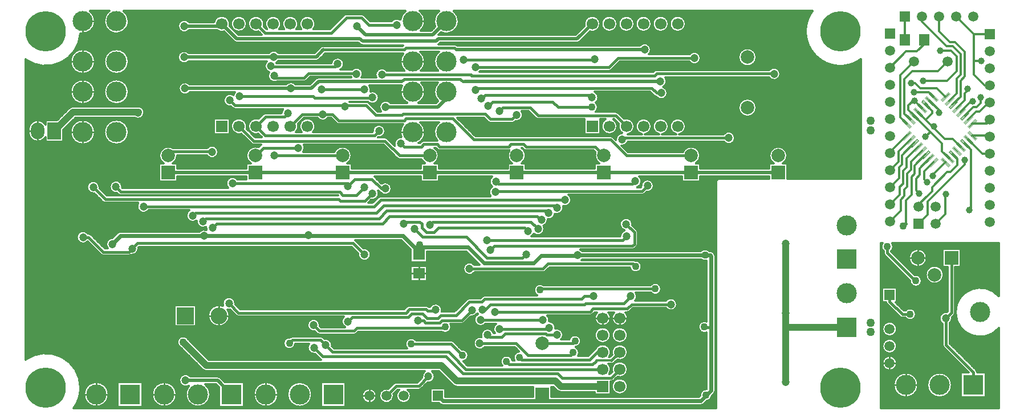
<source format=gtl>
%FSLAX43Y43*%
%MOMM*%
G71*
G01*
G75*
G04 Layer_Physical_Order=1*
%ADD10C,0.300*%
%ADD11R,1.600X1.800*%
%ADD12C,0.125*%
%ADD13R,1.800X1.600*%
%ADD14C,0.400*%
%ADD15C,1.000*%
%ADD16C,0.500*%
%ADD17C,0.600*%
%ADD18C,0.254*%
%ADD19C,1.500*%
%ADD20C,1.700*%
%ADD21R,1.500X1.500*%
%ADD22C,2.000*%
%ADD23R,2.000X2.000*%
%ADD24R,2.500X2.500*%
%ADD25C,2.500*%
%ADD26C,3.000*%
%ADD27R,1.700X1.700*%
%ADD28O,2.000X2.500*%
%ADD29R,2.000X2.500*%
%ADD30R,3.000X3.000*%
%ADD31C,6.000*%
%ADD32C,1.000*%
%ADD33C,1.100*%
%ADD34C,1.200*%
%ADD35C,1.270*%
D10*
X129909Y7148D02*
G03*
X129909Y7148I-1100J0D01*
G01*
Y9688D02*
G03*
X129909Y9688I-1100J0D01*
G01*
Y12228D02*
G03*
X129909Y12228I-1100J0D01*
G01*
X133075Y3899D02*
G03*
X133075Y3899I-1850J0D01*
G01*
X130302Y14046D02*
G03*
X130691Y13884I390J388D01*
G01*
X130302Y14045D02*
G03*
X130691Y13884I389J389D01*
G01*
X128270Y16208D02*
G03*
X128420Y15927I539J108D01*
G01*
X128270Y16208D02*
G03*
X128421Y15926I539J108D01*
G01*
X127925Y23525D02*
G03*
X128087Y23135I550J0D01*
G01*
X127761Y25023D02*
G03*
X127925Y23763I714J-548D01*
G01*
Y23525D02*
G03*
X128086Y23136I550J0D01*
G01*
X129025Y23763D02*
G03*
X129375Y24475I-550J712D01*
G01*
G03*
X129189Y25023I-900J0D01*
G01*
X131145Y13884D02*
G03*
X132757Y14434I712J550D01*
G01*
G03*
X131145Y14984I-900J0D01*
G01*
X131800Y19422D02*
G03*
X133600Y19400I900J-22D01*
G01*
G03*
X132500Y20278I-900J0D01*
G01*
X134350Y22800D02*
G03*
X134350Y22800I-1350J0D01*
G01*
X138075Y3899D02*
G03*
X138075Y3899I-1850J0D01*
G01*
X136650Y9875D02*
G03*
X136812Y9485I550J0D01*
G01*
X136650Y9875D02*
G03*
X136811Y9486I550J0D01*
G01*
X141801Y5824D02*
G03*
X141640Y6213I-550J0D01*
G01*
X145023Y17098D02*
G03*
X145023Y12352I-2773J-2373D01*
G01*
X137329Y14758D02*
G03*
X136650Y13017I-180J-933D01*
G01*
X137750Y13089D02*
G03*
X138099Y13825I-601J736D01*
G01*
G03*
X138089Y13962I-950J0D01*
G01*
X138388Y14262D02*
G03*
X138550Y14651I-388J390D01*
G01*
X138389Y14262D02*
G03*
X138550Y14651I-389J389D01*
G01*
X136850Y20300D02*
G03*
X136850Y20300I-1350J0D01*
G01*
X7669Y477D02*
G03*
X8650Y3500I-4169J3023D01*
G01*
X12856Y2508D02*
G03*
X12856Y2508I-1850J0D01*
G01*
X8650Y3500D02*
G03*
X477Y7669I-5150J0D01*
G01*
X22951Y2499D02*
G03*
X22951Y2499I-1850J0D01*
G01*
X11660Y23287D02*
G03*
X12050Y23125I390J388D01*
G01*
X11661Y23286D02*
G03*
X12050Y23125I389J389D01*
G01*
X15800D02*
G03*
X16165Y23264I0J550D01*
G01*
X15800Y23125D02*
G03*
X16165Y23264I0J550D01*
G01*
G03*
X17275Y24200I160J936D01*
G01*
G03*
X17262Y24359I-950J0D01*
G01*
X24987Y5175D02*
G03*
X24762Y3775I-737J-600D01*
G01*
G03*
X27951Y2499I1340J-1276D01*
G01*
G03*
X27216Y3975I-1850J0D01*
G01*
X24710Y10667D02*
G03*
X23508Y9465I-810J-392D01*
G01*
X26774Y6199D02*
G03*
X27375Y5950I601J601D01*
G01*
X26774Y6199D02*
G03*
X27375Y5950I601J601D01*
G01*
X29449Y4999D02*
G03*
X29025Y5175I-424J-424D01*
G01*
X29449Y4999D02*
G03*
X29025Y5175I-424J-424D01*
G01*
X29825Y15680D02*
G03*
X30799Y14207I-626J-1472D01*
G01*
G03*
X30514Y15118I-1600J0D01*
G01*
X31650Y16050D02*
G03*
X29825Y15680I-950J0D01*
G01*
X30514Y15118D02*
G03*
X30859Y15113I186J932D01*
G01*
X31735Y14237D02*
G03*
X32125Y14075I390J388D01*
G01*
X31736Y14236D02*
G03*
X32125Y14075I389J389D01*
G01*
X31637Y15891D02*
G03*
X31650Y16050I-937J159D01*
G01*
X10239Y26264D02*
G03*
X9850Y26425I-389J-389D01*
G01*
X10240Y26263D02*
G03*
X9850Y26425I-390J-388D01*
G01*
X13406Y25800D02*
G03*
X12685Y24225I-6J-950D01*
G01*
X14600Y26725D02*
G03*
X14140Y26534I0J-650D01*
G01*
X14600Y26725D02*
G03*
X14140Y26535I0J-650D01*
G01*
X9800Y26425D02*
G03*
X9720Y25227I-775J-550D01*
G01*
X11960Y31137D02*
G03*
X12350Y30975I390J388D01*
G01*
X11961Y31136D02*
G03*
X12350Y30975I389J389D01*
G01*
X11487Y33166D02*
G03*
X11500Y33325I-937J159D01*
G01*
G03*
X10709Y32388I-950J0D01*
G01*
X14875Y33375D02*
G03*
X14084Y32438I-950J0D01*
G01*
X14261Y32261D02*
G03*
X14650Y32100I389J389D01*
G01*
X14260Y32262D02*
G03*
X14650Y32100I390J388D01*
G01*
X14862Y33216D02*
G03*
X14875Y33375I-937J159D01*
G01*
X17233Y30975D02*
G03*
X18800Y29900I792J-525D01*
G01*
X24813D02*
G03*
X25908Y28350I512J-800D01*
G01*
X27345Y26960D02*
G03*
X26307Y26725I-345J-885D01*
G01*
X27311Y27394D02*
G03*
X27345Y26960I939J-144D01*
G01*
X25908Y28350D02*
G03*
X27311Y27394I942J-125D01*
G01*
X32000Y34450D02*
G03*
X30583Y33200I-775J-550D01*
G01*
X38051Y2499D02*
G03*
X38051Y2499I-1850J0D01*
G01*
X43051D02*
G03*
X43051Y2499I-1850J0D01*
G01*
X39792Y10992D02*
G03*
X40572Y10025I-117J-892D01*
G01*
X40150Y11125D02*
G03*
X39792Y10992I0J-550D01*
G01*
X40150Y11125D02*
G03*
X39792Y10992I0J-550D01*
G01*
X44260Y7737D02*
G03*
X44373Y7650I390J388D01*
G01*
X44261Y7736D02*
G03*
X44373Y7650I389J389D01*
G01*
X42569Y10025D02*
G03*
X43484Y8513I756J-575D01*
G01*
X52648Y2291D02*
G03*
X52648Y2291I-1100J0D01*
G01*
X54373Y3353D02*
G03*
X55188Y2291I-285J-1063D01*
G01*
G03*
X55150Y2575I-1100J0D01*
G01*
X56009Y3200D02*
G03*
X57728Y2291I619J-909D01*
G01*
G03*
X57247Y3200I-1100J0D01*
G01*
X46012Y9666D02*
G03*
X46025Y9825I-937J159D01*
G01*
G03*
X44916Y10762I-950J0D01*
G01*
X44714Y10964D02*
G03*
X44325Y11125I-389J-389D01*
G01*
X44715Y10963D02*
G03*
X44325Y11125I-390J-388D01*
G01*
X55547Y4300D02*
G03*
X55157Y4138I0J-550D01*
G01*
X55547Y4300D02*
G03*
X55158Y4139I0J-550D01*
G01*
X58487Y10550D02*
G03*
X57127Y9375I-712J-550D01*
G01*
X43735Y11562D02*
G03*
X44125Y11400I390J388D01*
G01*
X43736Y11561D02*
G03*
X44125Y11400I389J389D01*
G01*
X44212Y12641D02*
G03*
X44225Y12800I-937J159D01*
G01*
G03*
X43434Y11863I-950J0D01*
G01*
X49300Y11400D02*
G03*
X49689Y11561I0J550D01*
G01*
X49300Y11400D02*
G03*
X49690Y11562I0J550D01*
G01*
X47761Y14075D02*
G03*
X47951Y12500I614J-725D01*
G01*
X57475Y15700D02*
G03*
X57085Y15538I0J-550D01*
G01*
X57475Y15700D02*
G03*
X57086Y15539I0J-550D01*
G01*
X49888Y23459D02*
G03*
X51775Y23300I937J-159D01*
G01*
G03*
X50666Y24237I-950J0D01*
G01*
X53225Y31975D02*
G03*
X52835Y31813I0J-550D01*
G01*
X53225Y31975D02*
G03*
X52836Y31814I0J-550D01*
G01*
X51824Y31446D02*
G03*
X52975Y32375I201J929D01*
G01*
G03*
X52877Y32795I-950J0D01*
G01*
X52960Y32712D02*
G03*
X53116Y32602I390J388D01*
G01*
G03*
X54875Y33100I809J498D01*
G01*
X52961Y32711D02*
G03*
X53116Y32602I389J389D01*
G01*
X54875Y33100D02*
G03*
X53362Y33865I-950J0D01*
G01*
X939Y41442D02*
G03*
X3439Y40735I1350J0D01*
G01*
Y42649D02*
G03*
X939Y41942I-1150J-707D01*
G01*
X10849Y41509D02*
G03*
X10849Y41509I-1850J0D01*
G01*
X15849D02*
G03*
X15849Y41509I-1850J0D01*
G01*
X7572Y45325D02*
G03*
X6971Y45076I0J-850D01*
G01*
X7572Y45325D02*
G03*
X6971Y45076I0J-850D01*
G01*
X22390Y36861D02*
G03*
X23033Y38011I-707J1150D01*
G01*
X22409Y39150D02*
G03*
X20976Y36861I-725J-1139D01*
G01*
X27408Y38050D02*
G03*
X29150Y38575I792J525D01*
G01*
G03*
X27444Y39150I-950J0D01*
G01*
X16688Y43625D02*
G03*
X18150Y44425I512J800D01*
G01*
G03*
X16896Y45325I-950J0D01*
G01*
X24912Y48600D02*
G03*
X24912Y47400I-737J-600D01*
G01*
X33333Y42015D02*
G03*
X33390Y42380I-1143J365D01*
G01*
G03*
X32555Y41237I-1200J0D01*
G01*
X31235Y45087D02*
G03*
X31625Y44925I390J388D01*
G01*
X31236Y45086D02*
G03*
X31625Y44925I389J389D01*
G01*
X31385Y47035D02*
G03*
X31009Y45313I-535J-785D01*
G01*
X31565Y47400D02*
G03*
X31385Y47035I742J-593D01*
G01*
X477Y52331D02*
G03*
X8641Y56194I3023J4169D01*
G01*
X10849Y47509D02*
G03*
X10849Y47509I-1850J0D01*
G01*
X15849Y47509D02*
G03*
X15849Y47509I-1850J0D01*
G01*
X10849Y52009D02*
G03*
X10849Y52009I-1850J0D01*
G01*
X15849Y52009D02*
G03*
X15849Y52009I-1850J0D01*
G01*
X8641Y56194D02*
G03*
X10849Y58009I358J1815D01*
G01*
G03*
X10062Y59523I-1850J0D01*
G01*
X12936D02*
G03*
X15849Y58009I1063J-1514D01*
G01*
G03*
X15062Y59523I-1850J0D01*
G01*
X24787Y53250D02*
G03*
X24787Y52050I-737J-600D01*
G01*
X24811Y57876D02*
G03*
X24811Y56676I-737J-600D01*
G01*
X28910D02*
G03*
X29961Y56461I740J944D01*
G01*
X30809Y57309D02*
G03*
X30850Y57620I-1159J311D01*
G01*
G03*
X28478Y57876I-1200J0D01*
G01*
X31446Y54976D02*
G03*
X31870Y54800I424J424D01*
G01*
X31446Y54976D02*
G03*
X31870Y54800I424J424D01*
G01*
X31413Y56705D02*
G03*
X33390Y57620I777J915D01*
G01*
G03*
X31275Y56843I-1200J0D01*
G01*
X35109Y39272D02*
G03*
X33919Y36861I-483J-1261D01*
G01*
X34005Y39787D02*
G03*
X34395Y39625I390J388D01*
G01*
X34006Y39786D02*
G03*
X34395Y39625I389J389D01*
G01*
X41725Y38561D02*
G03*
X41950Y39175I-725J614D01*
G01*
G03*
X41837Y39625I-950J0D01*
G01*
X35095Y43523D02*
G03*
X35095Y41237I-365J-1143D01*
G01*
X40677Y41550D02*
G03*
X41010Y42380I-867J830D01*
G01*
X43217Y41550D02*
G03*
X43550Y42380I-867J830D01*
G01*
G03*
X41483Y41550I-1200J0D01*
G01*
X41010Y42380D02*
G03*
X40953Y42745I-1200J0D01*
G01*
X48919Y38011D02*
G03*
X46336Y38561I-1350J0D01*
G01*
X46635Y42837D02*
G03*
X47025Y42675I390J388D01*
G01*
X46636Y42836D02*
G03*
X47025Y42675I389J389D01*
G01*
X36125Y44325D02*
G03*
X35735Y44163I0J-550D01*
G01*
X36125Y44325D02*
G03*
X35736Y44164I0J-550D01*
G01*
X36650Y50424D02*
G03*
X37849Y49025I775J-549D01*
G01*
X38732Y44925D02*
G03*
X38476Y44325I693J-650D01*
G01*
X40637Y48600D02*
G03*
X39163Y48600I-737J-600D01*
G01*
X43875Y43600D02*
G03*
X45425Y43600I775J550D01*
G01*
X41825Y49025D02*
G03*
X42214Y49186I0J550D01*
G01*
X41825Y49025D02*
G03*
X42215Y49187I0J550D01*
G01*
X44000Y49625D02*
G03*
X43576Y49449I0J-600D01*
G01*
X44000Y49625D02*
G03*
X43576Y49449I0J-600D01*
G01*
X48276Y36861D02*
G03*
X48919Y38011I-707J1150D01*
G01*
X54264Y40564D02*
G03*
X53875Y40725I-389J-389D01*
G01*
X52816Y40738D02*
G03*
X52975Y40725I159J937D01*
G01*
X54265Y40563D02*
G03*
X53875Y40725I-390J-388D01*
G01*
X52975D02*
G03*
X53925Y41675I0J950D01*
G01*
X55649Y37623D02*
G03*
X56039Y37461I390J388D01*
G01*
X55650Y37623D02*
G03*
X56039Y37461I389J389D01*
G01*
X56302Y40772D02*
G03*
X55335Y39493I-77J-947D01*
G01*
X56563Y42675D02*
G03*
X56302Y40772I1436J-1166D01*
G01*
X51394Y45940D02*
G03*
X51100Y46025I-294J-465D01*
G01*
X50425Y49625D02*
G03*
X50600Y50175I-775J550D01*
G01*
X51394Y45940D02*
G03*
X51100Y46025I-294J-465D01*
G01*
X51310Y46025D02*
G03*
X51394Y45940I715J625D01*
G01*
X51483Y45870D02*
G03*
X52975Y46650I542J780D01*
G01*
X51750Y47850D02*
G03*
X51556Y48425I-950J0D01*
G01*
X50600Y50175D02*
G03*
X48935Y50800I-950J0D01*
G01*
X52975Y46650D02*
G03*
X51699Y47542I-950J0D01*
G01*
G03*
X51750Y47850I-899J308D01*
G01*
X53925Y41675D02*
G03*
X52033Y41550I-950J0D01*
G01*
X54712Y45850D02*
G03*
X53282Y44600I-737J-600D01*
G01*
X54175Y50625D02*
G03*
X52563Y49625I-775J-550D01*
G01*
X56396Y48433D02*
G03*
X57180Y45850I1603J-924D01*
G01*
X36336Y52050D02*
G03*
X36650Y50424I614J-725D01*
G01*
X37750Y51838D02*
G03*
X38087Y52100I-400J862D01*
G01*
Y53300D02*
G03*
X36575Y53250I-737J-600D01*
G01*
X43675Y52100D02*
G03*
X44099Y52276I0J600D01*
G01*
X43675Y52100D02*
G03*
X44099Y52276I0J600D01*
G01*
X35873Y57255D02*
G03*
X35930Y57620I-1143J365D01*
G01*
X38169Y56825D02*
G03*
X38470Y57620I-899J795D01*
G01*
X35930D02*
G03*
X35095Y56477I-1200J0D01*
G01*
X38470Y57620D02*
G03*
X36371Y56825I-1200J0D01*
G01*
X41010Y57620D02*
G03*
X38911Y56825I-1200J0D01*
G01*
X40709D02*
G03*
X41010Y57620I-899J795D01*
G01*
X43550D02*
G03*
X41451Y56825I-1200J0D01*
G01*
X43249D02*
G03*
X43550Y57620I-899J795D01*
G01*
X47800Y51650D02*
G03*
X45912Y51800I-950J0D01*
G01*
X47274Y50800D02*
G03*
X47800Y51650I-424J850D01*
G01*
X44965Y54300D02*
G03*
X44301Y54174I-240J-550D01*
G01*
X56584Y53200D02*
G03*
X56771Y50625I1415J-1191D01*
G01*
X48150Y59075D02*
G03*
X47760Y58913I0J-550D01*
G01*
X50101Y54601D02*
G03*
X50525Y54425I424J424D01*
G01*
X50101Y54601D02*
G03*
X50525Y54425I424J424D01*
G01*
X48150Y59075D02*
G03*
X47761Y58914I0J-550D01*
G01*
X50764D02*
G03*
X50375Y59075I-389J-389D01*
G01*
X50765Y58913D02*
G03*
X50375Y59075I-390J-388D01*
G01*
X56161Y58217D02*
G03*
X54825Y58000I-561J-767D01*
G01*
X56936Y59523D02*
G03*
X56161Y58217I1063J-1514D01*
G01*
X62013Y1066D02*
G03*
X62473Y875I460J459D01*
G01*
X62014Y1065D02*
G03*
X62473Y875I460J460D01*
G01*
X58900Y3200D02*
G03*
X59290Y3362I0J550D01*
G01*
X58900Y3200D02*
G03*
X59289Y3361I0J550D01*
G01*
X60166Y4238D02*
G03*
X61275Y5175I159J937D01*
G01*
X59776Y5950D02*
G03*
X59388Y5016I549J-775D01*
G01*
X61275Y5175D02*
G03*
X60874Y5950I-950J0D01*
G01*
X64064Y10389D02*
G03*
X63675Y10550I-389J-389D01*
G01*
X63949Y3874D02*
G03*
X64550Y3625I601J601D01*
G01*
X63949Y3874D02*
G03*
X64550Y3625I601J601D01*
G01*
X65517Y7411D02*
G03*
X66275Y8300I-142J889D01*
G01*
G03*
X65260Y9193I-900J0D01*
G01*
X68212Y11013D02*
G03*
X68725Y9550I-262J-913D01*
G01*
X64065Y10388D02*
G03*
X63675Y10550I-390J-388D01*
G01*
X70017Y11600D02*
G03*
X68212Y11013I-917J-250D01*
G01*
X79374Y3099D02*
G03*
X79975Y2850I601J601D01*
G01*
X79374Y3099D02*
G03*
X79975Y2850I601J601D01*
G01*
X72816Y7525D02*
G03*
X71263Y6790I-891J-125D01*
G01*
X73775Y8897D02*
G03*
X73085Y7525I75J-897D01*
G01*
X80350Y11350D02*
G03*
X79188Y12276I-950J0D01*
G01*
X80053Y10660D02*
G03*
X80350Y11350I-653J690D01*
G01*
X82556Y8200D02*
G03*
X82725Y8725I-731J525D01*
G01*
G03*
X82177Y9553I-900J0D01*
G01*
G03*
X83000Y10450I-77J897D01*
G01*
G03*
X81225Y10660I-900J0D01*
G01*
X85096Y9251D02*
G03*
X84990Y9168I284J-471D01*
G01*
X85096Y9251D02*
G03*
X84991Y9169I284J-471D01*
G01*
X60364Y15539D02*
G03*
X59975Y15700I-389J-389D01*
G01*
X60365Y15538D02*
G03*
X59975Y15700I-390J-388D01*
G01*
X62259Y11825D02*
G03*
X63725Y12525I566J700D01*
G01*
X62325Y15075D02*
G03*
X60513Y15475I-950J0D01*
G01*
X63725Y12525D02*
G03*
X63604Y12975I-900J0D01*
G01*
X62292Y14826D02*
G03*
X62325Y15075I-917J249D01*
G01*
X65275Y12975D02*
G03*
X65664Y13136I0J550D01*
G01*
X65275Y12975D02*
G03*
X65665Y13137I0J550D01*
G01*
X66616Y14088D02*
G03*
X67597Y14549I159J937D01*
G01*
X66400Y16800D02*
G03*
X66010Y16638I0J-550D01*
G01*
X66400Y16800D02*
G03*
X66011Y16639I0J-550D01*
G01*
X67672Y14460D02*
G03*
X68812Y13000I403J-860D01*
G01*
X67597Y14549D02*
G03*
X67672Y14460I763J566D01*
G01*
X68699Y17224D02*
G03*
X68309Y17062I0J-550D01*
G01*
X68699Y17224D02*
G03*
X68310Y17063I0J-550D01*
G01*
X67200Y21750D02*
G03*
X67200Y20650I-775J-550D01*
G01*
X69765Y33401D02*
G03*
X69560Y31975I510J-801D01*
G01*
X69782Y34911D02*
G03*
X69765Y33401I568J-761D01*
G01*
X70351Y13000D02*
G03*
X70185Y11600I549J-775D01*
G01*
X78259Y13375D02*
G03*
X78275Y13550I-934J175D01*
G01*
X79200Y12425D02*
G03*
X78259Y13375I-950J0D01*
G01*
X79188Y12276D02*
G03*
X79200Y12425I-938J149D01*
G01*
X78275Y13550D02*
G03*
X77967Y14250I-950J0D01*
G01*
X77433Y18750D02*
G03*
X76489Y17224I-533J-725D01*
G01*
X84350Y14250D02*
G03*
X84739Y14411I0J550D01*
G01*
X84350Y14250D02*
G03*
X84740Y14412I0J550D01*
G01*
X75637Y26000D02*
G03*
X75978Y26382I-512J800D01*
G01*
G03*
X77550Y27100I622J718D01*
G01*
X77350Y20650D02*
G03*
X77739Y20811I0J550D01*
G01*
X77350Y20650D02*
G03*
X77740Y20812I0J550D01*
G01*
X77550Y27100D02*
G03*
X77420Y27580I-950J0D01*
G01*
G03*
X78050Y28475I-320J895D01*
G01*
X78048Y28534D02*
G03*
X79120Y29375I127J942D01*
G01*
G03*
X80375Y30275I305J900D01*
G01*
G03*
X80346Y30510I-950J0D01*
G01*
G03*
X81550Y31425I254J915D01*
G01*
G03*
X81149Y32200I-950J0D01*
G01*
X83143Y23850D02*
G03*
X82874Y24050I-693J-650D01*
G01*
X83064Y22475D02*
G03*
X83143Y22550I-614J725D01*
G01*
X87164Y5525D02*
G03*
X87400Y6240I-964J715D01*
G01*
G03*
X87085Y7050I-1200J0D01*
G01*
X87281D02*
G03*
X87899Y7161I229J500D01*
G01*
X87475Y4425D02*
G03*
X87864Y4586I0J550D01*
G01*
X87475Y4425D02*
G03*
X87865Y4587I0J550D01*
G01*
X89940Y3700D02*
G03*
X89940Y3700I-1200J0D01*
G01*
X88375Y5097D02*
G03*
X89940Y6240I365J1143D01*
G01*
G03*
X87597Y5875I-1200J0D01*
G01*
X87152Y8050D02*
G03*
X87400Y8780I-952J730D01*
G01*
G03*
X85096Y9251I-1200J0D01*
G01*
X87400Y11320D02*
G03*
X87400Y11320I-1200J0D01*
G01*
X85343Y14700D02*
G03*
X87400Y13860I857J-840D01*
G01*
G03*
X87057Y14700I-1200J0D01*
G01*
X88375Y7637D02*
G03*
X89940Y8780I365J1143D01*
G01*
G03*
X87597Y8415I-1200J0D01*
G01*
X89940Y11320D02*
G03*
X89940Y11320I-1200J0D01*
G01*
X87883Y14700D02*
G03*
X89940Y13860I857J-840D01*
G01*
G03*
X89597Y14700I-1200J0D01*
G01*
X89825D02*
G03*
X90215Y14862I0J550D01*
G01*
X89825Y14700D02*
G03*
X90214Y14861I0J550D01*
G01*
X100775Y875D02*
G03*
X101235Y1065I0J650D01*
G01*
X100775Y875D02*
G03*
X101235Y1066I0J650D01*
G01*
X101678Y1509D02*
G03*
X102441Y2272I-128J891D01*
G01*
X102749Y2580D02*
G03*
X102940Y3040I-459J460D01*
G01*
X101627Y3297D02*
G03*
X100653Y2323I-77J-897D01*
G01*
X102750Y2580D02*
G03*
X102940Y3040I-460J460D01*
G01*
X95550Y15350D02*
G03*
X97275Y15900I775J550D01*
G01*
X91043Y16450D02*
G03*
X91300Y17100I-693J650D01*
G01*
X97275Y15900D02*
G03*
X95550Y16450I-950J0D01*
G01*
X101640Y13358D02*
G03*
X101640Y11692I-340J-833D01*
G01*
X90953Y22413D02*
G03*
X90700Y22475I-254J-488D01*
G01*
X90953Y22413D02*
G03*
X90700Y22475I-254J-488D01*
G01*
X91300Y17100D02*
G03*
X91125Y17650I-950J0D01*
G01*
X90212Y21375D02*
G03*
X92000Y21525I887J150D01*
G01*
G03*
X90953Y22413I-900J0D01*
G01*
X90625Y24050D02*
G03*
X91014Y24211I0J550D01*
G01*
X90625Y24050D02*
G03*
X91015Y24212I0J550D01*
G01*
X91288Y24485D02*
G03*
X91450Y24875I-388J390D01*
G01*
X91289Y24486D02*
G03*
X91450Y24875I-389J389D01*
G01*
X89437Y26905D02*
G03*
X88775Y26000I288J-905D01*
G01*
X91450Y26600D02*
G03*
X91288Y26990I-550J0D01*
G01*
X90625Y27825D02*
G03*
X89437Y26905I-950J0D01*
G01*
X91450Y26600D02*
G03*
X91289Y26989I-550J0D01*
G01*
X90612Y27666D02*
G03*
X90625Y27825I-937J159D01*
G01*
X91329Y33300D02*
G03*
X91975Y34200I-304J900D01*
G01*
G03*
X91655Y34911I-950J0D01*
G01*
X92075Y32200D02*
G03*
X92464Y32361I0J550D01*
G01*
X92075Y32200D02*
G03*
X92465Y32362I0J550D01*
G01*
X92691Y32588D02*
G03*
X93800Y33525I159J937D01*
G01*
G03*
X91913Y33366I-950J0D01*
G01*
X93313Y17650D02*
G03*
X94925Y18200I712J550D01*
G01*
G03*
X93313Y18750I-900J0D01*
G01*
X100804Y22550D02*
G03*
X101640Y22358I595J675D01*
G01*
X102635Y23660D02*
G03*
X102175Y23850I-460J-460D01*
G01*
X102635Y23659D02*
G03*
X102175Y23850I-460J-459D01*
G01*
X102940Y23085D02*
G03*
X102750Y23545I-650J0D01*
G01*
X102940Y23085D02*
G03*
X102749Y23545I-650J0D01*
G01*
X102047Y23850D02*
G03*
X100752Y23850I-648J-625D01*
G01*
X103525Y34602D02*
G03*
X103048Y34125I0J-477D01*
G01*
X103525Y34602D02*
G03*
X103048Y34125I0J-477D01*
G01*
X59279Y37461D02*
G03*
X59805Y36861I1233J550D01*
G01*
X61219D02*
G03*
X61862Y38011I-707J1150D01*
G01*
X59650Y40250D02*
G03*
X59260Y40088I0J-550D01*
G01*
X59650Y40250D02*
G03*
X59261Y40089I0J-550D01*
G01*
X58867Y39875D02*
G03*
X59849Y41509I-868J1634D01*
G01*
X61862Y38011D02*
G03*
X61237Y39150I-1350J0D01*
G01*
X61610Y38937D02*
G03*
X62000Y38775I390J388D01*
G01*
X61611Y38936D02*
G03*
X62000Y38775I389J389D01*
G01*
X61871Y42975D02*
G03*
X61644Y40250I1128J-1466D01*
G01*
X59849Y41509D02*
G03*
X59127Y42975I-1850J0D01*
G01*
X58818Y45850D02*
G03*
X59849Y47509I-819J1659D01*
G01*
G03*
X59246Y48875I-1850J0D01*
G01*
X61752D02*
G03*
X61761Y46134I1247J-1366D01*
G01*
X69161Y43036D02*
G03*
X69550Y42875I389J389D01*
G01*
X69160Y43037D02*
G03*
X69550Y42875I390J388D01*
G01*
X67939Y50475D02*
G03*
X68062Y50600I-614J725D01*
G01*
X72358Y38798D02*
G03*
X72748Y36861I1097J-787D01*
G01*
X72200Y38775D02*
G03*
X72358Y38798I0J550D01*
G01*
X72200Y38775D02*
G03*
X72358Y38798I0J550D01*
G01*
X74162Y36861D02*
G03*
X74805Y38011I-707J1150D01*
G01*
G03*
X74454Y38919I-1350J0D01*
G01*
G03*
X74825Y38775I371J406D01*
G01*
X74354Y39019D02*
G03*
X74180Y39150I-899J-1007D01*
G01*
X74454Y38919D02*
G03*
X74825Y38775I371J406D01*
G01*
X85137Y38494D02*
G03*
X85690Y36861I1261J-483D01*
G01*
X87739Y40764D02*
G03*
X87350Y40925I-389J-389D01*
G01*
X87740Y40763D02*
G03*
X87350Y40925I-390J-388D01*
G01*
X72775Y42875D02*
G03*
X73165Y43037I0J550D01*
G01*
X72775Y42875D02*
G03*
X73164Y43036I0J550D01*
G01*
X73266Y43138D02*
G03*
X74375Y44075I159J937D01*
G01*
G03*
X74200Y44625I-950J0D01*
G01*
X76235Y43587D02*
G03*
X76625Y43425I390J388D01*
G01*
X76236Y43586D02*
G03*
X76625Y43425I389J389D01*
G01*
X85165Y44525D02*
G03*
X85500Y45225I-566J700D01*
G01*
G03*
X85201Y45895I-900J0D01*
G01*
G03*
X85575Y46650I-576J755D01*
G01*
G03*
X85049Y47500I-950J0D01*
G01*
X59227Y50625D02*
G03*
X59849Y52009I-1228J1384D01*
G01*
G03*
X59127Y53475I-1850J0D01*
G01*
X61871D02*
G03*
X61771Y50625I1128J-1466D01*
G01*
X64589Y54414D02*
G03*
X64200Y54575I-389J-389D01*
G01*
X64590Y54413D02*
G03*
X64200Y54575I-390J-388D01*
G01*
X59168Y56575D02*
G03*
X59849Y58009I-1169J1434D01*
G01*
X62186Y56347D02*
G03*
X64849Y58009I813J1662D01*
G01*
X59849D02*
G03*
X59062Y59523I-1850J0D01*
G01*
X61936D02*
G03*
X61337Y57196I1063J-1514D01*
G01*
X64849Y58009D02*
G03*
X64062Y59523I-1850J0D01*
G01*
X87150Y50600D02*
G03*
X87539Y50761I0J550D01*
G01*
X87150Y50600D02*
G03*
X87540Y50762I0J550D01*
G01*
X82430Y54800D02*
G03*
X82854Y54976I0J600D01*
G01*
X82430Y54800D02*
G03*
X82854Y54976I0J600D01*
G01*
X84339Y56461D02*
G03*
X85850Y57620I311J1159D01*
G01*
G03*
X83491Y57309I-1200J0D01*
G01*
X89025Y39478D02*
G03*
X89993Y40100I75J947D01*
G01*
X86600Y43425D02*
G03*
X88390Y42380I590J-1045D01*
G01*
X89075Y41375D02*
G03*
X88153Y40350I25J-950D01*
G01*
X89948Y41200D02*
G03*
X90930Y42380I-218J1180D01*
G01*
X88390D02*
G03*
X87780Y43425I-1200J0D01*
G01*
X88587Y42745D02*
G03*
X89075Y41375I1143J-365D01*
G01*
X93470Y42380D02*
G03*
X92052Y41200I-1200J0D01*
G01*
X92488D02*
G03*
X93470Y42380I-218J1180D01*
G01*
X96010D02*
G03*
X94592Y41200I-1200J0D01*
G01*
X95028D02*
G03*
X96010Y42380I-218J1180D01*
G01*
X98550D02*
G03*
X97132Y41200I-1200J0D01*
G01*
X90930Y42380D02*
G03*
X89365Y43523I-1200J0D01*
G01*
X88524Y44364D02*
G03*
X88135Y44525I-389J-389D01*
G01*
X88525Y44363D02*
G03*
X88135Y44525I-390J-388D01*
G01*
X93810Y46937D02*
G03*
X94121Y46781I390J388D01*
G01*
X93811Y46936D02*
G03*
X94121Y46781I389J389D01*
G01*
G03*
X95850Y47325I779J544D01*
G01*
G03*
X95201Y48226I-950J0D01*
G01*
G03*
X95725Y49075I-426J849D01*
G01*
G03*
X95512Y49675I-950J0D01*
G01*
X100690Y38011D02*
G03*
X98108Y38561I-1350J0D01*
G01*
X100048Y36861D02*
G03*
X100690Y38011I-707J1150D01*
G01*
X113633D02*
G03*
X111576Y36861I-1350J0D01*
G01*
X112990D02*
G03*
X113633Y38011I-707J1150D01*
G01*
X97568Y41200D02*
G03*
X98550Y42380I-218J1180D01*
G01*
X104150Y40100D02*
G03*
X105875Y40650I775J550D01*
G01*
G03*
X104150Y41200I-950J0D01*
G01*
X109050Y45150D02*
G03*
X109050Y45150I-1350J0D01*
G01*
X93067Y53075D02*
G03*
X93375Y53775I-642J700D01*
G01*
G03*
X91688Y54375I-950J0D01*
G01*
X94200Y50775D02*
G03*
X93810Y50613I0J-550D01*
G01*
X94200Y50775D02*
G03*
X93811Y50614I0J-550D01*
G01*
X88390Y57620D02*
G03*
X88390Y57620I-1200J0D01*
G01*
X90930D02*
G03*
X90930Y57620I-1200J0D01*
G01*
X93470D02*
G03*
X93470Y57620I-1200J0D01*
G01*
X96010D02*
G03*
X96010Y57620I-1200J0D01*
G01*
X98550D02*
G03*
X98550Y57620I-1200J0D01*
G01*
X110842Y49675D02*
G03*
X112600Y50175I808J500D01*
G01*
G03*
X110913Y50775I-950J0D01*
G01*
X99050Y51975D02*
G03*
X100775Y52525I775J550D01*
G01*
G03*
X99050Y53075I-950J0D01*
G01*
X109050Y52650D02*
G03*
X109050Y52650I-1350J0D01*
G01*
X117331Y59523D02*
G03*
X124523Y52331I4169J-3023D01*
G01*
X130375Y43756D02*
Y49967D01*
X132408Y52000D01*
X131025Y44238D02*
Y49425D01*
X134601Y47450D02*
X135289Y46762D01*
X132525Y47450D02*
X134601D01*
X131025Y49425D02*
X132175Y50575D01*
X135983D02*
X137408Y52000D01*
X131025Y44238D02*
X131895Y43368D01*
X132175Y50575D02*
X135983D01*
X130375Y43756D02*
X131329Y42802D01*
X140900Y30225D02*
Y38888D01*
X142600Y38320D02*
X143900D01*
X140486Y40433D02*
X142600Y38320D01*
X143761Y40999D02*
X143900Y40860D01*
X141052Y40999D02*
X143761D01*
X143302Y42802D02*
X143900Y43400D01*
X141052Y42802D02*
X143302D01*
X131975Y35925D02*
Y37119D01*
X131375Y35325D02*
X131975Y35925D01*
X131325Y37601D02*
X133026Y39302D01*
X128900Y30800D02*
X130300Y32200D01*
X131325Y36275D02*
Y37601D01*
X130800Y35750D02*
X131325Y36275D01*
X130300Y32200D02*
Y33350D01*
X130675Y38082D02*
X132461Y39868D01*
X128900Y33340D02*
X130200Y34640D01*
X130675Y36725D02*
Y38082D01*
X130200Y36250D02*
X130675Y36725D01*
X130100Y37080D02*
Y38639D01*
X128900Y35880D02*
X130100Y37080D01*
X130200Y34640D02*
Y36250D01*
X130100Y38639D02*
X131895Y40433D01*
X128900Y38570D02*
X131329Y40999D01*
X128900Y38420D02*
Y38570D01*
X131200Y31325D02*
X132050Y32175D01*
Y34850D02*
X132525Y35325D01*
Y36538D01*
X128900Y28260D02*
X130450Y29810D01*
Y31475D01*
X130975Y32000D01*
X131975Y37119D02*
X133592Y38736D01*
X130975Y32000D02*
Y32950D01*
X133250Y35125D02*
Y36132D01*
X132725Y34600D02*
X133250Y35125D01*
X135250Y35000D02*
Y35197D01*
X137092Y37039D01*
X138900Y36575D02*
Y37494D01*
X137875Y35550D02*
X138900Y36575D01*
X137375Y35550D02*
X137875D01*
X135125Y32750D02*
Y33300D01*
X137375Y35550D01*
X131600Y45475D02*
X132300Y46175D01*
X131600Y44794D02*
Y45475D01*
X136600Y38663D02*
Y39794D01*
X139355Y44499D02*
Y44530D01*
X141125Y46300D01*
X139975Y46251D02*
Y47275D01*
X141700Y45225D02*
X142325Y45850D01*
X141212Y45225D02*
X141700D01*
X140486Y43368D02*
X141643Y44525D01*
X142125D01*
X143540Y45940D01*
X143900D01*
X137000Y40475D02*
X138182D01*
X133026Y44449D02*
Y44499D01*
X135100Y44325D02*
Y44688D01*
X134175Y43400D02*
X135100Y44325D01*
X134158Y45631D02*
X135100Y44688D01*
X141320Y50055D02*
X142895Y48480D01*
X138789Y45065D02*
X139975Y46251D01*
Y47275D02*
X140325Y47625D01*
Y47900D01*
X140375Y47950D01*
X136125Y44400D02*
Y44795D01*
X134723Y46196D02*
X136125Y44795D01*
X133350Y48050D02*
X135804D01*
X132025Y48825D02*
X132575D01*
X135804Y48050D02*
X137092Y46762D01*
X132575Y48825D02*
X133350Y48050D01*
X137325Y49125D02*
X138750Y50550D01*
Y52800D01*
X137900Y53650D02*
X138750Y52800D01*
X133775Y49125D02*
X137325D01*
X136300Y53650D02*
X137900D01*
X141320Y52125D02*
X141345Y52100D01*
X138720Y58700D02*
X141320Y56100D01*
X141345Y52100D02*
X142375D01*
X141320Y50055D02*
Y56100D01*
X142895Y48480D02*
X143900D01*
X141320Y56100D02*
X143900D01*
X137275Y54275D02*
X138175D01*
X139350Y53100D01*
Y50075D02*
Y53100D01*
X135990Y55560D02*
X137275Y54275D01*
X133640Y57910D02*
X135990Y55560D01*
X133640Y57910D02*
Y58700D01*
X137658Y46196D02*
X138750Y47289D01*
Y49475D02*
X139350Y50075D01*
X138750Y47289D02*
Y49475D01*
X137725Y54925D02*
X138525D01*
X140000Y53450D01*
Y49775D02*
Y53450D01*
X137350Y55300D02*
X137725Y54925D01*
X136180Y56470D02*
X137350Y55300D01*
X136180Y56470D02*
Y58700D01*
X138223Y45631D02*
X139350Y46757D01*
Y49125D02*
X140000Y49775D01*
X139350Y46757D02*
Y49125D01*
X131100Y55219D02*
Y58700D01*
Y55219D02*
X131112Y55207D01*
X132875Y53500D02*
X133912Y54537D01*
X131280Y53500D02*
X132875D01*
X128900Y51120D02*
X131280Y53500D01*
X133912Y54537D02*
Y55207D01*
X135239Y42236D02*
X135404Y42400D01*
X138182Y40475D02*
X139355Y39302D01*
X133026Y44449D02*
X137000Y40475D01*
X132482Y46175D02*
X133592Y45065D01*
X132300Y46175D02*
X132482D01*
X136600Y38663D02*
X137658Y37605D01*
X134875Y41550D02*
X134900D01*
X134125Y40800D02*
X134875Y41550D01*
X131600Y44794D02*
X136600Y39794D01*
X131200Y27875D02*
Y31325D01*
X133950Y34475D02*
Y35700D01*
Y34475D02*
X134375Y34050D01*
X133950Y35700D02*
X135289Y37039D01*
X135640Y27900D02*
X137100Y29360D01*
Y32250D02*
X137150Y32300D01*
X130975Y32950D02*
X131375Y33350D01*
Y35325D01*
X130800Y33850D02*
Y35750D01*
X130300Y33350D02*
X130800Y33850D01*
X132050Y32175D02*
Y34850D01*
X132725Y32850D02*
X133175Y32400D01*
X133250Y36132D02*
X134723Y37605D01*
X132725Y32850D02*
Y34600D01*
X134475Y31200D02*
X139925Y36650D01*
X133100Y30440D02*
Y30725D01*
X134524Y32149D02*
X135125Y32750D01*
X138223Y38171D02*
X138900Y37494D01*
X133100Y30725D02*
X134524Y32149D01*
X139925Y36650D02*
Y37325D01*
X139921Y43934D02*
X141212Y45225D01*
X142325Y45850D02*
Y46675D01*
X133100Y27900D02*
X134475Y29275D01*
Y31200D01*
X137100Y29360D02*
Y32250D01*
X139921Y39868D02*
X140900Y38888D01*
X140600Y29925D02*
X140900Y30225D01*
X132525Y36538D02*
X134158Y38171D01*
X127477Y3300D02*
X129475D01*
X127477Y3400D02*
X129444D01*
X127477Y3500D02*
X129419D01*
X127477Y3700D02*
X129386D01*
X127477Y3600D02*
X129399D01*
X127477Y3800D02*
X129378D01*
X127477Y3900D02*
X129375D01*
X127477Y4000D02*
X129378D01*
X127477Y4100D02*
X129386D01*
X127477Y4200D02*
X129400D01*
X127477Y4300D02*
X129419D01*
X127477Y2500D02*
X130014D01*
X127477Y2700D02*
X129816D01*
X127477Y2600D02*
X129908D01*
X127477Y2800D02*
X129737D01*
X127477Y3000D02*
X129608D01*
X127477Y2900D02*
X129668D01*
X127477Y3100D02*
X129556D01*
X127477Y4400D02*
X129444D01*
X127477Y3200D02*
X129512D01*
X127477Y4500D02*
X129475D01*
X127477Y4600D02*
X129513D01*
X127477Y4700D02*
X129557D01*
X127477Y6600D02*
X127855D01*
X127477Y6700D02*
X127804D01*
X127477Y6800D02*
X127766D01*
X127477Y6900D02*
X127737D01*
X127477Y7000D02*
X127719D01*
X127477Y7100D02*
X127710D01*
X127477Y7200D02*
X127710D01*
X127477Y7300D02*
X127720D01*
X127477Y7400D02*
X127738D01*
X127477Y7500D02*
X127767D01*
X127477Y7600D02*
X127806D01*
X127477Y7700D02*
X127858D01*
X127477Y4800D02*
X129609D01*
X127477Y4900D02*
X129669D01*
X127477Y5000D02*
X129738D01*
X127477Y5100D02*
X129818D01*
X127477Y5200D02*
X129910D01*
X127477Y5300D02*
X130017D01*
X127477Y6100D02*
X128475D01*
X127477Y6300D02*
X128108D01*
X127477Y6200D02*
X128251D01*
X127477Y6400D02*
X128002D01*
X127477Y6500D02*
X127920D01*
X127477Y7800D02*
X127923D01*
X128300Y477D02*
Y6173D01*
X128500Y477D02*
Y6092D01*
X128600Y477D02*
Y6068D01*
X128700Y477D02*
Y6053D01*
X128800Y477D02*
Y6048D01*
X127800Y477D02*
Y6711D01*
X127900Y477D02*
Y6529D01*
X128000Y477D02*
Y6403D01*
X128100Y477D02*
Y6307D01*
X128200Y477D02*
Y6232D01*
X128400Y477D02*
Y6127D01*
X129500Y477D02*
Y3231D01*
X129600Y477D02*
Y3015D01*
X129700Y477D02*
Y2852D01*
X129800Y477D02*
Y2719D01*
X129900Y477D02*
Y2608D01*
X130000Y477D02*
Y2513D01*
X128900Y477D02*
Y6052D01*
X129000Y477D02*
Y6064D01*
X129100Y477D02*
Y6087D01*
X129200Y477D02*
Y6119D01*
X129300Y477D02*
Y6163D01*
X129400Y477D02*
Y3598D01*
X127477Y7900D02*
X128006D01*
X127477Y8000D02*
X128113D01*
X127477Y8100D02*
X128258D01*
X127477Y8200D02*
X128488D01*
X128400Y8169D02*
Y8667D01*
X127477Y8600D02*
X128647D01*
X128500Y8203D02*
Y8632D01*
X128600Y8228D02*
Y8608D01*
X128700Y8242D02*
Y8593D01*
X129400Y4200D02*
Y6220D01*
X129500Y4566D02*
Y6292D01*
X129600Y4782D02*
Y6383D01*
X129700Y4946D02*
Y6502D01*
X129800Y5078D02*
Y6670D01*
X129900Y5190D02*
Y7004D01*
X128800Y8248D02*
Y8588D01*
X128900Y8244D02*
Y8592D01*
X129000Y8231D02*
Y8604D01*
X129100Y8209D02*
Y8627D01*
X127477Y9500D02*
X127725D01*
X127477Y9600D02*
X127713D01*
X127477Y9700D02*
X127709D01*
X127477Y9800D02*
X127715D01*
X127477Y9900D02*
X127730D01*
X127477Y477D02*
Y10000D01*
Y477D02*
Y10000D01*
Y15000D01*
X127500Y477D02*
Y25023D01*
X127600Y477D02*
Y24266D01*
X127700Y477D02*
Y24018D01*
X127477Y8700D02*
X128325D01*
X127477Y8900D02*
X128042D01*
X127477Y8800D02*
X128160D01*
X127477Y9000D02*
X127951D01*
X127477Y9100D02*
X127879D01*
X127477Y9200D02*
X127823D01*
X127477Y9300D02*
X127780D01*
X127477Y9400D02*
X127747D01*
X127477Y10000D02*
X127754D01*
X127477Y10100D02*
X127789D01*
X127477Y10200D02*
X127836D01*
X127477Y10300D02*
X127895D01*
X127477Y11700D02*
X127844D01*
X127477Y11800D02*
X127796D01*
X127477Y11900D02*
X127759D01*
X127477Y12000D02*
X127733D01*
X127477Y12100D02*
X127717D01*
X127477Y12200D02*
X127709D01*
X127477Y12300D02*
X127711D01*
X127477Y12400D02*
X127723D01*
X127477Y12500D02*
X127743D01*
X127477Y12600D02*
X127774D01*
X127477Y12700D02*
X127816D01*
X127477Y12800D02*
X127870D01*
X127477Y10400D02*
X127971D01*
X127477Y10500D02*
X128067D01*
X127477Y10600D02*
X128194D01*
X127477Y10700D02*
X128378D01*
X127477Y11300D02*
X128218D01*
X127477Y11200D02*
X128417D01*
X127477Y11400D02*
X128085D01*
X127477Y11600D02*
X127906D01*
X127477Y11500D02*
X127984D01*
X127477Y12900D02*
X127938D01*
X127477Y13000D02*
X128026D01*
X127477Y13100D02*
X128139D01*
X128000Y7893D02*
Y8943D01*
X128100Y7988D02*
Y8847D01*
X128200Y8064D02*
Y8772D01*
X128300Y8123D02*
Y8713D01*
X129200Y8176D02*
Y8659D01*
X129300Y8132D02*
Y8703D01*
X127800Y7585D02*
Y9251D01*
Y10125D02*
Y11791D01*
X127900Y7767D02*
Y9069D01*
Y10307D02*
Y11609D01*
X128000Y10433D02*
Y11483D01*
X128100Y10528D02*
Y11387D01*
X129600Y7913D02*
Y8923D01*
X129400Y8076D02*
Y8760D01*
X129500Y8004D02*
Y8832D01*
X129900Y7291D02*
Y9544D01*
X129700Y7793D02*
Y9042D01*
X129800Y7626D02*
Y9210D01*
X129600Y10453D02*
Y11463D01*
X129700Y10333D02*
Y11582D01*
X130000Y5285D02*
Y14348D01*
X129800Y10166D02*
Y11750D01*
X129900Y9831D02*
Y12084D01*
X128300Y10663D02*
Y11253D01*
X128400Y10709D02*
Y11207D01*
X128500Y10743D02*
Y11172D01*
X128600Y10768D02*
Y11148D01*
X128700Y10782D02*
Y11133D01*
X128800Y10788D02*
Y11128D01*
X127800Y12665D02*
Y16208D01*
X127900Y12847D02*
Y16208D01*
X128000Y12973D02*
Y16208D01*
X128200Y10604D02*
Y11312D01*
X128100Y13068D02*
Y16208D01*
X128200Y13144D02*
Y16208D01*
X128900Y10784D02*
Y11132D01*
X129000Y10771D02*
Y11144D01*
X129100Y10749D02*
Y11167D01*
X129400Y10616D02*
Y11300D01*
X129200Y10716D02*
Y11199D01*
X129300Y10672D02*
Y11243D01*
X129500Y10544D02*
Y11372D01*
X129600Y12993D02*
Y14748D01*
X129900Y12371D02*
Y14448D01*
X129700Y12873D02*
Y14648D01*
X129800Y12706D02*
Y14548D01*
X130500Y477D02*
Y2197D01*
X130800Y477D02*
Y2098D01*
X130900Y477D02*
Y2078D01*
X131000Y477D02*
Y2063D01*
X131100Y477D02*
Y2053D01*
X130100Y477D02*
Y2430D01*
X130200Y477D02*
Y2359D01*
X130300Y477D02*
Y2297D01*
X130400Y477D02*
Y2243D01*
X130600Y477D02*
Y2158D01*
X130700Y477D02*
Y2125D01*
X127477Y477D02*
X145023D01*
X127477D02*
X145023D01*
X127477Y500D02*
X145023D01*
X127477Y600D02*
X145023D01*
X127477Y700D02*
X145023D01*
X127477Y800D02*
X145023D01*
X127477Y900D02*
X145023D01*
X127477Y1000D02*
X145023D01*
X127477Y1100D02*
X145023D01*
X127477Y1200D02*
X145023D01*
X127477Y1300D02*
X145023D01*
X127477Y1400D02*
X145023D01*
X127477Y2100D02*
X130793D01*
X127477Y2300D02*
X130294D01*
X127477Y2200D02*
X130493D01*
X127477Y2400D02*
X130141D01*
X127477Y5400D02*
X130144D01*
X127477Y5500D02*
X130298D01*
X127477Y5600D02*
X130498D01*
X127477Y5700D02*
X130802D01*
X129698Y6500D02*
X139797D01*
X129616Y6400D02*
X139897D01*
X127477Y1500D02*
X145023D01*
X127477Y1600D02*
X145023D01*
X127477Y1700D02*
X145023D01*
X127477Y1800D02*
X145023D01*
X127477Y1900D02*
X145023D01*
X127477Y2000D02*
X145023D01*
X127477Y5800D02*
X140497D01*
X127477Y6000D02*
X140297D01*
X127477Y5900D02*
X140397D01*
X129144Y6100D02*
X140197D01*
X129510Y6300D02*
X139997D01*
X129367Y6200D02*
X140097D01*
X131200Y477D02*
Y2049D01*
X131300Y477D02*
Y2050D01*
X131400Y477D02*
Y2057D01*
X131500Y477D02*
Y2069D01*
X131600Y477D02*
Y2087D01*
X131700Y477D02*
Y2111D01*
X131800Y477D02*
Y2140D01*
X131900Y477D02*
Y2176D01*
X132000Y477D02*
Y2219D01*
X132100Y477D02*
Y2269D01*
X132200Y477D02*
Y2326D01*
X131657Y2100D02*
X135793D01*
X132156Y2300D02*
X135294D01*
X131957Y2200D02*
X135493D01*
X132300Y477D02*
Y2393D01*
X132400Y477D02*
Y2470D01*
X132309Y2400D02*
X135141D01*
X132500Y477D02*
Y2558D01*
X132600Y477D02*
Y2661D01*
X132436Y2500D02*
X135014D01*
X132700Y477D02*
Y2782D01*
X132800Y477D02*
Y2928D01*
X132900Y477D02*
Y3113D01*
X132782Y2900D02*
X134668D01*
X132842Y3000D02*
X134608D01*
X132894Y3100D02*
X134556D01*
X133006Y3400D02*
X134444D01*
X132938Y3200D02*
X134512D01*
X132937Y4600D02*
X134513D01*
X132841Y4800D02*
X134609D01*
X133006Y4400D02*
X134444D01*
X132975Y4500D02*
X134475D01*
X132893Y4700D02*
X134557D01*
X132542Y2600D02*
X134908D01*
X132634Y2700D02*
X134816D01*
X132632Y5100D02*
X134818D01*
X132713Y2800D02*
X134737D01*
X132781Y4900D02*
X134669D01*
X132712Y5000D02*
X134738D01*
X132152Y5500D02*
X135298D01*
X131952Y5600D02*
X135498D01*
X131648Y5700D02*
X135802D01*
X132540Y5200D02*
X134910D01*
X132433Y5300D02*
X135017D01*
X132306Y5400D02*
X135144D01*
X127477Y8400D02*
X137897D01*
X127477Y8500D02*
X137797D01*
X128972Y8600D02*
X137697D01*
X129458Y8800D02*
X137497D01*
X129293Y8700D02*
X137597D01*
X129577Y8900D02*
X137397D01*
X129739Y9100D02*
X137197D01*
X129667Y9000D02*
X137297D01*
X129795Y9200D02*
X137097D01*
X129864Y10000D02*
X136650D01*
X129838Y9300D02*
X136997D01*
X129763Y6600D02*
X139697D01*
X129761Y7700D02*
X138597D01*
X129814Y6700D02*
X139597D01*
X129853Y6800D02*
X139497D01*
X129812Y7600D02*
X138697D01*
X129851Y7500D02*
X138797D01*
X129360Y8100D02*
X138197D01*
X127477Y8300D02*
X137997D01*
X129130Y8200D02*
X138097D01*
X129695Y7800D02*
X138497D01*
X129505Y8000D02*
X138297D01*
X129612Y7900D02*
X138397D01*
X129648Y10400D02*
X136650D01*
X129551Y10500D02*
X136650D01*
X129424Y10600D02*
X136650D01*
X129829Y10100D02*
X136650D01*
X129783Y10200D02*
X136650D01*
X129723Y10300D02*
X136650D01*
X127477Y10800D02*
X136650D01*
X127477Y10900D02*
X136650D01*
X127477Y11000D02*
X136650D01*
X129240Y10700D02*
X136650D01*
X127477Y11100D02*
X136650D01*
X129201Y11200D02*
X136650D01*
X129400Y11300D02*
X136650D01*
X129533Y11400D02*
X136650D01*
X129634Y11500D02*
X136650D01*
X129712Y11600D02*
X136650D01*
X129774Y11700D02*
X136650D01*
X129822Y11800D02*
X136650D01*
X129749Y12800D02*
X136650D01*
X129680Y12900D02*
X136650D01*
X129593Y13000D02*
X136650D01*
X129859Y11900D02*
X136650D01*
X129844Y12600D02*
X136650D01*
X129803Y12700D02*
X136650D01*
X130500Y5601D02*
Y13918D01*
X130600Y5640D02*
Y13891D01*
X130700Y5673D02*
Y13884D01*
X131800Y5657D02*
Y13536D01*
X130800Y5699D02*
Y13884D01*
X130900Y5720D02*
Y13884D01*
X130100Y5367D02*
Y14248D01*
X130200Y5439D02*
Y14148D01*
X130300Y5501D02*
Y14048D01*
X130400Y5555D02*
Y13967D01*
X131000Y5735D02*
Y13884D01*
X131100Y5745D02*
Y13884D01*
X132000Y5579D02*
Y13545D01*
X131900Y5621D02*
Y13535D01*
X132100Y5529D02*
Y13567D01*
X132400Y5328D02*
Y13715D01*
X132200Y5471D02*
Y13601D01*
X132300Y5405D02*
Y13650D01*
X132700Y5016D02*
Y14117D01*
X132500Y5240D02*
Y13803D01*
X132600Y5137D02*
Y13925D01*
X133000Y4421D02*
Y18551D01*
X132800Y4870D02*
Y18506D01*
X132900Y4685D02*
Y18522D01*
X129909Y9700D02*
X136678D01*
X129903Y9800D02*
X136655D01*
X129888Y9900D02*
X136650D01*
X129885Y12000D02*
X136650D01*
X129902Y12100D02*
X136650D01*
X129909Y12200D02*
X136650D01*
X131300Y5747D02*
Y13727D01*
X131200Y5749D02*
Y13819D01*
X131400Y5741D02*
Y13659D01*
X131500Y5728D02*
Y13608D01*
X131600Y5710D02*
Y13571D01*
X131700Y5687D02*
Y13548D01*
X129881Y6900D02*
X139397D01*
X129908Y7100D02*
X139197D01*
X129899Y7000D02*
X139297D01*
X129908Y7200D02*
X139097D01*
X129880Y7400D02*
X138897D01*
X129899Y7300D02*
X138997D01*
X129871Y9400D02*
X136897D01*
X129893Y9500D02*
X136797D01*
X129906Y9600D02*
X136723D01*
X129907Y12300D02*
X136650D01*
X129896Y12400D02*
X136650D01*
X129875Y12500D02*
X136650D01*
X127477Y13200D02*
X128294D01*
X127477Y13300D02*
X128563D01*
X127477Y15100D02*
X129247D01*
X127477Y15300D02*
X129047D01*
X127477Y15200D02*
X129147D01*
X127477Y15400D02*
X128947D01*
X127477Y15600D02*
X128747D01*
X127477Y15500D02*
X128847D01*
X127477Y15700D02*
X128647D01*
X127477Y15900D02*
X128447D01*
X127477Y15800D02*
X128547D01*
X127477Y13900D02*
X130559D01*
X127477Y14100D02*
X130247D01*
X127477Y14000D02*
X130353D01*
X127477Y14200D02*
X130147D01*
X127477Y14400D02*
X129947D01*
X127477Y14300D02*
X130047D01*
X127477Y14500D02*
X129847D01*
X127477Y14700D02*
X129647D01*
X127477Y14600D02*
X129747D01*
X127477Y14800D02*
X129547D01*
X127477Y15000D02*
X129347D01*
X127477Y14900D02*
X129447D01*
X127477Y16300D02*
X127709D01*
X127477Y16400D02*
X127709D01*
X127477Y16500D02*
X127709D01*
X127477Y16600D02*
X127709D01*
X127477Y16700D02*
X127709D01*
X127477Y16800D02*
X127709D01*
X127477Y16900D02*
X127709D01*
X127477Y17000D02*
X127709D01*
X127477Y17100D02*
X127709D01*
X127477Y17200D02*
X127709D01*
X127477Y17300D02*
X127709D01*
X127477Y17400D02*
X127709D01*
X127477Y16000D02*
X128359D01*
X127477Y16100D02*
X128303D01*
X127477Y16200D02*
X128271D01*
X127477Y17500D02*
X127709D01*
X127477Y17600D02*
X127709D01*
X127477Y17700D02*
X127709D01*
X127477Y17800D02*
X127709D01*
X127477Y17900D02*
X127709D01*
X127477Y18000D02*
X127709D01*
X127477Y18100D02*
X127709D01*
X127477Y18200D02*
X127709D01*
X127477Y18300D02*
X127709D01*
X129000Y13311D02*
Y15348D01*
X128900Y13324D02*
Y15448D01*
X129100Y13289D02*
Y15248D01*
X129300Y13212D02*
Y15048D01*
X129200Y13256D02*
Y15148D01*
X129400Y13156D02*
Y14948D01*
X128300Y13203D02*
Y16109D01*
X128400Y13249D02*
Y15949D01*
X128500Y13283D02*
Y15848D01*
X128600Y13308D02*
Y15748D01*
X128700Y13322D02*
Y15648D01*
X128800Y13328D02*
Y15548D01*
X129500Y13084D02*
Y14848D01*
X128421Y15926D02*
X130302Y14046D01*
X130691Y13884D02*
X131145D01*
X130919Y14984D02*
X131145D01*
X129695Y16208D02*
X130919Y14984D01*
X130700Y15203D02*
Y20523D01*
X130800Y15103D02*
Y20423D01*
X131000Y14984D02*
Y20223D01*
X130900Y15003D02*
Y20323D01*
X131100Y14984D02*
Y20123D01*
X127709Y16208D02*
X128270D01*
X129900Y16003D02*
Y16208D01*
X129800Y16103D02*
Y16208D01*
X129695D02*
X129909D01*
X127709D02*
Y18408D01*
X127477Y18400D02*
X127709D01*
X127477Y21000D02*
X130222D01*
X130200Y15703D02*
Y21023D01*
X129909Y16208D02*
Y18408D01*
X127709D02*
X129909D01*
X127477Y20200D02*
X131022D01*
X127477Y20400D02*
X130822D01*
X127477Y20300D02*
X130922D01*
X130600Y15303D02*
Y20623D01*
X127477Y20600D02*
X130622D01*
X127477Y20500D02*
X130722D01*
X127477Y20700D02*
X130522D01*
X127477Y20900D02*
X130322D01*
X127477Y20800D02*
X130422D01*
X130500Y15403D02*
Y20723D01*
X130300Y15603D02*
Y20923D01*
X130400Y15503D02*
Y20823D01*
X127477Y22300D02*
X128922D01*
X127477Y22400D02*
X128822D01*
X127477Y22500D02*
X128722D01*
X127477Y22700D02*
X128522D01*
X127477Y22600D02*
X128622D01*
X127477Y22800D02*
X128422D01*
X127477Y23000D02*
X128222D01*
X127477Y22900D02*
X128322D01*
X127477Y15000D02*
Y25023D01*
Y15000D02*
Y25023D01*
X127800Y18408D02*
Y23880D01*
X127477Y21100D02*
X130122D01*
X127477Y21300D02*
X129922D01*
X127477Y21200D02*
X130022D01*
X127477Y21400D02*
X129822D01*
X127477Y21600D02*
X129622D01*
X127477Y21500D02*
X129722D01*
X127477Y21700D02*
X129522D01*
X127477Y21900D02*
X129322D01*
X127477Y21800D02*
X129422D01*
X127477Y22000D02*
X129222D01*
X127477Y22200D02*
X129022D01*
X127477Y22100D02*
X129122D01*
X127477Y23900D02*
X127783D01*
X127477Y24000D02*
X127711D01*
X127477Y24100D02*
X127657D01*
X127477Y24200D02*
X127618D01*
X127477Y24300D02*
X127592D01*
X127477Y24400D02*
X127578D01*
X127477Y24600D02*
X127584D01*
X127477Y24700D02*
X127604D01*
X127477Y24800D02*
X127636D01*
X127600Y24684D02*
Y25023D01*
X127477Y24900D02*
X127682D01*
X127477Y25000D02*
X127744D01*
X127477Y23100D02*
X128122D01*
X127477Y23300D02*
X127973D01*
X127477Y23200D02*
X128031D01*
X127477Y23400D02*
X127939D01*
X127477Y23500D02*
X127926D01*
X127477Y23600D02*
X127925D01*
X127477Y23800D02*
X127880D01*
X127477Y23700D02*
X127925D01*
X127477Y25023D02*
X127761D01*
X127477D02*
X127761D01*
X128500Y18408D02*
Y22723D01*
X128600Y18408D02*
Y22623D01*
X128700Y18408D02*
Y22523D01*
X128800Y18408D02*
Y22423D01*
X128900Y18408D02*
Y22323D01*
X129000Y18408D02*
Y22223D01*
X127900Y18408D02*
Y23783D01*
X128000Y18408D02*
Y23248D01*
X128100Y18408D02*
Y23123D01*
X128200Y18408D02*
Y23023D01*
X128300Y18408D02*
Y22923D01*
X128400Y18408D02*
Y22823D01*
X129600Y18408D02*
Y21623D01*
X129700Y18408D02*
Y21523D01*
X129800Y18408D02*
Y21423D01*
X130100Y15803D02*
Y21123D01*
X129900Y18408D02*
Y21323D01*
X130000Y15903D02*
Y21223D01*
X129100Y18408D02*
Y22123D01*
X129200Y18408D02*
Y22023D01*
X129300Y18408D02*
Y21923D01*
X129400Y18408D02*
Y21823D01*
X129500Y18408D02*
Y21723D01*
X131000Y21778D02*
Y25023D01*
X127925Y23525D02*
Y23763D01*
X129300Y23478D02*
Y24115D01*
X129100Y23678D02*
Y23827D01*
X129200Y23578D02*
Y23941D01*
X129400Y23378D02*
Y25023D01*
X129300Y24835D02*
Y25023D01*
X129700Y23078D02*
Y25023D01*
X129500Y23278D02*
Y25023D01*
X129600Y23178D02*
Y25023D01*
X130000Y22778D02*
Y25023D01*
X129800Y22978D02*
Y25023D01*
X129900Y22878D02*
Y25023D01*
X130300Y22478D02*
Y25023D01*
X130100Y22678D02*
Y25023D01*
X130200Y22578D02*
Y25023D01*
X130600Y22178D02*
Y25023D01*
X130400Y22378D02*
Y25023D01*
X130500Y22278D02*
Y25023D01*
X130900Y21878D02*
Y25023D01*
X130700Y22078D02*
Y25023D01*
X130800Y21978D02*
Y25023D01*
X127477Y13400D02*
X136299D01*
X127477Y13500D02*
X136256D01*
X129480Y13100D02*
X136535D01*
X129055Y13300D02*
X136357D01*
X129324Y13200D02*
X136433D01*
X127477Y13600D02*
X131519D01*
X127477Y13800D02*
X131218D01*
X127477Y13700D02*
X131336D01*
X129903Y16000D02*
X137450D01*
X129803Y16100D02*
X137450D01*
X129703Y16200D02*
X137450D01*
X129909Y16300D02*
X137450D01*
X129909Y16400D02*
X137450D01*
X129909Y16500D02*
X137450D01*
X129909Y16600D02*
X137450D01*
X129909Y16700D02*
X137450D01*
X129909Y16800D02*
X137450D01*
X129909Y16900D02*
X137450D01*
X129909Y17000D02*
X137450D01*
X129909Y17100D02*
X137450D01*
X129909Y17200D02*
X137450D01*
X129909Y17300D02*
X137450D01*
X129909Y17400D02*
X137450D01*
X127477Y18900D02*
X131952D01*
X127477Y19000D02*
X131894D01*
X127477Y19100D02*
X131852D01*
X127477Y19200D02*
X131823D01*
X127477Y19300D02*
X131806D01*
X127477Y19400D02*
X131800D01*
X127477Y19500D02*
X131722D01*
X127477Y19700D02*
X131522D01*
X127477Y19600D02*
X131622D01*
X127477Y19800D02*
X131422D01*
X127477Y20000D02*
X131222D01*
X127477Y19900D02*
X131322D01*
X129909Y17500D02*
X137450D01*
X129909Y17600D02*
X137450D01*
X129909Y17700D02*
X137450D01*
X129909Y17800D02*
X137450D01*
X129909Y17900D02*
X137450D01*
X129909Y18000D02*
X137450D01*
X127477Y18500D02*
X137450D01*
X127477Y18700D02*
X132134D01*
X127477Y18600D02*
X132288D01*
X129909Y18100D02*
X137450D01*
X127477Y18800D02*
X132029D01*
X129909Y18200D02*
X137450D01*
X130903Y15000D02*
X131158D01*
X130803Y15100D02*
X131252D01*
X132378Y13700D02*
X136207D01*
X132496Y13800D02*
X136199D01*
X132582Y13900D02*
X136202D01*
X131300Y15140D02*
Y19923D01*
X132400Y15152D02*
Y18552D01*
X132700Y14751D02*
Y18500D01*
X132500Y15064D02*
Y18523D01*
X132600Y14943D02*
Y18506D01*
X132196Y13600D02*
X136226D01*
X132646Y14000D02*
X136215D01*
X132693Y14100D02*
X136239D01*
X132726Y14200D02*
X136276D01*
X132747Y14300D02*
X136326D01*
X132757Y14400D02*
X136392D01*
X132679Y14800D02*
X137371D01*
X132627Y14900D02*
X137450D01*
X132557Y15000D02*
X137450D01*
X132755Y14500D02*
X136480D01*
X132742Y14600D02*
X136599D01*
X132717Y14700D02*
X136778D01*
X130703Y15200D02*
X131385D01*
X130603Y15300D02*
X131613D01*
X132000Y15322D02*
Y18835D01*
X132300Y15217D02*
Y18594D01*
X132100Y15300D02*
Y18729D01*
X132200Y15266D02*
Y18652D01*
X131400Y15209D02*
Y19823D01*
X131500Y15260D02*
Y19723D01*
X131600Y15296D02*
Y19623D01*
X131700Y15320D02*
Y19523D01*
X131800Y15332D02*
Y19423D01*
X131900Y15333D02*
Y18988D01*
X130503Y15400D02*
X137450D01*
X130403Y15500D02*
X137450D01*
X130303Y15600D02*
X137450D01*
X132462Y15100D02*
X137450D01*
X132330Y15200D02*
X137450D01*
X132102Y15300D02*
X137450D01*
X130003Y15900D02*
X137450D01*
X129909Y18300D02*
X137450D01*
X129909Y18400D02*
X137450D01*
X130203Y15700D02*
X137450D01*
X130103Y15800D02*
X137450D01*
X127477Y20100D02*
X131122D01*
X130178Y22600D02*
X131665D01*
X131200Y15048D02*
Y20023D01*
X130378Y22400D02*
X131711D01*
X130278Y22500D02*
X131684D01*
X131100Y21678D02*
Y25023D01*
X130078Y22700D02*
X131654D01*
X129978Y22800D02*
X131650D01*
X131400Y21378D02*
Y25023D01*
X131200Y21578D02*
Y25023D01*
X131300Y21478D02*
Y25023D01*
X131078Y21700D02*
X132218D01*
X130878Y21900D02*
X131994D01*
X130978Y21800D02*
X132093D01*
X131378Y21400D02*
X134717D01*
X131178Y21600D02*
X132382D01*
X131278Y21500D02*
X132637D01*
X128087Y23135D02*
X131800Y19422D01*
X130478Y22300D02*
X131746D01*
X129025Y23753D02*
X132500Y20278D01*
X130778Y22000D02*
X131913D01*
X130578Y22200D02*
X131791D01*
X130678Y22100D02*
X131846D01*
X129578Y23200D02*
X131711D01*
X129478Y23300D02*
X131746D01*
X129378Y23400D02*
X131791D01*
X129878Y22900D02*
X131654D01*
X129778Y23000D02*
X131665D01*
X129678Y23100D02*
X131684D01*
X129178Y23600D02*
X131912D01*
X129078Y23700D02*
X131994D01*
X129070Y23800D02*
X132093D01*
X129278Y23500D02*
X131846D01*
X129167Y23900D02*
X132217D01*
X129239Y24000D02*
X132381D01*
X129293Y24100D02*
X132635D01*
X129332Y24200D02*
X145023D01*
X129358Y24300D02*
X145023D01*
X129372Y24400D02*
X145023D01*
X129375Y24500D02*
X145023D01*
X129366Y24600D02*
X145023D01*
X129268Y24900D02*
X145023D01*
X129189Y25023D02*
X135000D01*
X129189D02*
X135000D01*
X129346Y24700D02*
X145023D01*
X129314Y24800D02*
X145023D01*
X129206Y25000D02*
X145023D01*
X132478Y20300D02*
X132684D01*
X132400Y20378D02*
Y21591D01*
X132500Y20278D02*
Y21546D01*
X132600Y20294D02*
Y21511D01*
X132700Y20300D02*
Y21484D01*
X132800Y20294D02*
Y21465D01*
X132000Y20778D02*
Y21893D01*
X131800Y20978D02*
Y22182D01*
X131900Y20878D02*
Y22018D01*
X132300Y20478D02*
Y21646D01*
X132100Y20678D02*
Y21794D01*
X132200Y20578D02*
Y21713D01*
X132278Y20500D02*
X134165D01*
X132178Y20600D02*
X134184D01*
X132078Y20700D02*
X134211D01*
X132716Y20300D02*
X134150D01*
X132378Y20400D02*
X134154D01*
X131878Y20900D02*
X134291D01*
X131778Y21000D02*
X134346D01*
X131678Y21100D02*
X134412D01*
X132900Y20278D02*
Y21454D01*
X133000Y20249D02*
Y21450D01*
X131978Y20800D02*
X134246D01*
X131700Y21078D02*
Y22437D01*
X131500Y21278D02*
Y25023D01*
X131600Y21178D02*
Y25023D01*
X131700Y23163D02*
Y25023D01*
X131800Y23418D02*
Y25023D01*
X131900Y23582D02*
Y25023D01*
X132000Y23707D02*
Y25023D01*
X132100Y23806D02*
Y25023D01*
X132200Y23887D02*
Y25023D01*
X132300Y23954D02*
Y25023D01*
X132400Y24009D02*
Y25023D01*
X132500Y24054D02*
Y25023D01*
X131578Y21200D02*
X134494D01*
X131478Y21300D02*
X134593D01*
X132600Y24089D02*
Y25023D01*
X132700Y24116D02*
Y25023D01*
X132800Y24135D02*
Y25023D01*
X132900Y24146D02*
Y25023D01*
X133000Y24150D02*
Y25023D01*
X134900Y477D02*
Y2608D01*
X135000Y477D02*
Y2513D01*
X135100Y477D02*
Y2430D01*
X135200Y477D02*
Y2359D01*
X135300Y477D02*
Y2297D01*
X133000Y477D02*
Y3376D01*
X134400Y477D02*
Y3598D01*
X134500Y477D02*
Y3231D01*
X134600Y477D02*
Y3015D01*
X134700Y477D02*
Y2852D01*
X134800Y477D02*
Y2719D01*
X135800Y477D02*
Y2098D01*
X135900Y477D02*
Y2078D01*
X136000Y477D02*
Y2063D01*
X136100Y477D02*
Y2053D01*
X136200Y477D02*
Y2049D01*
X136300Y477D02*
Y2050D01*
X135400Y477D02*
Y2243D01*
X135500Y477D02*
Y2197D01*
X135600Y477D02*
Y2158D01*
X135700Y477D02*
Y2125D01*
X136400Y477D02*
Y2057D01*
X136500Y477D02*
Y2069D01*
X132975Y3300D02*
X134475D01*
X133031Y3500D02*
X134419D01*
X133051Y3600D02*
X134399D01*
X136600Y477D02*
Y2087D01*
X133064Y3700D02*
X134386D01*
X136700Y477D02*
Y2111D01*
X133072Y3800D02*
X134378D01*
X133075Y3900D02*
X134375D01*
X133072Y4000D02*
X134378D01*
X133064Y4100D02*
X134386D01*
X133050Y4200D02*
X134400D01*
X133031Y4300D02*
X134419D01*
X136800Y477D02*
Y2140D01*
X136900Y477D02*
Y2176D01*
X136657Y2100D02*
X139375D01*
X137000Y477D02*
Y2219D01*
X137100Y477D02*
Y2269D01*
X136957Y2200D02*
X139375D01*
X136952Y5600D02*
X139375D01*
X136648Y5700D02*
X139375D01*
X137200Y477D02*
Y2326D01*
X137156Y2300D02*
X139375D01*
X137152Y5500D02*
X139375D01*
X137300Y477D02*
Y2393D01*
X137400Y477D02*
Y2470D01*
X137309Y2400D02*
X139375D01*
X137500Y477D02*
Y2558D01*
X137436Y2500D02*
X139375D01*
X137542Y2600D02*
X139375D01*
X137600Y477D02*
Y2661D01*
X137700Y477D02*
Y2782D01*
X137800Y477D02*
Y2928D01*
X137900Y477D02*
Y3113D01*
X138000Y477D02*
Y3376D01*
X139375Y2049D02*
Y5749D01*
X139400Y477D02*
Y2049D01*
X139500Y477D02*
Y2049D01*
X139600Y477D02*
Y2049D01*
X139700Y477D02*
Y2049D01*
X139800Y477D02*
Y2049D01*
X139900Y477D02*
Y2049D01*
X137634Y2700D02*
X139375D01*
X137713Y2800D02*
X139375D01*
X137782Y2900D02*
X139375D01*
X140000Y477D02*
Y2049D01*
X137842Y3000D02*
X139375D01*
X137894Y3100D02*
X139375D01*
X137938Y3200D02*
X139375D01*
X137975Y3300D02*
X139375D01*
X138006Y3400D02*
X139375D01*
X138031Y3500D02*
X139375D01*
X138051Y3600D02*
X139375D01*
X138064Y3700D02*
X139375D01*
X138072Y3800D02*
X139375D01*
X138075Y3900D02*
X139375D01*
X138072Y4000D02*
X139375D01*
X138064Y4100D02*
X139375D01*
X138050Y4200D02*
X139375D01*
X138031Y4300D02*
X139375D01*
X137937Y4600D02*
X139375D01*
X137841Y4800D02*
X139375D01*
X137781Y4900D02*
X139375D01*
X138006Y4400D02*
X139375D01*
X137975Y4500D02*
X139375D01*
X137893Y4700D02*
X139375D01*
X137540Y5200D02*
X139375D01*
X137433Y5300D02*
X139375D01*
X137306Y5400D02*
X139375D01*
X137712Y5000D02*
X139375D01*
X137632Y5100D02*
X139375D01*
X140000Y5749D02*
Y6297D01*
X133100Y477D02*
Y18594D01*
X133200Y477D02*
Y18651D01*
X133300Y477D02*
Y18729D01*
X133400Y477D02*
Y18834D01*
X133500Y477D02*
Y18987D01*
X133600Y477D02*
Y19375D01*
X133700Y477D02*
Y21645D01*
X133800Y477D02*
Y21712D01*
X133900Y477D02*
Y21793D01*
X134000Y477D02*
Y21893D01*
X134100Y477D02*
Y22017D01*
X134800Y5078D02*
Y19146D01*
X134900Y5190D02*
Y19091D01*
X135000Y5285D02*
Y19046D01*
X137400Y5328D02*
Y8897D01*
X135100Y5367D02*
Y19011D01*
X137300Y5405D02*
Y8997D01*
X134200Y477D02*
Y19937D01*
X134300Y477D02*
Y19682D01*
X134400Y4200D02*
Y19518D01*
X134500Y4566D02*
Y19393D01*
X134600Y4782D02*
Y19294D01*
X134700Y4946D02*
Y19213D01*
X135200Y5439D02*
Y18984D01*
X135300Y5501D02*
Y18965D01*
X135400Y5554D02*
Y18954D01*
X135500Y5601D02*
Y18950D01*
X136200Y5749D02*
Y13780D01*
X136300Y5747D02*
Y13399D01*
X135600Y5640D02*
Y18954D01*
X135700Y5673D02*
Y18965D01*
X135800Y5699D02*
Y18984D01*
X135900Y5720D02*
Y19011D01*
X136000Y5735D02*
Y19046D01*
X136100Y5745D02*
Y19090D01*
X136800Y5657D02*
Y9498D01*
X136700Y5687D02*
Y9646D01*
X136900Y5621D02*
Y9397D01*
X137200Y5471D02*
Y9097D01*
X137000Y5579D02*
Y9297D01*
X137100Y5529D02*
Y9197D01*
X136400Y5741D02*
Y13241D01*
X136500Y5728D02*
Y13131D01*
X136600Y5710D02*
Y13050D01*
X136650Y9875D02*
Y13017D01*
X138100Y477D02*
Y8197D01*
X138200Y477D02*
Y8097D01*
X138300Y477D02*
Y7997D01*
X138400Y477D02*
Y7897D01*
X138500Y477D02*
Y7797D01*
X138600Y477D02*
Y7697D01*
X137700Y5016D02*
Y8597D01*
X137500Y5240D02*
Y8797D01*
X137600Y5137D02*
Y8697D01*
X138000Y4421D02*
Y8297D01*
X137800Y4870D02*
Y8497D01*
X137900Y4685D02*
Y8397D01*
X139300Y477D02*
Y6997D01*
X139400Y5749D02*
Y6897D01*
X139500Y5749D02*
Y6797D01*
X139600Y5749D02*
Y6697D01*
X139700Y5749D02*
Y6597D01*
X139800Y5749D02*
Y6497D01*
X138700Y477D02*
Y7597D01*
X138800Y477D02*
Y7497D01*
X138900Y477D02*
Y7397D01*
X139000Y477D02*
Y7297D01*
X139100Y477D02*
Y7197D01*
X139200Y477D02*
Y7097D01*
X137900Y9953D02*
Y13243D01*
X137800Y10053D02*
Y13133D01*
X137750Y10103D02*
Y13089D01*
X138800Y9053D02*
Y13534D01*
X138000Y9853D02*
Y13403D01*
X138700Y9153D02*
Y13878D01*
X138300Y9553D02*
Y14173D01*
X138100Y9753D02*
Y13973D01*
X138200Y9653D02*
Y14073D01*
X138600Y9253D02*
Y21450D01*
X138400Y9453D02*
Y14274D01*
X138500Y9353D02*
Y14422D01*
X139700Y8153D02*
Y12114D01*
X139500Y8353D02*
Y12325D01*
X139600Y8253D02*
Y12215D01*
X139900Y5749D02*
Y6397D01*
X139800Y8053D02*
Y12020D01*
X139900Y7953D02*
Y11932D01*
X139100Y8753D02*
Y12882D01*
X138900Y8953D02*
Y13277D01*
X139000Y8853D02*
Y13064D01*
X139400Y8453D02*
Y12445D01*
X139200Y8653D02*
Y12721D01*
X139300Y8553D02*
Y12576D01*
X140100Y477D02*
Y2049D01*
X140200Y477D02*
Y2049D01*
X140300Y477D02*
Y2049D01*
X140400Y477D02*
Y2049D01*
X140500Y477D02*
Y2049D01*
X140600Y477D02*
Y2049D01*
X140100Y5749D02*
Y6197D01*
X139375Y5749D02*
X140548D01*
X140700Y477D02*
Y2049D01*
X140800Y477D02*
Y2049D01*
X140900Y477D02*
Y2049D01*
X141000Y477D02*
Y2049D01*
X141100Y477D02*
Y2049D01*
X141200Y477D02*
Y2049D01*
X141300Y477D02*
Y2049D01*
X141400Y477D02*
Y2049D01*
X141500Y477D02*
Y2049D01*
X141600Y477D02*
Y2049D01*
X141700Y477D02*
Y2049D01*
X139375D02*
X143075D01*
X141800Y477D02*
Y2049D01*
X141900Y477D02*
Y2049D01*
X142000Y477D02*
Y2049D01*
X140200Y5749D02*
Y6097D01*
X140300Y5749D02*
Y5997D01*
X140400Y5749D02*
Y5897D01*
X141796Y5749D02*
X143075D01*
X141796Y5900D02*
X145023D01*
X141772Y6000D02*
X145023D01*
X141553Y6300D02*
X145023D01*
X141453Y6400D02*
X145023D01*
X141353Y6500D02*
X145023D01*
X141727Y6100D02*
X145023D01*
X141652Y6200D02*
X145023D01*
X140953Y6900D02*
X145023D01*
X140853Y7000D02*
X145023D01*
X140753Y7100D02*
X145023D01*
X141253Y6600D02*
X145023D01*
X141153Y6700D02*
X145023D01*
X141053Y6800D02*
X145023D01*
X140353Y7500D02*
X145023D01*
X140253Y7600D02*
X145023D01*
X140153Y7700D02*
X145023D01*
X140653Y7200D02*
X145023D01*
X140553Y7300D02*
X145023D01*
X140453Y7400D02*
X145023D01*
X142100Y477D02*
Y2049D01*
X142200Y477D02*
Y2049D01*
X142300Y477D02*
Y2049D01*
X142400Y477D02*
Y2049D01*
X142500Y477D02*
Y2049D01*
X142600Y477D02*
Y2049D01*
X142700Y477D02*
Y2049D01*
X142800Y477D02*
Y2049D01*
X142900Y477D02*
Y2049D01*
X143000Y477D02*
Y2049D01*
X143075D02*
Y5749D01*
Y2100D02*
X145023D01*
X143075Y2200D02*
X145023D01*
X143075Y2300D02*
X145023D01*
X143075Y2400D02*
X145023D01*
X143075Y2500D02*
X145023D01*
X143075Y2600D02*
X145023D01*
X143075Y2700D02*
X145023D01*
X143075Y2800D02*
X145023D01*
X143075Y2900D02*
X145023D01*
X143075Y3000D02*
X145023D01*
X143075Y3100D02*
X145023D01*
X143075Y3200D02*
X145023D01*
X143075Y3300D02*
X145023D01*
X143075Y3400D02*
X145023D01*
X143075Y3500D02*
X145023D01*
X143075Y3600D02*
X145023D01*
X143075Y3700D02*
X145023D01*
X143075Y3800D02*
X145023D01*
X143075Y3900D02*
X145023D01*
X143075Y4000D02*
X145023D01*
X143075Y4100D02*
X145023D01*
X143075Y4200D02*
X145023D01*
X143075Y4300D02*
X145023D01*
X143075Y4400D02*
X145023D01*
X143075Y4500D02*
X145023D01*
X143075Y4600D02*
X145023D01*
X143075Y4700D02*
X145023D01*
X143075Y4800D02*
X145023D01*
X143075Y4900D02*
X145023D01*
X143075Y5000D02*
X145023D01*
X143075Y5100D02*
X145023D01*
X143075Y5200D02*
X145023D01*
X143075Y5300D02*
X145023D01*
X143075Y5400D02*
X145023D01*
X143075Y5500D02*
X145023D01*
X143075Y5600D02*
X145023D01*
X143075Y5700D02*
X145023D01*
X136812Y9485D02*
X140548Y5749D01*
X137750Y10103D02*
X141640Y6213D01*
X140700Y7153D02*
Y11421D01*
X140500Y7353D02*
Y11522D01*
X140053Y7800D02*
X145023D01*
X140200Y7653D02*
Y11705D01*
X140000Y7853D02*
Y11851D01*
X140100Y7753D02*
Y11776D01*
X140600Y7253D02*
Y11469D01*
X140300Y7553D02*
Y11640D01*
X140400Y7453D02*
Y11579D01*
X139653Y8200D02*
X145023D01*
X139553Y8300D02*
X145023D01*
X139453Y8400D02*
X145023D01*
X139953Y7900D02*
X145023D01*
X139853Y8000D02*
X145023D01*
X139753Y8100D02*
X145023D01*
X139053Y8800D02*
X145023D01*
X138953Y8900D02*
X145023D01*
X138853Y9000D02*
X145023D01*
X139353Y8500D02*
X145023D01*
X139253Y8600D02*
X145023D01*
X139153Y8700D02*
X145023D01*
X138453Y9400D02*
X145023D01*
X138353Y9500D02*
X145023D01*
X138253Y9600D02*
X145023D01*
X138753Y9100D02*
X145023D01*
X138653Y9200D02*
X145023D01*
X138553Y9300D02*
X145023D01*
X137750Y11100D02*
X141825D01*
X137750Y11300D02*
X140989D01*
X137750Y11200D02*
X141303D01*
X138153Y9700D02*
X145023D01*
X138053Y9800D02*
X145023D01*
X137953Y9900D02*
X145023D01*
X137753Y10100D02*
X145023D01*
X137750Y10200D02*
X145023D01*
X137750Y10300D02*
X145023D01*
X137853Y10000D02*
X145023D01*
X137750Y10400D02*
X145023D01*
X137750Y10500D02*
X145023D01*
X137750Y10600D02*
X145023D01*
X137750Y10700D02*
X145023D01*
X137750Y10800D02*
X145023D01*
X137750Y10900D02*
X145023D01*
X137750Y11000D02*
X145023D01*
X143100Y477D02*
Y11175D01*
X141900Y5749D02*
Y11092D01*
X142000Y5749D02*
Y11084D01*
X143200Y477D02*
Y11201D01*
X143300Y477D02*
Y11229D01*
X143400Y477D02*
Y11261D01*
X143500Y477D02*
Y11296D01*
X143600Y477D02*
Y11334D01*
X143700Y477D02*
Y11375D01*
X143800Y477D02*
Y11420D01*
X143900Y477D02*
Y11469D01*
X144000Y477D02*
Y11522D01*
X144100Y477D02*
Y11578D01*
X144200Y477D02*
Y11639D01*
X144300Y477D02*
Y11705D01*
X144400Y477D02*
Y11775D01*
X145023Y477D02*
Y10000D01*
Y477D02*
Y10000D01*
X144500Y477D02*
Y11851D01*
X144600Y477D02*
Y11932D01*
X144700Y477D02*
Y12019D01*
X144800Y477D02*
Y12113D01*
X144900Y477D02*
Y12215D01*
X145000Y477D02*
Y12325D01*
X141600Y6253D02*
Y11133D01*
X141400Y6453D02*
Y11175D01*
X141500Y6353D02*
Y11153D01*
X142100Y5749D02*
Y11078D01*
X141700Y6142D02*
Y11117D01*
X141800Y5863D02*
Y11103D01*
X141000Y6853D02*
Y11296D01*
X140800Y7053D02*
Y11376D01*
X140900Y6953D02*
Y11334D01*
X141300Y6553D02*
Y11201D01*
X141100Y6753D02*
Y11261D01*
X141200Y6653D02*
Y11229D01*
X142200Y5749D02*
Y11075D01*
X142300Y5749D02*
Y11075D01*
X142400Y5749D02*
Y11078D01*
X142500Y5749D02*
Y11084D01*
X142600Y5749D02*
Y11092D01*
X142700Y5749D02*
Y11103D01*
X142800Y5749D02*
Y11117D01*
X142900Y5749D02*
Y11133D01*
X142675Y11100D02*
X145023D01*
X143000Y5749D02*
Y11153D01*
X145023Y10000D02*
Y12352D01*
X143197Y11200D02*
X145023D01*
X133506Y19000D02*
X135136D01*
X133548Y19100D02*
X134882D01*
X136200Y13870D02*
Y19145D01*
X133577Y19200D02*
X134718D01*
X136300Y14251D02*
Y19212D01*
X133594Y19300D02*
X134593D01*
X133594Y19500D02*
X134413D01*
X133600Y19400D02*
X134494D01*
X136400Y14409D02*
Y19293D01*
X136500Y14519D02*
Y19393D01*
X136600Y14600D02*
Y19517D01*
X133112Y18600D02*
X137450D01*
X133266Y18700D02*
X137450D01*
X133371Y18800D02*
X137450D01*
X133448Y18900D02*
X137450D01*
X135864Y19000D02*
X137450D01*
X136118Y19100D02*
X137450D01*
X136282Y19200D02*
X137450D01*
X136407Y19300D02*
X137450D01*
X136700Y14662D02*
Y19681D01*
X136506Y19400D02*
X137450D01*
X136587Y19500D02*
X137450D01*
X133506Y19800D02*
X134246D01*
X133371Y20000D02*
X134184D01*
X133266Y20100D02*
X134165D01*
X133578Y19600D02*
X134346D01*
X133448Y19900D02*
X134211D01*
X133549Y19700D02*
X134291D01*
X133100Y20206D02*
Y21454D01*
X133200Y20149D02*
Y21465D01*
X133113Y20200D02*
X134154D01*
X133400Y19966D02*
Y21511D01*
X133300Y20071D02*
Y21484D01*
X133363Y21500D02*
X134881D01*
X136654Y19600D02*
X137450D01*
X136709Y19700D02*
X137450D01*
X136654Y21000D02*
X137450D01*
X136754Y19800D02*
X137450D01*
X136754Y20800D02*
X137450D01*
X136709Y20900D02*
X137450D01*
X136407Y21300D02*
X137450D01*
X136119Y21500D02*
X136650D01*
X136283Y21400D02*
X137450D01*
X136588Y21100D02*
X137450D01*
X136506Y21200D02*
X137450D01*
X136650Y21450D02*
X137450D01*
X138089Y13962D02*
X138388Y14262D01*
X138423Y14300D02*
X138625D01*
X136800Y14709D02*
Y19935D01*
X136900Y14742D02*
Y21450D01*
X137000Y14763D02*
Y21450D01*
X138550Y14651D02*
Y21450D01*
X137100Y14774D02*
Y21450D01*
X137200Y14774D02*
Y21450D01*
X137864Y13200D02*
X138934D01*
X137998Y13400D02*
X138849D01*
X137940Y13300D02*
X138890D01*
X138041Y13500D02*
X138812D01*
X138072Y13600D02*
X138778D01*
X138090Y13700D02*
X138747D01*
X138098Y13800D02*
X138719D01*
X138096Y13900D02*
X138694D01*
X138126Y14000D02*
X138673D01*
X138226Y14100D02*
X138654D01*
X138489Y14400D02*
X138615D01*
X138326Y14200D02*
X138638D01*
X136789Y19900D02*
X137450D01*
X136816Y20000D02*
X137450D01*
X136835Y20100D02*
X137450D01*
X137329Y14758D02*
X137450Y14879D01*
X136846Y20200D02*
X137450D01*
X136850Y20300D02*
X137450D01*
X136846Y20400D02*
X137450D01*
X136700Y20919D02*
Y21450D01*
X136800Y20665D02*
Y21450D01*
X137300Y14763D02*
Y21450D01*
X137400Y14829D02*
Y21450D01*
X137450Y14879D02*
Y21450D01*
X138550Y15400D02*
X138663D01*
X138550Y15500D02*
X138683D01*
X138550Y15600D02*
X138706D01*
X138550Y15700D02*
X138733D01*
X138550Y15800D02*
X138762D01*
X138550Y15900D02*
X138794D01*
X136835Y20500D02*
X137450D01*
X136816Y20600D02*
X137450D01*
X136789Y20700D02*
X137450D01*
X138550Y16000D02*
X138830D01*
X138550Y16100D02*
X138869D01*
X138550Y16200D02*
X138911D01*
X133600Y19425D02*
Y21590D01*
X133500Y19813D02*
Y21546D01*
X133618Y21600D02*
X135135D01*
X133782Y21700D02*
X136650D01*
X133907Y21800D02*
X136650D01*
X134200Y20663D02*
Y22181D01*
X134300Y20918D02*
Y22435D01*
X134006Y21900D02*
X136650D01*
X134400Y21082D02*
Y25023D01*
X134500Y21207D02*
Y25023D01*
X134600Y21306D02*
Y25023D01*
X134087Y22000D02*
X136650D01*
X134154Y22100D02*
X136650D01*
X134209Y22200D02*
X136650D01*
X134254Y22300D02*
X136650D01*
X134289Y22400D02*
X136650D01*
X134316Y22500D02*
X136650D01*
X134335Y22600D02*
X136650D01*
X134346Y22700D02*
X136650D01*
X134350Y22800D02*
X136650D01*
X134346Y22900D02*
X136650D01*
X134335Y23000D02*
X136650D01*
X133200Y24135D02*
Y25023D01*
X133100Y24146D02*
Y25023D01*
X133300Y24116D02*
Y25023D01*
X133500Y24054D02*
Y25023D01*
X133400Y24089D02*
Y25023D01*
X133600Y24010D02*
Y25023D01*
X133900Y23807D02*
Y25023D01*
X133700Y23955D02*
Y25023D01*
X133800Y23888D02*
Y25023D01*
X134200Y23419D02*
Y25023D01*
X134000Y23707D02*
Y25023D01*
X134100Y23583D02*
Y25023D01*
X134254Y23300D02*
X136650D01*
X134154Y23500D02*
X136650D01*
X134088Y23600D02*
X136650D01*
X134316Y23100D02*
X136650D01*
X134289Y23200D02*
X136650D01*
X134209Y23400D02*
X136650D01*
X133783Y23900D02*
X136650D01*
X133619Y24000D02*
X136650D01*
X133365Y24100D02*
X136650D01*
X134300Y23165D02*
Y25023D01*
X134006Y23700D02*
X136650D01*
X133907Y23800D02*
X136650D01*
X134700Y21387D02*
Y25023D01*
X134800Y21454D02*
Y25023D01*
X134900Y21509D02*
Y25023D01*
X135000Y21554D02*
Y25023D01*
X135100Y21589D02*
Y25023D01*
X135200Y21616D02*
Y25023D01*
X135300Y21635D02*
Y25023D01*
X135400Y21646D02*
Y25023D01*
X135500Y21650D02*
Y25023D01*
X135700Y21635D02*
Y25023D01*
X135800Y21616D02*
Y25023D01*
X135900Y21589D02*
Y25023D01*
X136650Y21450D02*
Y24150D01*
X136000Y21554D02*
Y25023D01*
X135865Y21600D02*
X136650D01*
X138700Y15572D02*
Y21450D01*
X138800Y15916D02*
Y21450D01*
X138900Y16173D02*
Y21450D01*
X136300Y21388D02*
Y25023D01*
X136100Y21510D02*
Y25023D01*
X136200Y21455D02*
Y25023D01*
X136600Y21083D02*
Y25023D01*
X136400Y21307D02*
Y25023D01*
X136500Y21207D02*
Y25023D01*
X135600Y21646D02*
Y25023D01*
X136700Y24150D02*
Y25023D01*
X136800Y24150D02*
Y25023D01*
X136900Y24150D02*
Y25023D01*
X137000Y24150D02*
Y25023D01*
X137100Y24150D02*
Y25023D01*
X137200Y24150D02*
Y25023D01*
X137300Y24150D02*
Y25023D01*
X135000D02*
X137500D01*
X137400Y24150D02*
Y25023D01*
X137500Y24150D02*
Y25023D01*
X137600Y24150D02*
Y25023D01*
X137700Y24150D02*
Y25023D01*
X137800Y24150D02*
Y25023D01*
X137900Y24150D02*
Y25023D01*
X138000Y24150D02*
Y25023D01*
X138100Y24150D02*
Y25023D01*
X138200Y24150D02*
Y25023D01*
X138300Y24150D02*
Y25023D01*
X138400Y24150D02*
Y25023D01*
X138500Y24150D02*
Y25023D01*
X138600Y24150D02*
Y25023D01*
X138700Y24150D02*
Y25023D01*
X138800Y24150D02*
Y25023D01*
X137750Y12600D02*
X139282D01*
X137750Y12700D02*
X139213D01*
X137750Y12800D02*
X139149D01*
X137750Y13000D02*
X139033D01*
X137750Y12900D02*
X139089D01*
X137762Y13100D02*
X138982D01*
X138550Y16300D02*
X138957D01*
X138550Y16400D02*
X139007D01*
X138550Y16500D02*
X139061D01*
X138550Y16600D02*
X139118D01*
X138550Y16700D02*
X139180D01*
X137750Y11400D02*
X140745D01*
X137750Y11600D02*
X140364D01*
X137750Y11500D02*
X140541D01*
X137750Y11700D02*
X140208D01*
X137750Y11900D02*
X139939D01*
X137750Y11800D02*
X140067D01*
X137750Y12000D02*
X139822D01*
X137750Y12200D02*
X139614D01*
X137750Y12100D02*
X139714D01*
X137750Y12300D02*
X139522D01*
X137750Y12500D02*
X139357D01*
X137750Y12400D02*
X139436D01*
X138550Y16800D02*
X139247D01*
X138550Y16900D02*
X139319D01*
X138550Y17000D02*
X139396D01*
X138550Y17100D02*
X139478D01*
X138550Y17200D02*
X139567D01*
X138550Y17300D02*
X139663D01*
X138550Y17400D02*
X139767D01*
X138550Y17500D02*
X139879D01*
X138550Y17600D02*
X140001D01*
X138550Y17700D02*
X140135D01*
X138550Y17800D02*
X140283D01*
X138550Y17900D02*
X140449D01*
X138550Y18000D02*
X140638D01*
X138550Y18100D02*
X140860D01*
X138550Y18200D02*
X141133D01*
X138550Y18300D02*
X141513D01*
X138550Y18400D02*
X145023D01*
X138550Y18500D02*
X145023D01*
X138550Y18600D02*
X145023D01*
X138550Y18700D02*
X145023D01*
X138550Y18800D02*
X145023D01*
X138550Y18900D02*
X145023D01*
X138550Y19000D02*
X145023D01*
X138550Y19100D02*
X145023D01*
X143511Y11300D02*
X145023D01*
X143755Y11400D02*
X145023D01*
X143959Y11500D02*
X145023D01*
X144136Y11600D02*
X145023D01*
X144292Y11700D02*
X145023D01*
X144433Y11800D02*
X145023D01*
X139000Y16386D02*
Y21450D01*
X139100Y16568D02*
Y21450D01*
X139200Y16729D02*
Y21450D01*
X144561Y11900D02*
X145023D01*
X139300Y16874D02*
Y21450D01*
X144678Y12000D02*
X145023D01*
X144733Y17400D02*
X145023D01*
X144621Y17500D02*
X145023D01*
X144499Y17600D02*
X145023D01*
X144786Y12100D02*
X145023D01*
X144886Y12200D02*
X145023D01*
X144837Y17300D02*
X145023D01*
X143862Y18000D02*
X145023D01*
X143640Y18100D02*
X145023D01*
X143367Y18200D02*
X145023D01*
X144365Y17700D02*
X145023D01*
X144217Y17800D02*
X145023D01*
X144051Y17900D02*
X145023D01*
X138550Y19200D02*
X145023D01*
X138550Y19300D02*
X145023D01*
X138550Y19400D02*
X145023D01*
X142987Y18300D02*
X145023D01*
X138550Y19500D02*
X145023D01*
X138550Y19600D02*
X145023D01*
X138550Y19700D02*
X145023D01*
X138550Y19800D02*
X145023D01*
X138550Y19900D02*
X145023D01*
X138550Y20000D02*
X145023D01*
X138550Y20100D02*
X145023D01*
X138550Y20200D02*
X145023D01*
X138550Y20300D02*
X145023D01*
X138550Y20400D02*
X145023D01*
X138550Y20500D02*
X145023D01*
X138550Y20600D02*
X145023D01*
X138550Y20700D02*
X145023D01*
X138550Y20800D02*
X145023D01*
X138550Y20900D02*
X145023D01*
X138550Y21000D02*
X145023D01*
X138550Y21100D02*
X145023D01*
X138550Y21200D02*
X145023D01*
X138550Y21300D02*
X145023D01*
X138550Y21400D02*
X145023D01*
X138550Y21450D02*
X139350D01*
Y24150D01*
X139400Y17005D02*
Y25023D01*
X139500Y17125D02*
Y25023D01*
X139600Y17235D02*
Y25023D01*
X139700Y17336D02*
Y25023D01*
X139800Y17430D02*
Y25023D01*
X139900Y17518D02*
Y25023D01*
X140000Y17599D02*
Y25023D01*
X140100Y17674D02*
Y25023D01*
X140200Y17745D02*
Y25023D01*
X139350Y21500D02*
X145023D01*
X139350Y21600D02*
X145023D01*
X139350Y21700D02*
X145023D01*
X139350Y21800D02*
X145023D01*
X139350Y21900D02*
X145023D01*
X139350Y22000D02*
X145023D01*
X139350Y22100D02*
X145023D01*
X139350Y22200D02*
X145023D01*
X139350Y22300D02*
X145023D01*
X140300Y17810D02*
Y25023D01*
X139350Y22400D02*
X145023D01*
X139350Y22500D02*
X145023D01*
X139350Y22600D02*
X145023D01*
X139350Y22700D02*
X145023D01*
X139350Y22800D02*
X145023D01*
X139350Y22900D02*
X145023D01*
X139350Y23000D02*
X145023D01*
X139350Y23100D02*
X145023D01*
X136650Y24150D02*
X139350D01*
X138900D02*
Y25023D01*
X139000Y24150D02*
Y25023D01*
X139100Y24150D02*
Y25023D01*
X139200Y24150D02*
Y25023D01*
X139300Y24150D02*
Y25023D01*
X139350Y23200D02*
X145023D01*
X139350Y23300D02*
X145023D01*
X139350Y23400D02*
X145023D01*
X139350Y23500D02*
X145023D01*
X139350Y23600D02*
X145023D01*
X139350Y23700D02*
X145023D01*
X139350Y23800D02*
X145023D01*
X137500Y25023D02*
X145023D01*
X137500D02*
X145023D01*
X139350Y23900D02*
X145023D01*
X139350Y24000D02*
X145023D01*
X139350Y24100D02*
X145023D01*
X140400Y17871D02*
Y25023D01*
X140500Y17928D02*
Y25023D01*
X140600Y17981D02*
Y25023D01*
X140700Y18029D02*
Y25023D01*
X140800Y18074D02*
Y25023D01*
X140900Y18116D02*
Y25023D01*
X143600Y18116D02*
Y25023D01*
X141000Y18154D02*
Y25023D01*
X141100Y18189D02*
Y25023D01*
X143900Y17981D02*
Y25023D01*
X143700Y18075D02*
Y25023D01*
X143800Y18030D02*
Y25023D01*
X144200Y17811D02*
Y25023D01*
X144000Y17928D02*
Y25023D01*
X144100Y17872D02*
Y25023D01*
X144500Y17599D02*
Y25023D01*
X144300Y17745D02*
Y25023D01*
X144400Y17675D02*
Y25023D01*
X144800Y17337D02*
Y25023D01*
X144600Y17518D02*
Y25023D01*
X144700Y17431D02*
Y25023D01*
X145000Y17125D02*
Y25023D01*
X144900Y17235D02*
Y25023D01*
X145023Y17098D02*
Y25023D01*
X141200Y18221D02*
Y25023D01*
X141300Y18249D02*
Y25023D01*
X141400Y18275D02*
Y25023D01*
X141500Y18297D02*
Y25023D01*
X141600Y18317D02*
Y25023D01*
X141700Y18333D02*
Y25023D01*
X141800Y18347D02*
Y25023D01*
X141900Y18358D02*
Y25023D01*
X142000Y18366D02*
Y25023D01*
X142100Y18372D02*
Y25023D01*
X142200Y18375D02*
Y25023D01*
X142300Y18375D02*
Y25023D01*
X142400Y18372D02*
Y25023D01*
X142500Y18366D02*
Y25023D01*
X142600Y18358D02*
Y25023D01*
X142700Y18347D02*
Y25023D01*
X142800Y18333D02*
Y25023D01*
X142900Y18317D02*
Y25023D01*
X143000Y18297D02*
Y25023D01*
X143100Y18275D02*
Y25023D01*
X143200Y18249D02*
Y25023D01*
X143300Y18221D02*
Y25023D01*
X143400Y18189D02*
Y25023D01*
X143500Y18154D02*
Y25023D01*
X85155Y7430D02*
X85275Y7550D01*
X87510D01*
X7800Y477D02*
Y666D01*
X7900Y477D02*
Y824D01*
X8000Y477D02*
Y995D01*
X8100Y477D02*
Y1184D01*
X8200Y477D02*
Y1394D01*
X9400Y477D02*
Y1590D01*
X9500Y477D02*
Y1434D01*
X9900Y477D02*
Y1025D01*
X10100Y477D02*
Y895D01*
X10200Y477D02*
Y843D01*
X9600Y477D02*
Y1306D01*
X9700Y477D02*
Y1198D01*
X9800Y477D02*
Y1105D01*
X10000Y477D02*
Y955D01*
X7945Y900D02*
X10091D01*
X8002Y1000D02*
X9934D01*
X8057Y1100D02*
X9806D01*
X8108Y1200D02*
X9698D01*
X8156Y1300D02*
X9605D01*
X8202Y1400D02*
X9525D01*
X8246Y1500D02*
X9455D01*
X7822Y700D02*
X10614D01*
X10600Y477D02*
Y703D01*
X10700Y477D02*
Y683D01*
X10300Y477D02*
Y798D01*
X7885Y800D02*
X10295D01*
X10400Y477D02*
Y760D01*
X10500Y477D02*
Y728D01*
X10800Y477D02*
Y669D01*
X10900Y477D02*
Y661D01*
X11000Y477D02*
Y658D01*
X11100Y477D02*
Y660D01*
X11200Y477D02*
Y668D01*
X11300Y477D02*
Y681D01*
X11400Y477D02*
Y700D01*
X11500Y477D02*
Y725D01*
X11600Y477D02*
Y756D01*
X11700Y477D02*
Y793D01*
X11800Y477D02*
Y837D01*
X11900Y477D02*
Y888D01*
X12000Y477D02*
Y947D01*
X12100Y477D02*
Y1016D01*
X11399Y700D02*
X14156D01*
X14200Y477D02*
Y658D01*
X11717Y800D02*
X14156D01*
X12200Y477D02*
Y1094D01*
X12300Y477D02*
Y1185D01*
X12400Y477D02*
Y1291D01*
X12500Y477D02*
Y1416D01*
X11921Y900D02*
X14156D01*
X12078Y1000D02*
X14156D01*
X12206Y1100D02*
X14156D01*
X12315Y1200D02*
X14156D01*
X12407Y1300D02*
X14156D01*
X12488Y1400D02*
X14156D01*
X12558Y1500D02*
X14156D01*
X8300Y477D02*
Y1634D01*
X8400Y477D02*
Y1915D01*
X9200Y477D02*
Y2108D01*
X8456Y2100D02*
X9202D01*
X8500Y477D02*
Y2266D01*
X8600Y477D02*
Y2783D01*
X8287Y1600D02*
X9394D01*
X9300Y477D02*
Y1793D01*
X8325Y1700D02*
X9342D01*
X8361Y1800D02*
X9297D01*
X8395Y1900D02*
X9259D01*
X8427Y2000D02*
X9227D01*
X8483Y2200D02*
X9182D01*
X8508Y2300D02*
X9168D01*
X8531Y2400D02*
X9159D01*
X8552Y2500D02*
X9156D01*
X8571Y2600D02*
X9158D01*
X8587Y2700D02*
X9166D01*
X8602Y2800D02*
X9179D01*
X8615Y2900D02*
X9198D01*
X8626Y3000D02*
X9223D01*
X8634Y3100D02*
X9254D01*
X8641Y3200D02*
X9291D01*
X8646Y3300D02*
X9334D01*
X8649Y3400D02*
X9385D01*
X12600Y477D02*
Y1568D01*
X12700Y477D02*
Y1764D01*
X12800Y477D02*
Y2055D01*
X12900Y477D02*
Y23125D01*
X13000Y477D02*
Y23125D01*
X13100Y477D02*
Y23125D01*
X13200Y477D02*
Y23125D01*
X13300Y477D02*
Y23125D01*
X13400Y477D02*
Y23125D01*
X13500Y477D02*
Y23125D01*
X13600Y477D02*
Y23125D01*
X13700Y477D02*
Y23125D01*
X13800Y477D02*
Y23125D01*
X13900Y477D02*
Y23125D01*
X12700Y3252D02*
Y23125D01*
X14000Y477D02*
Y23125D01*
X12800Y2961D02*
Y23125D01*
X12618Y1600D02*
X14156D01*
X12670Y1700D02*
X14156D01*
X12715Y1800D02*
X14156D01*
X12753Y1900D02*
X14156D01*
X12785Y2000D02*
X14156D01*
X14100Y477D02*
Y23125D01*
X14156Y658D02*
Y4358D01*
X14300Y477D02*
Y658D01*
X14400Y477D02*
Y658D01*
X14500Y477D02*
Y658D01*
X14600Y477D02*
Y658D01*
X14700Y477D02*
Y658D01*
X14800Y477D02*
Y658D01*
X14900Y477D02*
Y658D01*
X15000Y477D02*
Y658D01*
X15100Y477D02*
Y658D01*
X15200Y477D02*
Y658D01*
X15300Y477D02*
Y658D01*
X15400Y477D02*
Y658D01*
X15500Y477D02*
Y658D01*
X15600Y477D02*
Y658D01*
X15700Y477D02*
Y658D01*
X15800Y477D02*
Y658D01*
X15900Y477D02*
Y658D01*
X16000Y477D02*
Y658D01*
X16100Y477D02*
Y658D01*
X16200Y477D02*
Y658D01*
X16300Y477D02*
Y658D01*
X16400Y477D02*
Y658D01*
X16500Y477D02*
Y658D01*
X16600Y477D02*
Y658D01*
X16700Y477D02*
Y658D01*
X14156D02*
X17856D01*
X16800Y477D02*
Y658D01*
X16900Y477D02*
Y658D01*
X17000Y477D02*
Y658D01*
X17100Y477D02*
Y658D01*
X17200Y477D02*
Y658D01*
X17300Y477D02*
Y658D01*
X17400Y477D02*
Y658D01*
X17500Y477D02*
Y658D01*
X17600Y477D02*
Y658D01*
X17700Y477D02*
Y658D01*
X17800Y477D02*
Y658D01*
X20700Y477D02*
Y693D01*
X20300Y477D02*
Y831D01*
X20400Y477D02*
Y787D01*
X20500Y477D02*
Y749D01*
X20600Y477D02*
Y718D01*
X17856Y700D02*
X20670D01*
X20800Y477D02*
Y674D01*
X20900Y477D02*
Y660D01*
X21000Y477D02*
Y652D01*
X17856Y800D02*
X20369D01*
X21100Y477D02*
Y649D01*
X21200Y477D02*
Y651D01*
X21300Y477D02*
Y659D01*
X21400Y477D02*
Y673D01*
X21500Y477D02*
Y692D01*
X21600Y477D02*
Y717D01*
X21533Y700D02*
X25670D01*
X21700Y477D02*
Y748D01*
X21800Y477D02*
Y786D01*
X17856Y1600D02*
X19484D01*
X17856Y1700D02*
X19433D01*
X17856Y1800D02*
X19389D01*
X17856Y1900D02*
X19351D01*
X12811Y2100D02*
X14156D01*
X17856Y2000D02*
X19320D01*
X17856Y2100D02*
X19295D01*
X17856Y900D02*
X20171D01*
X17856Y1000D02*
X20017D01*
X17856Y1100D02*
X19891D01*
X17856Y1200D02*
X19784D01*
X17856Y1300D02*
X19692D01*
X17856Y1400D02*
X19613D01*
X17856Y1500D02*
X19544D01*
X12830Y2200D02*
X14156D01*
X12844Y2300D02*
X14156D01*
X12853Y2400D02*
X14156D01*
X12856Y2500D02*
X14156D01*
X12833Y2800D02*
X14156D01*
X12854Y2600D02*
X14156D01*
X12846Y2700D02*
X14156D01*
X12814Y2900D02*
X14156D01*
X17856Y2200D02*
X19276D01*
X12790Y3000D02*
X14156D01*
X12759Y3100D02*
X14156D01*
X12627Y3400D02*
X14156D01*
X12722Y3200D02*
X14156D01*
X12678Y3300D02*
X14156D01*
X19500Y477D02*
Y1573D01*
X19600Y477D02*
Y1418D01*
X19700Y477D02*
Y1291D01*
X17856Y658D02*
Y4358D01*
Y2300D02*
X19262D01*
X19300Y477D02*
Y2078D01*
X19400Y477D02*
Y1773D01*
X20000Y477D02*
Y1012D01*
X20100Y477D02*
Y943D01*
X20200Y477D02*
Y883D01*
X19800Y477D02*
Y1184D01*
X19900Y477D02*
Y1092D01*
X17856Y2400D02*
X19254D01*
X17856Y2500D02*
X19251D01*
X17856Y2600D02*
X19254D01*
X17856Y2700D02*
X19262D01*
X17856Y2800D02*
X19276D01*
X17856Y2900D02*
X19295D01*
X17856Y3000D02*
X19321D01*
X17856Y3100D02*
X19352D01*
X17856Y3200D02*
X19389D01*
X17856Y3300D02*
X19434D01*
X17856Y3400D02*
X19486D01*
X8650Y3500D02*
X9445D01*
X8649Y3600D02*
X9513D01*
X8646Y3700D02*
X9591D01*
X8641Y3800D02*
X9682D01*
X8634Y3900D02*
X9788D01*
X8626Y4000D02*
X9913D01*
X8615Y4100D02*
X10064D01*
X12100Y4000D02*
X14156D01*
X12330Y3800D02*
X14156D01*
X12225Y3900D02*
X14156D01*
X12000Y4068D02*
Y23127D01*
X11900Y4128D02*
Y23146D01*
X12100Y4000D02*
Y23125D01*
X12200Y3921D02*
Y23125D01*
X477Y7800D02*
X666D01*
X477Y7900D02*
X824D01*
X477Y8000D02*
X995D01*
X477Y8100D02*
X1184D01*
X477Y8200D02*
X1394D01*
X477Y8300D02*
X1634D01*
X477Y8400D02*
X1915D01*
X8602Y4200D02*
X10258D01*
X11948Y4100D02*
X14156D01*
X11754Y4200D02*
X14156D01*
X477Y8500D02*
X2266D01*
X477Y8600D02*
X2783D01*
X8588Y4300D02*
X10547D01*
X11465D02*
X14156D01*
X12421Y3700D02*
X14156D01*
X12568Y3500D02*
X14156D01*
X12499Y3600D02*
X14156D01*
X12400Y3724D02*
Y23125D01*
X12300Y3830D02*
Y23125D01*
X12600Y3447D02*
Y23125D01*
X12500Y3599D02*
Y23125D01*
X17856Y3500D02*
X19546D01*
X17856Y3600D02*
X19615D01*
X17856Y3700D02*
X19694D01*
X17856Y3800D02*
X19786D01*
X17856Y3900D02*
X19893D01*
X17856Y4000D02*
X20020D01*
X17856Y4100D02*
X20175D01*
X14200Y4358D02*
Y23125D01*
X14300Y4358D02*
Y23125D01*
X14400Y4358D02*
Y23125D01*
X14500Y4358D02*
Y23125D01*
X14600Y4358D02*
Y23125D01*
X14700Y4358D02*
Y23125D01*
X14800Y4358D02*
Y23125D01*
X14156Y4358D02*
X17856D01*
X14900D02*
Y23125D01*
X15000Y4358D02*
Y23125D01*
X15100Y4358D02*
Y23125D01*
X15200Y4358D02*
Y23125D01*
X15300Y4358D02*
Y23125D01*
X15400Y4358D02*
Y23125D01*
X11000Y4358D02*
Y23947D01*
X11100Y4355D02*
Y23847D01*
X11200Y4348D02*
Y23747D01*
X10600Y4313D02*
Y24347D01*
X10700Y4332D02*
Y24247D01*
X10800Y4346D02*
Y24147D01*
X10900Y4355D02*
Y24047D01*
X11700Y4223D02*
Y23251D01*
X11400Y4315D02*
Y23547D01*
X11300Y4334D02*
Y23647D01*
X11500Y4291D02*
Y23447D01*
X11600Y4260D02*
Y23347D01*
X477Y23900D02*
X11047D01*
X477Y24000D02*
X10947D01*
X477Y24100D02*
X10847D01*
X477Y24200D02*
X10747D01*
X477Y24300D02*
X10647D01*
X477Y24400D02*
X10547D01*
X477Y24500D02*
X10447D01*
X477Y23200D02*
X11773D01*
X477Y23300D02*
X11647D01*
X477Y23400D02*
X11547D01*
X477Y23500D02*
X11447D01*
X477Y23600D02*
X11347D01*
X477Y23700D02*
X11247D01*
X477Y23800D02*
X11147D01*
X15500Y4358D02*
Y23125D01*
X15600Y4358D02*
Y23125D01*
X15700Y4358D02*
Y23125D01*
X11800Y4179D02*
Y23185D01*
X15800Y4358D02*
Y23125D01*
X15900Y4358D02*
Y23134D01*
X16000Y4358D02*
Y23163D01*
X16100Y4358D02*
Y23214D01*
X16200Y4358D02*
Y23258D01*
X16300Y4358D02*
Y23250D01*
X16400Y4358D02*
Y23253D01*
X16500Y4358D02*
Y23266D01*
X16600Y4358D02*
Y23291D01*
X16700Y4358D02*
Y23327D01*
X12050Y23125D02*
X15800D01*
X12203Y24300D02*
X12626D01*
X12103Y24400D02*
X12563D01*
X12278Y24225D02*
X12685D01*
X12600D02*
Y24338D01*
X16800Y4358D02*
Y23377D01*
X16900Y4358D02*
Y23444D01*
X17000Y4358D02*
Y23531D01*
X17100Y4358D02*
Y23650D01*
X17200Y4358D02*
Y23830D01*
X5816Y8100D02*
X24873D01*
X6176Y7900D02*
X25073D01*
X6005Y8000D02*
X24973D01*
X5085Y8400D02*
X24573D01*
X4734Y8500D02*
X24473D01*
X5606Y8200D02*
X24773D01*
X5366Y8300D02*
X24673D01*
X6864Y7400D02*
X25573D01*
X7082Y7200D02*
X25773D01*
X6976Y7300D02*
X25673D01*
X6481Y7700D02*
X25273D01*
X6334Y7800D02*
X25173D01*
X6744Y7500D02*
X25473D01*
X6617Y7600D02*
X25373D01*
X477Y9300D02*
X23673D01*
X477Y9400D02*
X23573D01*
X477Y9500D02*
X23443D01*
X477Y9600D02*
X23305D01*
X477Y9700D02*
X23208D01*
X477Y9800D02*
X23136D01*
X477Y9900D02*
X23082D01*
X477Y8700D02*
X24273D01*
X4217Y8600D02*
X24373D01*
X477Y8800D02*
X24173D01*
X477Y8900D02*
X24073D01*
X477Y9000D02*
X23973D01*
X477Y9100D02*
X23873D01*
X477Y9200D02*
X23773D01*
X17856Y4200D02*
X20374D01*
X17856Y4300D02*
X20679D01*
X21524D02*
X23341D01*
X8571Y4400D02*
X23316D01*
X8508Y4700D02*
X23308D01*
X8552Y4500D02*
X23303D01*
X8531Y4600D02*
X23300D01*
X8483Y4800D02*
X23327D01*
X21829Y4200D02*
X23377D01*
X8456Y4900D02*
X23357D01*
X8427Y5000D02*
X23400D01*
X8325Y5300D02*
X23636D01*
X8395Y5100D02*
X23458D01*
X8361Y5200D02*
X23534D01*
X7535Y6700D02*
X26273D01*
X8287Y5400D02*
X23779D01*
X8246Y5500D02*
X24033D01*
X7278Y7000D02*
X25973D01*
X7183Y7100D02*
X25873D01*
X7454Y6800D02*
X26173D01*
X7368Y6900D02*
X26073D01*
X7886Y6200D02*
X26773D01*
X8003Y6000D02*
X27088D01*
X7946Y6100D02*
X26893D01*
X7756Y6400D02*
X26573D01*
X7613Y6600D02*
X26373D01*
X7822Y6300D02*
X26673D01*
X7686Y6500D02*
X26473D01*
X477Y10100D02*
X23017D01*
X477Y10200D02*
X23003D01*
X477Y10300D02*
X23000D01*
X477Y10400D02*
X23009D01*
X477Y10500D02*
X23028D01*
X477Y12700D02*
X22599D01*
X477Y12800D02*
X22599D01*
X477Y10000D02*
X23043D01*
X477Y10600D02*
X23061D01*
X477Y10700D02*
X23106D01*
X477Y10800D02*
X23169D01*
X477Y10900D02*
X23252D01*
X477Y11000D02*
X23366D01*
X477Y11100D02*
X23540D01*
X477Y12900D02*
X22599D01*
X477Y13000D02*
X22599D01*
X477Y13100D02*
X22599D01*
X477Y13200D02*
X22599D01*
X477Y13300D02*
X22599D01*
X477Y13400D02*
X22599D01*
X477Y13500D02*
X22599D01*
X477Y13600D02*
X22599D01*
X477Y13700D02*
X22599D01*
X477Y13800D02*
X22599D01*
X477Y13900D02*
X22599D01*
X477Y14000D02*
X22599D01*
X477Y14100D02*
X22599D01*
X477Y14200D02*
X22599D01*
X477Y14300D02*
X22599D01*
X477Y14400D02*
X22599D01*
X477Y14500D02*
X22599D01*
X477Y14600D02*
X22599D01*
X477Y14700D02*
X22599D01*
X477Y14800D02*
X22599D01*
X477Y14900D02*
X22599D01*
X477Y15000D02*
X22599D01*
X477Y15100D02*
X22599D01*
X477Y15200D02*
X22599D01*
X477Y15300D02*
X22599D01*
X477Y15400D02*
X22599D01*
X477Y15500D02*
X22599D01*
X477Y15600D02*
X22599D01*
X477Y15700D02*
X22599D01*
X477Y15800D02*
X22599D01*
X477Y15900D02*
X29762D01*
X477Y16000D02*
X29751D01*
X477Y16100D02*
X29751D01*
X477Y16200D02*
X29762D01*
X477Y16300D02*
X29783D01*
X477Y16400D02*
X29817D01*
X477Y16500D02*
X29863D01*
X477Y16600D02*
X29925D01*
X477Y16700D02*
X30007D01*
X477Y16800D02*
X30117D01*
X477Y16900D02*
X30275D01*
X477Y17000D02*
X30684D01*
X21900Y477D02*
Y830D01*
X22000Y477D02*
Y882D01*
X22100Y477D02*
Y941D01*
X22200Y477D02*
Y1010D01*
X22300Y477D02*
Y1089D01*
X22400Y477D02*
Y1181D01*
X22500Y477D02*
Y1288D01*
X22600Y477D02*
Y1414D01*
X24600Y477D02*
Y1418D01*
X24700Y477D02*
Y1291D01*
X22700Y477D02*
Y1567D01*
X22800Y477D02*
Y1766D01*
X24400Y477D02*
Y1773D01*
X24500Y477D02*
Y1573D01*
X22510Y1300D02*
X24692D01*
X24800Y477D02*
Y1184D01*
X22590Y1400D02*
X24613D01*
X22659Y1500D02*
X24544D01*
X22718Y1600D02*
X24484D01*
X22770Y1700D02*
X24433D01*
X22814Y1800D02*
X24389D01*
X21834Y800D02*
X25369D01*
X25000Y477D02*
Y1012D01*
X22032Y900D02*
X25171D01*
X22186Y1000D02*
X25017D01*
X22312Y1100D02*
X24891D01*
X24900Y477D02*
Y1092D01*
X22419Y1200D02*
X24784D01*
X25400Y477D02*
Y787D01*
X25500Y477D02*
Y749D01*
X25700Y477D02*
Y693D01*
X25100Y477D02*
Y943D01*
X25200Y477D02*
Y883D01*
X25300Y477D02*
Y831D01*
X25600Y477D02*
Y718D01*
X25800Y477D02*
Y674D01*
X25900Y477D02*
Y660D01*
X26000Y477D02*
Y652D01*
X26100Y477D02*
Y649D01*
X26200Y477D02*
Y651D01*
X26300Y477D02*
Y659D01*
X26400Y477D02*
Y673D01*
X26500Y477D02*
Y692D01*
X26600Y477D02*
Y717D01*
X26700Y477D02*
Y748D01*
X26800Y477D02*
Y786D01*
X26900Y477D02*
Y830D01*
X27000Y477D02*
Y882D01*
X27100Y477D02*
Y941D01*
X27200Y477D02*
Y1010D01*
X27300Y477D02*
Y1089D01*
X27400Y477D02*
Y1181D01*
X27500Y477D02*
Y1288D01*
X27600Y477D02*
Y1414D01*
X27700Y477D02*
Y1567D01*
X27800Y477D02*
Y1766D01*
X22900Y477D02*
Y2065D01*
X22927Y2200D02*
X24276D01*
X22941Y2300D02*
X24262D01*
X22949Y2400D02*
X24254D01*
X22900Y2932D02*
Y12607D01*
X22951Y2500D02*
X24251D01*
X22949Y2600D02*
X24254D01*
X22852Y1900D02*
X24351D01*
X22883Y2000D02*
X24320D01*
X22908Y2100D02*
X24295D01*
X22907Y2900D02*
X24295D01*
X22882Y3000D02*
X24321D01*
X22940Y2700D02*
X24262D01*
X22927Y2800D02*
X24276D01*
X22183Y4000D02*
X23494D01*
X22417Y3800D02*
X23701D01*
X22309Y3900D02*
X23582D01*
X22600Y3584D02*
Y12607D01*
X22028Y4100D02*
X23427D01*
X22800Y3232D02*
Y12607D01*
X22700Y3430D02*
Y12607D01*
X22813Y3200D02*
X24389D01*
X22851Y3100D02*
X24352D01*
X22769Y3300D02*
X24434D01*
X22657Y3500D02*
X24546D01*
X22508Y3700D02*
X23880D01*
X22717Y3400D02*
X24486D01*
X22588Y3600D02*
X24615D01*
X23400Y477D02*
Y4151D01*
X23500Y477D02*
Y3992D01*
X23600Y477D02*
Y3882D01*
X23000Y477D02*
Y10273D01*
X23100Y477D02*
Y9863D01*
X23200Y477D02*
Y9709D01*
X23300Y477D02*
Y9604D01*
X23900Y477D02*
Y3692D01*
X24000Y477D02*
Y3659D01*
X24300Y477D02*
Y2078D01*
X23700Y477D02*
Y3800D01*
X23800Y477D02*
Y3738D01*
X24100Y477D02*
Y3637D01*
X24200Y477D02*
Y3626D01*
X24300Y2920D02*
Y3626D01*
X24400Y3225D02*
Y3637D01*
X24500Y3425D02*
Y3658D01*
X24600Y3580D02*
Y3692D01*
X27500Y3710D02*
Y3975D01*
X27400Y3817D02*
Y3975D01*
X27900Y477D02*
Y2065D01*
X27600Y3584D02*
Y3975D01*
X27800Y3232D02*
Y3975D01*
X27700Y3430D02*
Y3975D01*
X28000Y477D02*
Y3975D01*
X27900Y2932D02*
Y3975D01*
X26533Y700D02*
X29251D01*
X29300Y477D02*
Y649D01*
X29400Y477D02*
Y649D01*
X26834Y800D02*
X29251D01*
X27032Y900D02*
X29251D01*
X27186Y1000D02*
X29251D01*
X27312Y1100D02*
X29251D01*
X29500Y477D02*
Y649D01*
X29600Y477D02*
Y649D01*
X29700Y477D02*
Y649D01*
X29800Y477D02*
Y649D01*
X29900Y477D02*
Y649D01*
X30000Y477D02*
Y649D01*
X30100Y477D02*
Y649D01*
X27419Y1200D02*
X29251D01*
X27510Y1300D02*
X29251D01*
X27590Y1400D02*
X29251D01*
X27659Y1500D02*
X29251D01*
X27718Y1600D02*
X29251D01*
X27770Y1700D02*
X29251D01*
X27814Y1800D02*
X29251D01*
X27852Y1900D02*
X29251D01*
X27883Y2000D02*
X29251D01*
X27908Y2100D02*
X29251D01*
X27927Y2200D02*
X29251D01*
X27941Y2300D02*
X29251D01*
X27949Y2400D02*
X29251D01*
X27951Y2500D02*
X29251D01*
X30200Y477D02*
Y649D01*
X30300Y477D02*
Y649D01*
X30400Y477D02*
Y649D01*
X30500Y477D02*
Y649D01*
X30600Y477D02*
Y649D01*
X30700Y477D02*
Y649D01*
X30800Y477D02*
Y649D01*
X30900Y477D02*
Y649D01*
X31000Y477D02*
Y649D01*
X31100Y477D02*
Y649D01*
X31200Y477D02*
Y649D01*
X31300Y477D02*
Y649D01*
X31400Y477D02*
Y649D01*
X31500Y477D02*
Y649D01*
X31600Y477D02*
Y649D01*
X31700Y477D02*
Y649D01*
X31800Y477D02*
Y649D01*
X31900Y477D02*
Y649D01*
X32000Y477D02*
Y649D01*
X32100Y477D02*
Y649D01*
X32200Y477D02*
Y649D01*
X32300Y477D02*
Y649D01*
X32400Y477D02*
Y649D01*
X32500Y477D02*
Y649D01*
X32600Y477D02*
Y649D01*
X32700Y477D02*
Y649D01*
X32800Y477D02*
Y649D01*
X32900Y477D02*
Y649D01*
X28100Y477D02*
Y3975D01*
X28200Y477D02*
Y3975D01*
X28300Y477D02*
Y3975D01*
X28400Y477D02*
Y3975D01*
X28500Y477D02*
Y3975D01*
X28600Y477D02*
Y3975D01*
X27949Y2600D02*
X29251D01*
X29100Y477D02*
Y3652D01*
X27940Y2700D02*
X29251D01*
X28700Y477D02*
Y3975D01*
X28800Y477D02*
Y3952D01*
X28900Y477D02*
Y3852D01*
X29000Y477D02*
Y3752D01*
X27588Y3600D02*
X29152D01*
X27927Y2800D02*
X29251D01*
X27907Y2900D02*
X29251D01*
X27309Y3900D02*
X28852D01*
X27216Y3975D02*
X28777D01*
X27508Y3700D02*
X29052D01*
X27417Y3800D02*
X28952D01*
X27813Y3200D02*
X29251D01*
X27882Y3000D02*
X29251D01*
X27851Y3100D02*
X29251D01*
X27717Y3400D02*
X29251D01*
X27657Y3500D02*
X29251D01*
X27769Y3300D02*
X29251D01*
X28777Y3975D02*
X29251Y3500D01*
X29200Y477D02*
Y3552D01*
X29251Y649D02*
Y3500D01*
X29449Y4999D02*
X30100Y4349D01*
X30100Y4349D02*
Y5950D01*
X30200Y4349D02*
Y5950D01*
X30300Y4349D02*
Y5950D01*
X30400Y4349D02*
Y5950D01*
X30500Y4349D02*
Y5950D01*
X30600Y4349D02*
Y5950D01*
X30700Y4349D02*
Y5950D01*
X30800Y4349D02*
Y5950D01*
X30900Y4349D02*
Y5950D01*
X31000Y4349D02*
Y5950D01*
X31100Y4349D02*
Y5950D01*
X31200Y4349D02*
Y5950D01*
X31300Y4349D02*
Y5950D01*
X31400Y4349D02*
Y5950D01*
X31500Y4349D02*
Y5950D01*
X31600Y4349D02*
Y5950D01*
X31700Y4349D02*
Y5950D01*
X31800Y4349D02*
Y5950D01*
X31900Y4349D02*
Y5950D01*
X32000Y4349D02*
Y5950D01*
X32100Y4349D02*
Y5950D01*
X32200Y4349D02*
Y5950D01*
X32300Y4349D02*
Y5950D01*
X32400Y4349D02*
Y5950D01*
X32500Y4349D02*
Y5950D01*
X23800Y5412D02*
Y9173D01*
X24700Y5412D02*
Y8273D01*
X24800Y5350D02*
Y8173D01*
X23400Y4999D02*
Y9527D01*
X23500Y5158D02*
Y9469D01*
X23600Y5268D02*
Y9373D01*
X23700Y5350D02*
Y9273D01*
X25300Y5175D02*
Y7673D01*
X25400Y5175D02*
Y7573D01*
X25500Y5175D02*
Y7473D01*
X25000Y5175D02*
Y7973D01*
X24900Y5268D02*
Y8073D01*
X25100Y5175D02*
Y7873D01*
X25200Y5175D02*
Y7773D01*
X24000Y5491D02*
Y8973D01*
X24100Y5513D02*
Y8873D01*
X24200Y5524D02*
Y8773D01*
X23000Y10277D02*
Y12607D01*
X23100Y10687D02*
Y12607D01*
X23900Y5458D02*
Y9073D01*
X23200Y10841D02*
Y12607D01*
X24400Y5513D02*
Y8573D01*
X24500Y5492D02*
Y8473D01*
X24600Y5458D02*
Y8373D01*
X23508Y9465D02*
X26774Y6199D01*
X24300Y5524D02*
Y8673D01*
X24710Y10667D02*
X27727Y7650D01*
X26000Y5175D02*
Y6973D01*
X26100Y5175D02*
Y6873D01*
X26200Y5175D02*
Y6773D01*
X25600Y5175D02*
Y7373D01*
X25700Y5175D02*
Y7273D01*
X25800Y5175D02*
Y7173D01*
X25900Y5175D02*
Y7073D01*
X26700Y5175D02*
Y6273D01*
X26800Y5175D02*
Y6174D01*
X26900Y5175D02*
Y6095D01*
X26300Y5175D02*
Y6673D01*
X26400Y5175D02*
Y6573D01*
X26500Y5175D02*
Y6473D01*
X26600Y5175D02*
Y6373D01*
X27100Y5175D02*
Y5996D01*
X27200Y5175D02*
Y5968D01*
X27300Y5175D02*
Y5953D01*
X27000Y5175D02*
Y6037D01*
X27400Y5175D02*
Y5950D01*
X27500Y5175D02*
Y5950D01*
X27600Y5175D02*
Y5950D01*
X27700Y5175D02*
Y5950D01*
X27800Y5175D02*
Y5950D01*
X27900Y5175D02*
Y5950D01*
X28000Y5175D02*
Y5950D01*
X28100Y5175D02*
Y5950D01*
X23300Y10946D02*
Y12607D01*
X24600Y10841D02*
Y12607D01*
X24500Y10946D02*
Y12607D01*
X24800Y10577D02*
Y12607D01*
X24700Y10687D02*
Y12607D01*
X25000Y10377D02*
Y12607D01*
X24900Y10477D02*
Y12607D01*
X25100Y10277D02*
Y12607D01*
X25300Y10077D02*
Y12607D01*
X25200Y10177D02*
Y12607D01*
X25500Y9877D02*
Y12607D01*
X25400Y9977D02*
Y12607D01*
X25700Y9677D02*
Y12607D01*
X25600Y9777D02*
Y12607D01*
X23400Y11023D02*
Y12607D01*
X23500Y11081D02*
Y12607D01*
X23600Y11124D02*
Y12607D01*
X23700Y11153D02*
Y12607D01*
X22599D02*
Y15807D01*
X23800Y11169D02*
Y12607D01*
X23900Y11175D02*
Y12607D01*
X24000Y11169D02*
Y12607D01*
X24100Y11153D02*
Y12607D01*
X24200Y11124D02*
Y12607D01*
X22599D02*
X25799D01*
X22599Y15807D02*
X25799D01*
X24400Y11023D02*
Y12607D01*
X24300Y11081D02*
Y12607D01*
X25799Y13500D02*
X27764D01*
X27700Y7677D02*
Y13648D01*
X25799Y13600D02*
X27719D01*
X25799Y13700D02*
X27681D01*
X25799Y13800D02*
X27652D01*
X27600Y7777D02*
Y14149D01*
X25799Y12607D02*
Y15807D01*
Y13200D02*
X27956D01*
X28000Y7650D02*
Y13148D01*
X28100Y7650D02*
Y13044D01*
X25799Y13300D02*
X27881D01*
X25799Y13400D02*
X27818D01*
X27800Y7650D02*
Y13431D01*
X27900Y7650D02*
Y13273D01*
X25799Y13900D02*
X27629D01*
X25799Y14000D02*
X27612D01*
X25799Y14100D02*
X27602D01*
X25799Y14200D02*
X27599D01*
X25799Y14300D02*
X27601D01*
X25799Y14400D02*
X27610D01*
X25799Y14500D02*
X27626D01*
X25799Y14600D02*
X27648D01*
X25799Y14700D02*
X27676D01*
X25799Y14800D02*
X27713D01*
X25799Y14900D02*
X27756D01*
X25799Y15000D02*
X27809D01*
X25799Y15100D02*
X27871D01*
X25799Y15200D02*
X27944D01*
X28200Y5175D02*
Y5950D01*
X28300Y5175D02*
Y5950D01*
X28400Y5175D02*
Y5950D01*
X28500Y5175D02*
Y5950D01*
X28200Y7650D02*
Y12958D01*
X28600Y5175D02*
Y5950D01*
X28700Y5175D02*
Y5950D01*
X24987Y5175D02*
X29025D01*
X28800D02*
Y5950D01*
X28900Y5175D02*
Y5950D01*
X29000Y5175D02*
Y5950D01*
X29100Y5170D02*
Y5950D01*
X25799Y12800D02*
X28438D01*
X28400Y7650D02*
Y12821D01*
X28500Y7650D02*
Y12768D01*
X25799Y12900D02*
X28277D01*
X25799Y13000D02*
X28149D01*
X28300Y7650D02*
Y12884D01*
X25799Y13100D02*
X28044D01*
X28700Y7650D02*
Y12687D01*
X28800Y7650D02*
Y12658D01*
X28900Y7650D02*
Y12636D01*
X28600Y7650D02*
Y12724D01*
X25799Y12700D02*
X28663D01*
X29000Y7650D02*
Y12620D01*
X29100Y7650D02*
Y12610D01*
X29200Y5149D02*
Y5950D01*
X29400Y5044D02*
Y5950D01*
X29300Y5108D02*
Y5950D01*
X29500Y4949D02*
Y5950D01*
X29200Y7650D02*
Y12607D01*
X29700Y4749D02*
Y5950D01*
X29600Y4849D02*
Y5950D01*
X29800Y4649D02*
Y5950D01*
X30000Y4449D02*
Y5950D01*
X29900Y4549D02*
Y5950D01*
X32600Y4349D02*
Y5950D01*
X32700Y4349D02*
Y5950D01*
X32800Y4349D02*
Y5950D01*
X32900Y4349D02*
Y5950D01*
X29300Y7650D02*
Y12611D01*
X29400Y7650D02*
Y12620D01*
X29500Y7650D02*
Y12636D01*
X29600Y7650D02*
Y12658D01*
X29700Y7650D02*
Y12688D01*
X29800Y7650D02*
Y12725D01*
X29900Y7650D02*
Y12769D01*
X30000Y7650D02*
Y12822D01*
X30100Y7650D02*
Y12885D01*
X30200Y7650D02*
Y12959D01*
X30300Y7650D02*
Y13047D01*
X30400Y7650D02*
Y13150D01*
X30500Y7650D02*
Y13276D01*
X30600Y7650D02*
Y13435D01*
X30700Y7650D02*
Y13654D01*
X30795Y14100D02*
X31961D01*
X30799Y14200D02*
X31776D01*
X30796Y14300D02*
X31672D01*
X30721Y14700D02*
X31272D01*
X30685Y14800D02*
X31172D01*
X30787Y14400D02*
X31572D01*
X30772Y14500D02*
X31472D01*
X25799Y15300D02*
X28030D01*
X25799Y15400D02*
X28132D01*
X25799Y15500D02*
X28256D01*
X25799Y15600D02*
X28411D01*
X25799Y15700D02*
X28622D01*
X25799Y15800D02*
X29044D01*
X29354D02*
X29784D01*
X30641Y14900D02*
X31072D01*
X30700Y14761D02*
Y15100D01*
X30589Y15000D02*
X30972D01*
X30527Y15100D02*
X30872D01*
X30600Y14980D02*
Y15105D01*
X31200Y7650D02*
Y14772D01*
X31300Y7650D02*
Y14672D01*
X31400Y7650D02*
Y14572D01*
X30800Y7650D02*
Y15105D01*
X30900Y7650D02*
Y15072D01*
X31000Y7650D02*
Y14972D01*
X31100Y7650D02*
Y14872D01*
X31800Y7650D02*
Y14181D01*
X32000Y7650D02*
Y14089D01*
X32100Y7650D02*
Y14076D01*
X31500Y7650D02*
Y14472D01*
X31600Y7650D02*
Y14372D01*
X31700Y7650D02*
Y14272D01*
X31900Y7650D02*
Y14123D01*
X32200Y7650D02*
Y14075D01*
X32300Y7650D02*
Y14075D01*
X30859Y15113D02*
X31735Y14237D01*
X30750Y14600D02*
X31372D01*
X32400Y7650D02*
Y14075D01*
X32500Y7650D02*
Y14075D01*
X32600Y7650D02*
Y14075D01*
X32700Y7650D02*
Y14075D01*
X31637Y15891D02*
X32353Y15175D01*
X32800Y7650D02*
Y14075D01*
X32900Y7650D02*
Y14075D01*
X1900Y8395D02*
Y40149D01*
X2000Y8427D02*
Y40123D01*
X2100Y8456D02*
Y40105D01*
X2200Y8483D02*
Y40095D01*
X2300Y8508D02*
Y40092D01*
X2400Y8531D02*
Y40096D01*
X2500Y8552D02*
Y40108D01*
X477Y25000D02*
X8655D01*
X477Y25100D02*
X8476D01*
X477Y25200D02*
X8357D01*
X477Y25300D02*
X8269D01*
X477Y25400D02*
X8202D01*
X2600Y8571D02*
Y40128D01*
X3500Y8650D02*
Y40092D01*
X477Y25500D02*
X8152D01*
X477Y25600D02*
X8116D01*
X477Y25700D02*
X8091D01*
X477Y25800D02*
X8078D01*
X477Y25900D02*
X8075D01*
X477Y26000D02*
X8083D01*
X477Y26100D02*
X8102D01*
X477Y26200D02*
X8132D01*
X477Y26300D02*
X8175D01*
X477Y26400D02*
X8233D01*
X477Y26500D02*
X8309D01*
X477Y26600D02*
X8411D01*
X477Y26700D02*
X8554D01*
X477Y26800D02*
X8808D01*
X7900Y6176D02*
Y40021D01*
X8100Y5816D02*
Y25659D01*
X8000Y6005D02*
Y39952D01*
X4400Y8571D02*
Y40092D01*
X3600Y8649D02*
Y40092D01*
X4500Y8552D02*
Y40092D01*
X4600Y8531D02*
Y40092D01*
X8500Y4734D02*
Y25083D01*
X8700Y477D02*
Y24982D01*
X8800Y477D02*
Y24952D01*
X8300Y5366D02*
Y25261D01*
X8200Y5606D02*
Y25404D01*
X8600Y4217D02*
Y25025D01*
X8400Y5085D02*
Y25160D01*
X3700Y8646D02*
Y40092D01*
X3800Y8641D02*
Y40092D01*
X3900Y8634D02*
Y40092D01*
X4000Y8626D02*
Y40092D01*
X4100Y8615D02*
Y40092D01*
X4200Y8602D02*
Y40092D01*
X4300Y8587D02*
Y40092D01*
X8500Y26667D02*
Y39727D01*
X8600Y26725D02*
Y39702D01*
X8700Y26768D02*
Y39683D01*
X8100Y26091D02*
Y39892D01*
X8200Y26346D02*
Y39840D01*
X8300Y26489D02*
Y39796D01*
X8400Y26590D02*
Y39758D01*
X700Y7822D02*
Y52178D01*
X800Y7885D02*
Y52115D01*
X900Y7945D02*
Y52055D01*
X477Y7669D02*
Y52331D01*
Y7669D02*
Y52331D01*
X500Y7686D02*
Y52314D01*
X600Y7756D02*
Y52244D01*
X1400Y8202D02*
Y40426D01*
X1500Y8246D02*
Y40346D01*
X1600Y8287D02*
Y40281D01*
X1000Y8002D02*
Y41040D01*
X1100Y8057D02*
Y40802D01*
X1200Y8108D02*
Y40643D01*
X1300Y8156D02*
Y40523D01*
X1700Y8325D02*
Y40227D01*
X1800Y8361D02*
Y40183D01*
X2700Y8587D02*
Y40156D01*
X2800Y8602D02*
Y40192D01*
X2900Y8615D02*
Y40238D01*
X3000Y8626D02*
Y40294D01*
X3100Y8634D02*
Y40363D01*
X4700Y8508D02*
Y40092D01*
X4800Y8483D02*
Y40092D01*
X4900Y8456D02*
Y40092D01*
X3200Y8641D02*
Y40446D01*
X3300Y8646D02*
Y40548D01*
X5000Y8427D02*
Y40092D01*
X3400Y8649D02*
Y40675D01*
X6500Y7686D02*
Y42201D01*
X6700Y7535D02*
Y42401D01*
X6600Y7613D02*
Y42301D01*
X6900Y7368D02*
Y42601D01*
X6800Y7454D02*
Y42501D01*
X7100Y7183D02*
Y42801D01*
X7000Y7278D02*
Y42701D01*
X7600Y6617D02*
Y40298D01*
X7800Y6334D02*
Y40100D01*
X7700Y6480D02*
Y40192D01*
X7300Y6976D02*
Y40777D01*
X7200Y7082D02*
Y41078D01*
X7500Y6744D02*
Y40425D01*
X7400Y6864D02*
Y40579D01*
X5100Y8395D02*
Y40092D01*
X5300Y8325D02*
Y40092D01*
X5200Y8361D02*
Y40092D01*
X5400Y8287D02*
Y40092D01*
X5500Y8246D02*
Y40092D01*
X5700Y8156D02*
Y40092D01*
X5600Y8202D02*
Y40092D01*
X5800Y8108D02*
Y40092D01*
X5900Y8057D02*
Y40092D01*
X6000Y8003D02*
Y40092D01*
X6200Y7886D02*
Y41901D01*
X6100Y7946D02*
Y40092D01*
X6300Y7822D02*
Y42001D01*
X6400Y7756D02*
Y42101D01*
X8900Y477D02*
Y24933D01*
X9000Y477D02*
Y24925D01*
X9100Y477D02*
Y24928D01*
X9200Y2908D02*
Y24941D01*
X9300Y3223D02*
Y24966D01*
X9400Y3426D02*
Y25002D01*
X9500Y3582D02*
Y25052D01*
X10000Y4060D02*
Y24947D01*
X10100Y4121D02*
Y24847D01*
X10200Y4173D02*
Y24747D01*
X9600Y3710D02*
Y25119D01*
X9700Y3818D02*
Y25206D01*
X9800Y3910D02*
Y25147D01*
X9900Y3991D02*
Y25047D01*
X477Y24700D02*
X10247D01*
X477Y24800D02*
X10147D01*
X477Y24900D02*
X10047D01*
X9395Y25000D02*
X9947D01*
X9574Y25100D02*
X9847D01*
X477Y24600D02*
X10347D01*
X9720Y25227D02*
X11660Y23287D01*
X10240Y26263D02*
X12278Y24225D01*
X9639Y26600D02*
X14217D01*
X9496Y26700D02*
X14421D01*
X10014Y26400D02*
X14006D01*
X9741Y26500D02*
X14106D01*
X10400Y4256D02*
Y24547D01*
X10500Y4287D02*
Y24447D01*
X12003Y24500D02*
X12517D01*
X10300Y4218D02*
Y24647D01*
X11603Y24900D02*
X12451D01*
X12500Y24225D02*
Y24546D01*
X11703Y24800D02*
X12451D01*
X11503Y25000D02*
X12462D01*
X11903Y24600D02*
X12484D01*
X11803Y24700D02*
X12462D01*
X11303Y25200D02*
X12517D01*
X11203Y25300D02*
X12563D01*
X11403Y25100D02*
X12483D01*
X10903Y25600D02*
X12817D01*
X11103Y25400D02*
X12625D01*
X11003Y25500D02*
X12707D01*
X10603Y25900D02*
X13506D01*
X10503Y26000D02*
X13606D01*
X10803Y25700D02*
X12975D01*
X10703Y25800D02*
X13383D01*
X10199Y26300D02*
X13906D01*
X10403Y26100D02*
X13706D01*
X10303Y26200D02*
X13806D01*
X13406Y25800D02*
X14140Y26534D01*
X14600Y26725D02*
X26307D01*
X11100Y25403D02*
Y31997D01*
X11000Y25503D02*
Y32097D01*
X10700Y25803D02*
Y32387D01*
X10600Y25903D02*
Y32376D01*
X10900Y25603D02*
Y32197D01*
X10800Y25703D02*
Y32297D01*
X11600Y24903D02*
Y31497D01*
X11800Y24703D02*
Y31297D01*
X11700Y24803D02*
Y31397D01*
X11300Y25203D02*
Y31797D01*
X11200Y25303D02*
Y31897D01*
X11500Y25003D02*
Y31597D01*
X11400Y25103D02*
Y31697D01*
X8800Y26798D02*
Y39670D01*
X9900Y26423D02*
Y32632D01*
X9700Y26544D02*
Y32901D01*
X9300Y26784D02*
Y39683D01*
X9400Y26748D02*
Y39703D01*
X9600Y26631D02*
Y39759D01*
X9500Y26698D02*
Y39728D01*
X9242Y26800D02*
X26386D01*
X10400Y26103D02*
Y32387D01*
X10300Y26203D02*
Y32409D01*
X10100Y26365D02*
Y32488D01*
X10000Y26404D02*
Y32550D01*
X10500Y26003D02*
Y32376D01*
X10200Y26299D02*
Y32442D01*
X12200Y24303D02*
Y30996D01*
X12300Y24225D02*
Y30977D01*
X12400Y24225D02*
Y30975D01*
X12000Y24503D02*
Y31101D01*
X11900Y24603D02*
Y31197D01*
X12100Y24403D02*
Y31035D01*
X12500Y25154D02*
Y30975D01*
X12600Y25362D02*
Y30975D01*
X12700Y25492D02*
Y30975D01*
X12800Y25586D02*
Y30975D01*
X12900Y25658D02*
Y30975D01*
X13000Y25712D02*
Y30975D01*
X13100Y25751D02*
Y30975D01*
X13200Y25779D02*
Y30975D01*
X13300Y25795D02*
Y30975D01*
X13400Y25800D02*
Y30975D01*
X13500Y25894D02*
Y30975D01*
X13600Y25994D02*
Y30975D01*
X13700Y26094D02*
Y30975D01*
X13800Y26194D02*
Y30975D01*
X13900Y26294D02*
Y30975D01*
X14000Y26394D02*
Y30975D01*
X14100Y26494D02*
Y30975D01*
X14200Y26587D02*
Y30975D01*
X14300Y26652D02*
Y30975D01*
X14400Y26693D02*
Y30975D01*
X14500Y26717D02*
Y30975D01*
X14600Y26725D02*
Y30975D01*
X477Y31700D02*
X11397D01*
X477Y31800D02*
X11297D01*
X477Y31900D02*
X11197D01*
X477Y32000D02*
X11097D01*
X477Y32100D02*
X10997D01*
X477Y32200D02*
X10897D01*
X477Y32300D02*
X10797D01*
X477Y31000D02*
X12187D01*
X477Y31100D02*
X12001D01*
X477Y31200D02*
X11897D01*
X477Y31300D02*
X11797D01*
X477Y31400D02*
X11697D01*
X477Y31500D02*
X11597D01*
X477Y31600D02*
X11497D01*
X477Y32900D02*
X9700D01*
X477Y33000D02*
X9657D01*
X477Y33100D02*
X9627D01*
X477Y33200D02*
X9608D01*
X477Y33300D02*
X9600D01*
X477Y33400D02*
X9603D01*
X477Y33500D02*
X9616D01*
X477Y32400D02*
X10334D01*
X477Y32500D02*
X10079D01*
X477Y32600D02*
X9936D01*
X477Y32700D02*
X9835D01*
X477Y32800D02*
X9758D01*
X477Y33600D02*
X9641D01*
X477Y33700D02*
X9677D01*
X10709Y32388D02*
X11960Y31137D01*
X11487Y33166D02*
X12578Y32075D01*
X13000D02*
Y33159D01*
X13100Y32075D02*
Y32904D01*
X13200Y32075D02*
Y32761D01*
X13500Y32075D02*
Y32525D01*
X13600Y32075D02*
Y32482D01*
X13700Y32075D02*
Y32452D01*
X12153Y32500D02*
X13555D01*
X12053Y32600D02*
X13376D01*
X13300Y32075D02*
Y32660D01*
X13400Y32075D02*
Y32583D01*
X11492Y33200D02*
X12991D01*
X11553Y33100D02*
X13016D01*
X11500Y33153D02*
Y33312D01*
X477Y33800D02*
X9727D01*
X11500Y33300D02*
X12978D01*
X11497Y33400D02*
X12975D01*
X11753Y32900D02*
X13102D01*
X11953Y32700D02*
X13257D01*
X11853Y32800D02*
X13169D01*
X11484Y33500D02*
X12983D01*
X11423Y33700D02*
X13032D01*
X11653Y33000D02*
X13052D01*
X11459Y33600D02*
X13002D01*
X477Y33900D02*
X9794D01*
X8900Y26817D02*
Y39661D01*
X9000Y26825D02*
Y39659D01*
X9100Y26822D02*
Y39662D01*
X9200Y26809D02*
Y39670D01*
X9700Y33749D02*
Y39797D01*
X9800Y33908D02*
Y39841D01*
X477Y34000D02*
X9881D01*
X11219D02*
X13209D01*
X477Y34100D02*
X10000D01*
X9900Y34018D02*
Y39893D01*
X10000Y34100D02*
Y39953D01*
X11100Y34100D02*
X13311D01*
X477Y34200D02*
X10180D01*
X10100Y34162D02*
Y40022D01*
X10200Y34208D02*
Y40102D01*
X10300Y34241D02*
Y40193D01*
X10400Y34263D02*
Y40301D01*
X10500Y34274D02*
Y40427D01*
X10600Y34274D02*
Y40582D01*
X477Y34300D02*
X13708D01*
X10920Y34200D02*
X13454D01*
X10700Y34263D02*
Y40781D01*
X10900Y34208D02*
Y43625D01*
X10800Y34242D02*
Y41085D01*
X11100Y34100D02*
Y43625D01*
X11000Y34162D02*
Y43625D01*
X11600Y33053D02*
Y43625D01*
X12200Y32453D02*
Y41078D01*
X11700Y32953D02*
Y43625D01*
X11900Y32753D02*
Y43625D01*
X11800Y32853D02*
Y43625D01*
X12100Y32553D02*
Y43625D01*
X12000Y32653D02*
Y43625D01*
X12700Y32075D02*
Y40192D01*
X12800Y32075D02*
Y40100D01*
X12900Y32075D02*
Y40021D01*
X12400Y32253D02*
Y40579D01*
X12300Y32353D02*
Y40777D01*
X12600Y32075D02*
Y40298D01*
X12500Y32153D02*
Y40425D01*
X11373Y33800D02*
X13075D01*
X13000Y33591D02*
Y39952D01*
X13100Y33846D02*
Y39892D01*
X11300Y33908D02*
Y43625D01*
X11200Y34018D02*
Y43625D01*
X11500Y33338D02*
Y43625D01*
X11400Y33749D02*
Y43625D01*
X11306Y33900D02*
X13133D01*
X13500Y34225D02*
Y39727D01*
X13600Y34268D02*
Y39702D01*
X13200Y33989D02*
Y39840D01*
X13300Y34090D02*
Y39796D01*
X13400Y34167D02*
Y39758D01*
X13700Y34298D02*
Y39683D01*
X477Y27600D02*
X26135D01*
X477Y27700D02*
X26058D01*
X477Y27800D02*
X26000D01*
X477Y27900D02*
X25957D01*
X477Y28000D02*
X25927D01*
X477Y28100D02*
X25908D01*
X477Y28200D02*
X25021D01*
X477Y26900D02*
X26529D01*
X477Y27000D02*
X26783D01*
X477Y27100D02*
X27312D01*
X477Y27200D02*
X27301D01*
X477Y27300D02*
X26634D01*
X477Y27400D02*
X26379D01*
X477Y27500D02*
X26236D01*
X477Y28800D02*
X24424D01*
X477Y28900D02*
X24396D01*
X477Y29000D02*
X24380D01*
X477Y29100D02*
X24375D01*
X477Y29200D02*
X24380D01*
X477Y29300D02*
X24396D01*
X477Y29600D02*
X17601D01*
X477Y28300D02*
X24813D01*
X477Y28400D02*
X24683D01*
X477Y28500D02*
X24589D01*
X477Y28600D02*
X24517D01*
X477Y28700D02*
X24463D01*
X477Y29400D02*
X24424D01*
X477Y29500D02*
X24463D01*
X14700Y26725D02*
Y30975D01*
X14800Y26725D02*
Y30975D01*
X14900Y26725D02*
Y30975D01*
X15000Y26725D02*
Y30975D01*
X15100Y26725D02*
Y30975D01*
X15200Y26725D02*
Y30975D01*
X15300Y26725D02*
Y30975D01*
X15400Y26725D02*
Y30975D01*
X15500Y26725D02*
Y30975D01*
X15600Y26725D02*
Y30975D01*
X15700Y26725D02*
Y30975D01*
X15800Y26725D02*
Y30975D01*
X15900Y26725D02*
Y30975D01*
X16000Y26725D02*
Y30975D01*
X477Y30200D02*
X17109D01*
X477Y30300D02*
X17087D01*
X477Y30400D02*
X17076D01*
X477Y30500D02*
X17076D01*
X477Y30600D02*
X17087D01*
X16100Y26725D02*
Y30975D01*
X477Y30700D02*
X17108D01*
X477Y29700D02*
X17442D01*
X477Y29800D02*
X17332D01*
X477Y29900D02*
X17251D01*
X477Y30000D02*
X17188D01*
X477Y30100D02*
X17142D01*
X477Y30800D02*
X17142D01*
X477Y30900D02*
X17188D01*
X12253Y32400D02*
X14122D01*
X13800Y32075D02*
Y32433D01*
X14200Y32075D02*
Y32322D01*
X13900Y32075D02*
Y32425D01*
X14000Y32075D02*
Y32428D01*
X14100Y32075D02*
Y32422D01*
X14084Y32438D02*
X14260Y32262D01*
X12350Y30975D02*
X17233D01*
X14300Y32075D02*
Y32226D01*
X12453Y32200D02*
X14334D01*
X12353Y32300D02*
X14222D01*
X13800Y34317D02*
Y39670D01*
X13900Y34325D02*
Y39661D01*
X14000Y34322D02*
Y39659D01*
X14200Y34284D02*
Y39670D01*
X14100Y34309D02*
Y39662D01*
X14400Y34198D02*
Y39703D01*
X14300Y34248D02*
Y39683D01*
X14142Y34300D02*
X20333D01*
X14539Y34100D02*
X30296D01*
X14396Y34200D02*
X20333D01*
X477Y34400D02*
X20333D01*
X477Y34500D02*
X20333D01*
X14500Y34131D02*
Y39728D01*
X477Y34600D02*
X20333D01*
X14900Y33200D02*
Y39893D01*
X15000Y33200D02*
Y39953D01*
X15100Y33200D02*
Y40022D01*
X15200Y33200D02*
Y40102D01*
X15300Y33200D02*
Y40193D01*
X15400Y33200D02*
Y40301D01*
X15500Y33200D02*
Y40427D01*
X14878Y33200D02*
X30583D01*
X16200Y26725D02*
Y30975D01*
X15600Y33200D02*
Y40582D01*
X15700Y33200D02*
Y40781D01*
X15800Y33200D02*
Y41085D01*
X15900Y33200D02*
Y43625D01*
X16000Y33200D02*
Y43625D01*
X14600Y34044D02*
Y39759D01*
X14848Y33600D02*
X30324D01*
X14800Y33745D02*
Y39841D01*
X14700Y33925D02*
Y39797D01*
X16100Y33200D02*
Y43625D01*
X16200Y33200D02*
Y43625D01*
X14872Y33300D02*
X30489D01*
X14875Y33400D02*
X30417D01*
X14867Y33500D02*
X30363D01*
X14717Y33900D02*
X30275D01*
X14641Y34000D02*
X30280D01*
X14818Y33700D02*
X30296D01*
X14775Y33800D02*
X30280D01*
X17900Y477D02*
Y24425D01*
X18000Y477D02*
Y24425D01*
X18100Y477D02*
Y24425D01*
X18200Y477D02*
Y24425D01*
X18300Y477D02*
Y24425D01*
X18400Y477D02*
Y24425D01*
X18500Y477D02*
Y24425D01*
X18600Y477D02*
Y24425D01*
X18700Y477D02*
Y24425D01*
X18800Y477D02*
Y24425D01*
X18900Y477D02*
Y24425D01*
X19000Y477D02*
Y24425D01*
X19100Y477D02*
Y24425D01*
X19200Y477D02*
Y24425D01*
X17400Y4358D02*
Y24425D01*
X17500Y4358D02*
Y24425D01*
X17600Y4358D02*
Y24425D01*
X17700Y4358D02*
Y24425D01*
Y26725D02*
Y29557D01*
X17800Y4358D02*
Y24425D01*
Y26725D02*
Y29527D01*
X19300Y2920D02*
Y24425D01*
X19400Y3225D02*
Y24425D01*
X19500Y3425D02*
Y24425D01*
X17900Y26725D02*
Y29508D01*
X18000Y26725D02*
Y29500D01*
X19600Y3580D02*
Y24425D01*
X18100Y26725D02*
Y29503D01*
X19700Y3706D02*
Y24425D01*
X19800Y3814D02*
Y24425D01*
X19900Y3906D02*
Y24425D01*
X20000Y3985D02*
Y24425D01*
X20100Y4054D02*
Y24425D01*
X20200Y4114D02*
Y24425D01*
X20300Y4166D02*
Y24425D01*
X20400Y4211D02*
Y24425D01*
X22000Y4116D02*
Y24425D01*
X20500Y4248D02*
Y24425D01*
X22200Y3987D02*
Y24425D01*
X22100Y4056D02*
Y24425D01*
X22400Y3817D02*
Y24425D01*
X22300Y3908D02*
Y24425D01*
X20600Y4280D02*
Y24425D01*
X20700Y4305D02*
Y24425D01*
X20800Y4324D02*
Y24425D01*
X20900Y4338D02*
Y24425D01*
X21000Y4346D02*
Y24425D01*
X21100Y4349D02*
Y24425D01*
X21200Y4346D02*
Y24425D01*
X21300Y4338D02*
Y24425D01*
X21400Y4325D02*
Y24425D01*
X21500Y4305D02*
Y24425D01*
X21700Y4249D02*
Y24425D01*
X21600Y4280D02*
Y24425D01*
X21800Y4212D02*
Y24425D01*
X21900Y4168D02*
Y24425D01*
X16300Y26725D02*
Y30975D01*
X16400Y26725D02*
Y30975D01*
X16500Y26725D02*
Y30975D01*
X16600Y26725D02*
Y30975D01*
X16700Y26725D02*
Y30975D01*
X16800Y26725D02*
Y30975D01*
X16900Y26725D02*
Y30975D01*
X17400Y26725D02*
Y29735D01*
X17500Y26725D02*
Y29658D01*
X17600Y26725D02*
Y29600D01*
X17000Y26725D02*
Y30975D01*
X17100Y26725D02*
Y30234D01*
X17200Y26725D02*
Y29979D01*
X17300Y26725D02*
Y29836D01*
X18200Y26725D02*
Y29516D01*
X18300Y26725D02*
Y29541D01*
X18400Y26725D02*
Y29577D01*
X18500Y26725D02*
Y29627D01*
X18600Y26725D02*
Y29694D01*
X18700Y26725D02*
Y29781D01*
X18800Y26725D02*
Y29900D01*
X18900Y26725D02*
Y29900D01*
X19000Y26725D02*
Y29900D01*
X19100Y26725D02*
Y29900D01*
X19200Y26725D02*
Y29900D01*
X19300Y26725D02*
Y29900D01*
X19400Y26725D02*
Y29900D01*
X19500Y26725D02*
Y29900D01*
X19600Y26725D02*
Y29900D01*
X19700Y26725D02*
Y29900D01*
X19800Y26725D02*
Y29900D01*
X19900Y26725D02*
Y29900D01*
X20000Y26725D02*
Y29900D01*
X20100Y26725D02*
Y29900D01*
X20200Y26725D02*
Y29900D01*
X20300Y26725D02*
Y29900D01*
X20400Y26725D02*
Y29900D01*
X20500Y26725D02*
Y29900D01*
X20600Y26725D02*
Y29900D01*
X20700Y26725D02*
Y29900D01*
X20800Y26725D02*
Y29900D01*
X20900Y26725D02*
Y29900D01*
X21000Y26725D02*
Y29900D01*
X21100Y26725D02*
Y29900D01*
X21200Y26725D02*
Y29900D01*
X21300Y26725D02*
Y29900D01*
X21400Y26725D02*
Y29900D01*
X21500Y26725D02*
Y29900D01*
X21600Y26725D02*
Y29900D01*
X21700Y26725D02*
Y29900D01*
X21800Y26725D02*
Y29900D01*
X21900Y26725D02*
Y29900D01*
X22000Y26725D02*
Y29900D01*
X22100Y26725D02*
Y29900D01*
X22200Y26725D02*
Y29900D01*
X22300Y26725D02*
Y29900D01*
X22500Y3710D02*
Y24425D01*
X22600Y15807D02*
Y24425D01*
X22700Y15807D02*
Y24425D01*
X22800Y15807D02*
Y24425D01*
X22900Y15807D02*
Y24425D01*
X23000Y15807D02*
Y24425D01*
X23100Y15807D02*
Y24425D01*
X23200Y15807D02*
Y24425D01*
X23300Y15807D02*
Y24425D01*
X23400Y15807D02*
Y24425D01*
X23500Y15807D02*
Y24425D01*
X23600Y15807D02*
Y24425D01*
X23700Y15807D02*
Y24425D01*
X23800Y15807D02*
Y24425D01*
X23900Y15807D02*
Y24425D01*
X24000Y15807D02*
Y24425D01*
X24100Y15807D02*
Y24425D01*
X24200Y15807D02*
Y24425D01*
X24300Y15807D02*
Y24425D01*
X24400Y15807D02*
Y24425D01*
X24500Y15807D02*
Y24425D01*
X24600Y15807D02*
Y24425D01*
X24700Y15807D02*
Y24425D01*
X24800Y15807D02*
Y24425D01*
X24900Y15807D02*
Y24425D01*
X25000Y15807D02*
Y24425D01*
X25100Y15807D02*
Y24425D01*
X25200Y15807D02*
Y24425D01*
X26200Y9177D02*
Y24425D01*
X26400Y8977D02*
Y24425D01*
X26300Y9077D02*
Y24425D01*
X26600Y8777D02*
Y24425D01*
X26500Y8877D02*
Y24425D01*
X26800Y8577D02*
Y24425D01*
X26700Y8677D02*
Y24425D01*
X26900Y8477D02*
Y24425D01*
X27100Y8277D02*
Y24425D01*
X27000Y8377D02*
Y24425D01*
X27300Y8077D02*
Y24425D01*
X27200Y8177D02*
Y24425D01*
X27500Y7877D02*
Y24425D01*
X27400Y7977D02*
Y24425D01*
X25300Y15807D02*
Y24425D01*
X25400Y15807D02*
Y24425D01*
X25500Y15807D02*
Y24425D01*
X25600Y15807D02*
Y24425D01*
X25700Y15807D02*
Y24425D01*
X25900Y9477D02*
Y24425D01*
X25800Y9577D02*
Y24425D01*
X26000Y9377D02*
Y24425D01*
X26100Y9277D02*
Y24425D01*
X27600Y14266D02*
Y24425D01*
X27700Y14767D02*
Y24425D01*
X27800Y14984D02*
Y24425D01*
X27900Y15142D02*
Y24425D01*
X28000Y15267D02*
Y24425D01*
X28100Y15370D02*
Y24425D01*
X28200Y15457D02*
Y24425D01*
X28300Y15531D02*
Y24425D01*
X28400Y15594D02*
Y24425D01*
X28500Y15647D02*
Y24425D01*
X28600Y15691D02*
Y24425D01*
X28700Y15728D02*
Y24425D01*
X28800Y15757D02*
Y24425D01*
X28900Y15779D02*
Y24425D01*
X29000Y15795D02*
Y24425D01*
X29100Y15804D02*
Y24425D01*
X29200Y15807D02*
Y24425D01*
X29700Y15727D02*
Y24425D01*
X29300Y15804D02*
Y24425D01*
X22400Y26725D02*
Y29900D01*
X22500Y26725D02*
Y29900D01*
X22600Y26725D02*
Y29900D01*
X22700Y26725D02*
Y29900D01*
X22800Y26725D02*
Y29900D01*
X22900Y26725D02*
Y29900D01*
X23000Y26725D02*
Y29900D01*
X29400Y15795D02*
Y24425D01*
X29500Y15779D02*
Y24425D01*
X29600Y15756D02*
Y24425D01*
X29800Y16354D02*
Y24425D01*
X29900Y16562D02*
Y24425D01*
X30000Y16692D02*
Y24425D01*
X30100Y16786D02*
Y24425D01*
X31600Y16355D02*
Y24425D01*
X31800Y15728D02*
Y24425D01*
X31700Y15828D02*
Y24425D01*
X32000Y15528D02*
Y24425D01*
X31900Y15628D02*
Y24425D01*
X32200Y15328D02*
Y24425D01*
X32100Y15428D02*
Y24425D01*
X32300Y15228D02*
Y24425D01*
X32400Y15175D02*
Y24425D01*
X32500Y15175D02*
Y24425D01*
X32600Y15175D02*
Y24425D01*
X32700Y15175D02*
Y24425D01*
X32800Y15175D02*
Y24425D01*
X32900Y15175D02*
Y24425D01*
X30200Y16858D02*
Y24425D01*
X30300Y16912D02*
Y24425D01*
X30400Y16951D02*
Y24425D01*
X30500Y16979D02*
Y24425D01*
X30600Y16995D02*
Y24425D01*
X30700Y17000D02*
Y24425D01*
X30800Y16995D02*
Y24425D01*
X30900Y16979D02*
Y24425D01*
X31000Y16951D02*
Y24425D01*
X31100Y16912D02*
Y24425D01*
X31300Y16787D02*
Y24425D01*
X31200Y16858D02*
Y24425D01*
X31500Y16563D02*
Y24425D01*
X31400Y16692D02*
Y24425D01*
X17100Y30666D02*
Y30975D01*
X20400Y33200D02*
Y34161D01*
X20500Y33200D02*
Y34161D01*
X20600Y33200D02*
Y34161D01*
X20700Y33200D02*
Y34161D01*
X20800Y33200D02*
Y34161D01*
X18449Y29600D02*
X24517D01*
X18608Y29700D02*
X24588D01*
X18718Y29800D02*
X24683D01*
X20900Y33200D02*
Y34161D01*
X21000Y33200D02*
Y34161D01*
X21100Y33200D02*
Y34161D01*
X21200Y33200D02*
Y34161D01*
X21300Y33200D02*
Y34161D01*
X21400Y33200D02*
Y34161D01*
X21500Y33200D02*
Y34161D01*
X21600Y33200D02*
Y34161D01*
X21700Y33200D02*
Y34161D01*
X21800Y33200D02*
Y34161D01*
X21900Y33200D02*
Y34161D01*
X22000Y33200D02*
Y34161D01*
X22100Y33200D02*
Y34161D01*
X22200Y33200D02*
Y34161D01*
X22300Y33200D02*
Y34161D01*
X20333D02*
X23033D01*
X22400Y33200D02*
Y34161D01*
X22500Y33200D02*
Y34161D01*
X23100Y26725D02*
Y29900D01*
X23200Y26725D02*
Y29900D01*
X23300Y26725D02*
Y29900D01*
X23400Y26725D02*
Y29900D01*
X23500Y26725D02*
Y29900D01*
X23600Y26725D02*
Y29900D01*
X23700Y26725D02*
Y29900D01*
X23800Y26725D02*
Y29900D01*
X23900Y26725D02*
Y29900D01*
X24400Y26725D02*
Y28884D01*
X24000Y26725D02*
Y29900D01*
X24100Y26725D02*
Y29900D01*
X24200Y26725D02*
Y29900D01*
X24300Y26725D02*
Y29900D01*
X22600Y33200D02*
Y34161D01*
X22700Y33200D02*
Y34161D01*
X22800Y33200D02*
Y34161D01*
X22900Y33200D02*
Y34161D01*
X23000Y33200D02*
Y34161D01*
X23100Y33200D02*
Y34911D01*
X23033Y34161D02*
Y34911D01*
X24500Y26725D02*
Y28629D01*
X24600Y26725D02*
Y28486D01*
X24700Y26725D02*
Y28385D01*
X24400Y29316D02*
Y29900D01*
X23200Y33200D02*
Y34911D01*
X24500Y29571D02*
Y29900D01*
X24600Y29714D02*
Y29900D01*
X16300Y33200D02*
Y43625D01*
X16800Y33200D02*
Y43563D01*
X16900Y33200D02*
Y43524D01*
X16400Y33200D02*
Y43625D01*
X16500Y33200D02*
Y43625D01*
X16600Y33200D02*
Y43625D01*
X16700Y33200D02*
Y43617D01*
X17100Y33200D02*
Y43480D01*
X17200Y33200D02*
Y43475D01*
X17300Y33200D02*
Y43480D01*
X17000Y33200D02*
Y43496D01*
X17400Y33200D02*
Y43496D01*
X17500Y33200D02*
Y43524D01*
X17600Y33200D02*
Y43563D01*
X17700Y33200D02*
Y43617D01*
X17800Y33200D02*
Y43688D01*
X17900Y33200D02*
Y43783D01*
X18000Y33200D02*
Y43912D01*
X18100Y33200D02*
Y44121D01*
X18200Y33200D02*
Y59523D01*
X18300Y33200D02*
Y59523D01*
X18400Y33200D02*
Y59523D01*
X18500Y33200D02*
Y59523D01*
X18600Y33200D02*
Y59523D01*
X18700Y33200D02*
Y59523D01*
X18800Y33200D02*
Y59523D01*
X18900Y33200D02*
Y59523D01*
X19000Y33200D02*
Y59523D01*
X19100Y33200D02*
Y59523D01*
X19200Y33200D02*
Y59523D01*
X19300Y33200D02*
Y59523D01*
X19400Y33200D02*
Y59523D01*
X19500Y33200D02*
Y59523D01*
X19600Y33200D02*
Y59523D01*
X19700Y33200D02*
Y59523D01*
X19800Y33200D02*
Y59523D01*
X19900Y33200D02*
Y59523D01*
X23300Y33200D02*
Y34911D01*
X20000Y33200D02*
Y59523D01*
X20100Y33200D02*
Y59523D01*
X20200Y33200D02*
Y59523D01*
X20300Y33200D02*
Y59523D01*
X23400Y33200D02*
Y34911D01*
X23500Y33200D02*
Y34911D01*
X23600Y33200D02*
Y34911D01*
X23700Y33200D02*
Y34911D01*
X20333Y34161D02*
Y36861D01*
X23800Y33200D02*
Y34911D01*
X23900Y33200D02*
Y34911D01*
X24000Y33200D02*
Y34911D01*
X24100Y33200D02*
Y34911D01*
X24200Y33200D02*
Y34911D01*
X24300Y33200D02*
Y34911D01*
X24400Y33200D02*
Y34911D01*
X24500Y33200D02*
Y34911D01*
X24600Y33200D02*
Y34911D01*
X24900Y26725D02*
Y28250D01*
X25000Y26725D02*
Y28207D01*
X25100Y26725D02*
Y28177D01*
X18800Y29900D02*
X24813D01*
X18799Y29900D02*
X24812D01*
X24800Y26725D02*
Y28308D01*
X24700Y33200D02*
Y34911D01*
X25200Y26725D02*
Y28158D01*
X25300Y26725D02*
Y28150D01*
X25400Y26725D02*
Y28153D01*
X25500Y26725D02*
Y28166D01*
X25600Y26725D02*
Y28191D01*
X25629Y28200D02*
X25900D01*
X24800Y33200D02*
Y34911D01*
X24900Y33200D02*
Y34911D01*
X25000Y33200D02*
Y34911D01*
X25100Y33200D02*
Y34911D01*
X25200Y33200D02*
Y34911D01*
X25300Y33200D02*
Y34911D01*
X25400Y33200D02*
Y34911D01*
X23033Y34200D02*
X30324D01*
X23033Y34300D02*
X30363D01*
X23033Y34400D02*
X30417D01*
X23033Y34500D02*
X30488D01*
X23033Y34600D02*
X30583D01*
X25500Y33200D02*
Y34911D01*
X25600Y33200D02*
Y34911D01*
X26100Y26725D02*
Y27642D01*
X26200Y26725D02*
Y27532D01*
X26300Y26725D02*
Y27450D01*
X25700Y26725D02*
Y28227D01*
X25800Y26725D02*
Y28277D01*
X25900Y26725D02*
Y28344D01*
X26000Y26725D02*
Y27801D01*
X26600Y26937D02*
Y27309D01*
X26700Y26976D02*
Y27287D01*
X26400Y26811D02*
Y27388D01*
X26500Y26883D02*
Y27342D01*
X26800Y27004D02*
Y27276D01*
X26900Y27020D02*
Y27276D01*
X27000Y27025D02*
Y27287D01*
X27100Y27020D02*
Y27308D01*
X25700Y33200D02*
Y34911D01*
X25800Y33200D02*
Y34911D01*
X25900Y33200D02*
Y34911D01*
X26000Y33200D02*
Y34911D01*
X27066Y27300D02*
X27301D01*
X27217Y27000D02*
X27334D01*
X27200Y27004D02*
Y27342D01*
X27300Y26976D02*
Y27388D01*
X30300Y33200D02*
Y33684D01*
X30400Y33200D02*
Y33429D01*
X26100Y33200D02*
Y34911D01*
X26200Y33200D02*
Y34911D01*
X26300Y33200D02*
Y34911D01*
X26400Y33200D02*
Y34911D01*
X26500Y33200D02*
Y34911D01*
X26600Y33200D02*
Y34911D01*
X26700Y33200D02*
Y34911D01*
X26800Y33200D02*
Y34911D01*
X26900Y33200D02*
Y34911D01*
X27000Y33200D02*
Y34911D01*
X27100Y33200D02*
Y34911D01*
X27200Y33200D02*
Y34911D01*
X27300Y33200D02*
Y34911D01*
X27400Y33200D02*
Y34911D01*
X27500Y33200D02*
Y34911D01*
X27600Y33200D02*
Y34911D01*
X27700Y33200D02*
Y34911D01*
X27800Y33200D02*
Y34911D01*
X27900Y33200D02*
Y34911D01*
X28000Y33200D02*
Y34911D01*
X28100Y33200D02*
Y34911D01*
X28200Y33200D02*
Y34911D01*
X28300Y33200D02*
Y34911D01*
X28400Y33200D02*
Y34911D01*
X28500Y33200D02*
Y34911D01*
X28600Y33200D02*
Y34911D01*
X28700Y33200D02*
Y34911D01*
X28800Y33200D02*
Y34911D01*
X28900Y33200D02*
Y34911D01*
X29000Y33200D02*
Y34911D01*
X29100Y33200D02*
Y34911D01*
X29200Y33200D02*
Y34911D01*
X29300Y33200D02*
Y34911D01*
X29400Y33200D02*
Y34911D01*
X29500Y33200D02*
Y34911D01*
X29600Y33200D02*
Y34911D01*
X29700Y33200D02*
Y34911D01*
X29800Y33200D02*
Y34911D01*
X29900Y33200D02*
Y34911D01*
X30000Y33200D02*
Y34911D01*
X30100Y33200D02*
Y34911D01*
X30200Y33200D02*
Y34911D01*
X30300Y34116D02*
Y34911D01*
X30400Y34371D02*
Y34911D01*
X30500Y34514D02*
Y34911D01*
X30600Y34615D02*
Y34911D01*
X32000Y34450D02*
Y34911D01*
X31900Y34569D02*
Y34911D01*
X32100Y34450D02*
Y34911D01*
X32200Y34450D02*
Y34911D01*
X32300Y34450D02*
Y34911D01*
X32400Y34450D02*
Y34911D01*
X32500Y34450D02*
Y34911D01*
X32600Y34450D02*
Y34911D01*
X32700Y34450D02*
Y34911D01*
X32800Y34450D02*
Y34911D01*
X29251Y649D02*
X32951D01*
X34800Y477D02*
Y1291D01*
X34900Y477D02*
Y1184D01*
X34400Y477D02*
Y2078D01*
X34500Y477D02*
Y1773D01*
X34600Y477D02*
Y1573D01*
X34700Y477D02*
Y1418D01*
X32951Y700D02*
X35770D01*
X35400Y477D02*
Y831D01*
X35500Y477D02*
Y787D01*
X35000Y477D02*
Y1092D01*
X35100Y477D02*
Y1012D01*
X35200Y477D02*
Y943D01*
X35300Y477D02*
Y883D01*
X32951Y1500D02*
X34644D01*
X32951Y1600D02*
X34584D01*
X32951Y1700D02*
X34533D01*
X32951Y1800D02*
X34488D01*
X32951Y1900D02*
X34451D01*
X32951Y2000D02*
X34420D01*
X32951Y2100D02*
X34395D01*
X32951Y800D02*
X35469D01*
X32951Y900D02*
X35271D01*
X32951Y1000D02*
X35117D01*
X32951Y1100D02*
X34991D01*
X32951Y1200D02*
X34884D01*
X32951Y1300D02*
X34792D01*
X32951Y1400D02*
X34713D01*
X35800Y477D02*
Y693D01*
X35900Y477D02*
Y674D01*
X36000Y477D02*
Y660D01*
X35600Y477D02*
Y749D01*
X35700Y477D02*
Y718D01*
X36100Y477D02*
Y652D01*
X36200Y477D02*
Y649D01*
X36300Y477D02*
Y651D01*
X36400Y477D02*
Y659D01*
X36500Y477D02*
Y673D01*
X36600Y477D02*
Y692D01*
X36700Y477D02*
Y717D01*
X36800Y477D02*
Y748D01*
X36900Y477D02*
Y786D01*
X37000Y477D02*
Y830D01*
X37100Y477D02*
Y882D01*
X37200Y477D02*
Y941D01*
X37300Y477D02*
Y1010D01*
X37400Y477D02*
Y1089D01*
X37500Y477D02*
Y1181D01*
X37600Y477D02*
Y1288D01*
X37700Y477D02*
Y1414D01*
X37800Y477D02*
Y1567D01*
X37900Y477D02*
Y1765D01*
X38000Y477D02*
Y2065D01*
X37983Y2000D02*
X39420D01*
X39400Y477D02*
Y2078D01*
X38008Y2100D02*
X39395D01*
X32951Y649D02*
Y4349D01*
X33000Y477D02*
Y5950D01*
X33100Y477D02*
Y5950D01*
X33200Y477D02*
Y5950D01*
X33300Y477D02*
Y5950D01*
X33400Y477D02*
Y5950D01*
X33500Y477D02*
Y5950D01*
X33600Y477D02*
Y5950D01*
X33700Y477D02*
Y5950D01*
X33800Y477D02*
Y5950D01*
X33900Y477D02*
Y5950D01*
X34000Y477D02*
Y5950D01*
X34100Y477D02*
Y5950D01*
X34200Y477D02*
Y5950D01*
X32951Y2200D02*
X34376D01*
X32951Y2300D02*
X34362D01*
X32951Y2400D02*
X34354D01*
X32951Y2500D02*
X34351D01*
X32951Y2600D02*
X34354D01*
X32951Y2700D02*
X34362D01*
X32951Y2800D02*
X34376D01*
X32951Y2900D02*
X34395D01*
X32951Y3000D02*
X34421D01*
X32951Y3100D02*
X34452D01*
X32951Y3200D02*
X34489D01*
X32951Y3300D02*
X34534D01*
X32951Y3400D02*
X34586D01*
X32951Y3500D02*
X34646D01*
X34300Y477D02*
Y5950D01*
X38100Y477D02*
Y5950D01*
X38200Y477D02*
Y5950D01*
X38300Y477D02*
Y5950D01*
X38400Y477D02*
Y5950D01*
X38500Y477D02*
Y5950D01*
X38600Y477D02*
Y5950D01*
X38700Y477D02*
Y5950D01*
X38800Y477D02*
Y5950D01*
X38900Y477D02*
Y5950D01*
X39000Y477D02*
Y5950D01*
X39100Y477D02*
Y5950D01*
X39200Y477D02*
Y5950D01*
X39300Y477D02*
Y5950D01*
X34400Y2919D02*
Y5950D01*
X34500Y3225D02*
Y5950D01*
X34600Y3425D02*
Y5950D01*
X37800Y3430D02*
Y5950D01*
X38027Y2200D02*
X39376D01*
X38041Y2300D02*
X39362D01*
X38049Y2400D02*
X39354D01*
X38000Y2932D02*
Y5950D01*
X37900Y3232D02*
Y5950D01*
X40000Y477D02*
Y1092D01*
X40100Y477D02*
Y1013D01*
X40200Y477D02*
Y943D01*
X39600Y477D02*
Y1573D01*
X39700Y477D02*
Y1418D01*
X39800Y477D02*
Y1291D01*
X39900Y477D02*
Y1184D01*
X7669Y477D02*
X103048D01*
X7686Y500D02*
X103048D01*
X40500Y477D02*
Y787D01*
X40300Y477D02*
Y883D01*
X40400Y477D02*
Y831D01*
X40600Y477D02*
Y749D01*
X40700Y477D02*
Y718D01*
X37286Y1000D02*
X40117D01*
X37412Y1100D02*
X39991D01*
X37519Y1200D02*
X39884D01*
X37610Y1300D02*
X39792D01*
X37690Y1400D02*
X39713D01*
X37759Y1500D02*
X39644D01*
X37818Y1600D02*
X39584D01*
X7756Y600D02*
X103048D01*
X40800Y477D02*
Y693D01*
X36633Y700D02*
X40770D01*
X36934Y800D02*
X40469D01*
X37132Y900D02*
X40271D01*
X40900Y477D02*
Y674D01*
X41000Y477D02*
Y660D01*
X41100Y477D02*
Y652D01*
X41200Y477D02*
Y649D01*
X41300Y477D02*
Y651D01*
X41400Y477D02*
Y659D01*
X41500Y477D02*
Y673D01*
X41600Y477D02*
Y692D01*
X41700Y477D02*
Y717D01*
X41800Y477D02*
Y748D01*
X41900Y477D02*
Y786D01*
X42000Y477D02*
Y830D01*
X42100Y477D02*
Y882D01*
X42200Y477D02*
Y941D01*
X42300Y477D02*
Y1010D01*
X42400Y477D02*
Y1089D01*
X41633Y700D02*
X44351D01*
X41934Y800D02*
X44351D01*
X42132Y900D02*
X44351D01*
X42500Y477D02*
Y1181D01*
X42600Y477D02*
Y1288D01*
X42700Y477D02*
Y1414D01*
X42800Y477D02*
Y1567D01*
X42286Y1000D02*
X44351D01*
Y649D02*
X48051D01*
X42412Y1100D02*
X44351D01*
X42519Y1200D02*
X44351D01*
X42610Y1300D02*
X44351D01*
X42690Y1400D02*
X44351D01*
X42759Y1500D02*
X44351D01*
X37914Y1800D02*
X39488D01*
X39500Y477D02*
Y1773D01*
X37952Y1900D02*
X39451D01*
X38051Y2500D02*
X39351D01*
X38049Y2600D02*
X39354D01*
X38040Y2700D02*
X39362D01*
X38027Y2800D02*
X39376D01*
X37870Y1700D02*
X39533D01*
X42818Y1600D02*
X44351D01*
X42870Y1700D02*
X44351D01*
X42900Y477D02*
Y1765D01*
X42914Y1800D02*
X44351D01*
X42952Y1900D02*
X44351D01*
X37951Y3100D02*
X39452D01*
X38007Y2900D02*
X39395D01*
X37982Y3000D02*
X39421D01*
X37913Y3200D02*
X39489D01*
X37869Y3300D02*
X39534D01*
X39400Y2919D02*
Y5950D01*
X39500Y3225D02*
Y5950D01*
X42869Y3300D02*
X44351D01*
X42951Y3100D02*
X44351D01*
X42913Y3200D02*
X44351D01*
X37817Y3400D02*
X39586D01*
X37757Y3500D02*
X39646D01*
X42817Y3400D02*
X44351D01*
X39600Y3425D02*
Y5950D01*
X43000Y477D02*
Y2065D01*
X43100Y477D02*
Y5950D01*
X43200Y477D02*
Y5950D01*
X43300Y477D02*
Y5950D01*
X43400Y477D02*
Y5950D01*
X43500Y477D02*
Y5950D01*
X43600Y477D02*
Y5950D01*
X43700Y477D02*
Y5950D01*
X43800Y477D02*
Y5950D01*
X43900Y477D02*
Y5950D01*
X44000Y477D02*
Y5950D01*
X44100Y477D02*
Y5950D01*
X44200Y477D02*
Y5950D01*
X44300Y477D02*
Y5950D01*
X42983Y2000D02*
X44351D01*
X43008Y2100D02*
X44351D01*
X43027Y2200D02*
X44351D01*
X43041Y2300D02*
X44351D01*
X42900Y3232D02*
Y5950D01*
X44351Y649D02*
Y4349D01*
X43000Y2932D02*
Y5950D01*
X43049Y2400D02*
X44351D01*
X43051Y2500D02*
X44351D01*
X43049Y2600D02*
X44351D01*
X43040Y2700D02*
X44351D01*
X43027Y2800D02*
X44351D01*
X43007Y2900D02*
X44351D01*
X42982Y3000D02*
X44351D01*
X32951Y3600D02*
X34715D01*
X32951Y3700D02*
X34794D01*
X32951Y3800D02*
X34886D01*
X34700Y3579D02*
Y5950D01*
X32951Y3900D02*
X34993D01*
X34800Y3706D02*
Y5950D01*
X34900Y3814D02*
Y5950D01*
X32951Y4000D02*
X35120D01*
X35000Y3905D02*
Y5950D01*
X32951Y4100D02*
X35275D01*
X35100Y3985D02*
Y5950D01*
X35200Y4054D02*
Y5950D01*
X35300Y4114D02*
Y5950D01*
X35400Y4166D02*
Y5950D01*
X30100Y4349D02*
X32951D01*
Y4200D02*
X35474D01*
X32951Y4300D02*
X35779D01*
X35500Y4211D02*
Y5950D01*
X35600Y4248D02*
Y5950D01*
X35700Y4280D02*
Y5950D01*
X35800Y4305D02*
Y5950D01*
X35900Y4324D02*
Y5950D01*
X36000Y4338D02*
Y5950D01*
X36100Y4346D02*
Y5950D01*
X36200Y4349D02*
Y5950D01*
X36300Y4346D02*
Y5950D01*
X36500Y4325D02*
Y5950D01*
X36400Y4338D02*
Y5950D01*
X37300Y3987D02*
Y5950D01*
X37688Y3600D02*
X39715D01*
X37400Y3908D02*
Y5950D01*
X37600Y3710D02*
Y5950D01*
X37500Y3817D02*
Y5950D01*
X37700Y3584D02*
Y5950D01*
X39700Y3579D02*
Y5950D01*
X37409Y3900D02*
X39993D01*
X37608Y3700D02*
X39794D01*
X37517Y3800D02*
X39886D01*
X39800Y3706D02*
Y5950D01*
X37283Y4000D02*
X40120D01*
X39900Y3814D02*
Y5950D01*
X40000Y3905D02*
Y5950D01*
X36600Y4305D02*
Y5950D01*
X36800Y4249D02*
Y5950D01*
X36700Y4280D02*
Y5950D01*
X36900Y4212D02*
Y5950D01*
X37000Y4168D02*
Y5950D01*
X37200Y4056D02*
Y5950D01*
X37100Y4116D02*
Y5950D01*
X36624Y4300D02*
X40779D01*
X37128Y4100D02*
X40275D01*
X36929Y4200D02*
X40474D01*
X40100Y3985D02*
Y5950D01*
X40200Y4054D02*
Y5950D01*
X40300Y4114D02*
Y5950D01*
X40400Y4166D02*
Y5950D01*
X25877Y9500D02*
X39004D01*
X39000Y7650D02*
Y9504D01*
X39100Y7650D02*
Y9407D01*
X25777Y9600D02*
X38926D01*
X25677Y9700D02*
X38869D01*
X38800Y7650D02*
Y9889D01*
X38900Y7650D02*
Y9642D01*
X26177Y9200D02*
X39673D01*
X39200Y7650D02*
Y9335D01*
X39400Y7650D02*
Y9243D01*
X26077Y9300D02*
X39262D01*
X25977Y9400D02*
X39109D01*
X39300Y7650D02*
Y9282D01*
X25377Y10000D02*
X38780D01*
X25577Y9800D02*
X38826D01*
X25477Y9900D02*
X38797D01*
X25077Y10300D02*
X38797D01*
X24977Y10400D02*
X38826D01*
X25277Y10100D02*
X38775D01*
X25177Y10200D02*
X38780D01*
X24693Y10700D02*
X39004D01*
X24877Y10500D02*
X38869D01*
X24777Y10600D02*
X38926D01*
X24433Y11000D02*
X39673D01*
X24260Y11100D02*
X39986D01*
X24631Y10800D02*
X39109D01*
X24548Y10900D02*
X39262D01*
X39500Y7650D02*
Y9217D01*
X40500Y4211D02*
Y5950D01*
X39600Y7650D02*
Y9203D01*
X39700Y7650D02*
Y9200D01*
X39800Y7650D02*
Y9209D01*
X39900Y7650D02*
Y9228D01*
X40000Y7650D02*
Y9261D01*
X40600Y4248D02*
Y5950D01*
X40700Y4280D02*
Y5950D01*
X40800Y4305D02*
Y5950D01*
X40900Y4324D02*
Y5950D01*
X41000Y4338D02*
Y5950D01*
X41100Y4346D02*
Y5950D01*
X41200Y4349D02*
Y5950D01*
X40100Y7650D02*
Y9307D01*
X40200Y7650D02*
Y9369D01*
X40300Y7650D02*
Y9452D01*
X39677Y11000D02*
X39801D01*
X40400Y7650D02*
Y9567D01*
X40500Y7650D02*
Y9740D01*
X40600Y7650D02*
Y10025D01*
X40700Y7650D02*
Y10025D01*
X40800Y7650D02*
Y10025D01*
X40900Y7650D02*
Y10025D01*
X41000Y7650D02*
Y10025D01*
X41100Y7650D02*
Y10025D01*
X29949Y4500D02*
X58872D01*
X41624Y4300D02*
X44351D01*
X30049Y4400D02*
X58772D01*
X41300Y4346D02*
Y5950D01*
X29849Y4600D02*
X58972D01*
X41500Y4325D02*
Y5950D01*
X41400Y4338D02*
Y5950D01*
X29549Y4900D02*
X59272D01*
X29749Y4700D02*
X59072D01*
X29649Y4800D02*
X59172D01*
X24966Y5200D02*
X59375D01*
X24864Y5300D02*
X59383D01*
X29449Y5000D02*
X59372D01*
X29316Y5100D02*
X59378D01*
X27577Y7800D02*
X44197D01*
X27727Y7650D02*
X44373D01*
X27677Y7700D02*
X44301D01*
X27277Y8100D02*
X43897D01*
X27177Y8200D02*
X43797D01*
X27477Y7900D02*
X44097D01*
X27377Y8000D02*
X43997D01*
X8202Y5600D02*
X59475D01*
X24721Y5400D02*
X59402D01*
X24467Y5500D02*
X59432D01*
X8156Y5700D02*
X59533D01*
X8057Y5900D02*
X59711D01*
X8108Y5800D02*
X59609D01*
X27375Y5950D02*
X59776D01*
X42200Y4056D02*
Y5950D01*
X42400Y3908D02*
Y5950D01*
X42300Y3987D02*
Y5950D01*
X42600Y3710D02*
Y5950D01*
X42500Y3817D02*
Y5950D01*
X42800Y3430D02*
Y5950D01*
X42700Y3584D02*
Y5950D01*
X42608Y3700D02*
X44351D01*
X42757Y3500D02*
X44351D01*
X42688Y3600D02*
X44351D01*
X42283Y4000D02*
X44351D01*
X42128Y4100D02*
X44351D01*
X42517Y3800D02*
X44351D01*
X42409Y3900D02*
X44351D01*
X41600Y4305D02*
Y5950D01*
X41800Y4249D02*
Y5950D01*
X41700Y4280D02*
Y5950D01*
X41900Y4212D02*
Y5950D01*
X42000Y4168D02*
Y5950D01*
X42100Y4116D02*
Y5950D01*
X43800Y7650D02*
Y8197D01*
X41929Y4200D02*
X44351D01*
X43900Y7650D02*
Y8097D01*
X44000Y7650D02*
Y7997D01*
X44100Y7650D02*
Y7897D01*
X44200Y7650D02*
Y7797D01*
X26377Y9000D02*
X42488D01*
X41200Y7650D02*
Y10025D01*
X41300Y7650D02*
Y10025D01*
X41400Y7650D02*
Y10025D01*
X41500Y7650D02*
Y10025D01*
X41600Y7650D02*
Y10025D01*
X41700Y7650D02*
Y10025D01*
X26877Y8500D02*
X43497D01*
X27077Y8300D02*
X43697D01*
X26977Y8400D02*
X43597D01*
X26577Y8800D02*
X42632D01*
X26477Y8900D02*
X42550D01*
X26777Y8600D02*
X42901D01*
X26677Y8700D02*
X42742D01*
X26277Y9100D02*
X42442D01*
X39677Y9200D02*
X42409D01*
X40087Y9300D02*
X42387D01*
X40240Y9400D02*
X42376D01*
X40346Y9500D02*
X42376D01*
X40423Y9600D02*
X42387D01*
X40481Y9700D02*
X42408D01*
X40523Y9800D02*
X42442D01*
X40552Y9900D02*
X42488D01*
X40572Y10025D02*
X42569D01*
X477Y11200D02*
X68162D01*
X477Y11300D02*
X68151D01*
X40569Y10000D02*
X42550D01*
X40150Y11125D02*
X44325D01*
X41800Y7650D02*
Y10025D01*
X41900Y7650D02*
Y10025D01*
X42400Y7650D02*
Y9234D01*
X42000Y7650D02*
Y10025D01*
X42100Y7650D02*
Y10025D01*
X42200Y7650D02*
Y10025D01*
X42300Y7650D02*
Y10025D01*
X42900Y7650D02*
Y8600D01*
X43000Y7650D02*
Y8557D01*
X43100Y7650D02*
Y8527D01*
X42500Y7650D02*
Y8979D01*
X42600Y7650D02*
Y8836D01*
X42700Y7650D02*
Y8735D01*
X42800Y7650D02*
Y8658D01*
X43200Y7650D02*
Y8508D01*
X43300Y7650D02*
Y8500D01*
X43400Y7650D02*
Y8503D01*
X42400Y9666D02*
Y10025D01*
X43500Y7650D02*
Y8497D01*
X42500Y9921D02*
Y10025D01*
X43484Y8513D02*
X44260Y7737D01*
X43600Y7650D02*
Y8397D01*
X43700Y7650D02*
Y8297D01*
X44000Y11125D02*
Y11414D01*
X44100Y11125D02*
Y11401D01*
X44200Y11125D02*
Y11400D01*
X44300Y11125D02*
Y11400D01*
X44400Y477D02*
Y649D01*
X44500Y477D02*
Y649D01*
X44600Y477D02*
Y649D01*
X44700Y477D02*
Y649D01*
X44800Y477D02*
Y649D01*
X44900Y477D02*
Y649D01*
X45000Y477D02*
Y649D01*
X45100Y477D02*
Y649D01*
X45200Y477D02*
Y649D01*
X45300Y477D02*
Y649D01*
X45400Y477D02*
Y649D01*
X45500Y477D02*
Y649D01*
X45600Y477D02*
Y649D01*
X45700Y477D02*
Y649D01*
X45800Y477D02*
Y649D01*
X45900Y477D02*
Y649D01*
X46000Y477D02*
Y649D01*
X46100Y477D02*
Y649D01*
X46200Y477D02*
Y649D01*
X46300Y477D02*
Y649D01*
X46400Y477D02*
Y649D01*
X46500Y477D02*
Y649D01*
X46600Y477D02*
Y649D01*
X46700Y477D02*
Y649D01*
X46800Y477D02*
Y649D01*
X46900Y477D02*
Y649D01*
X47000Y477D02*
Y649D01*
X47100Y477D02*
Y649D01*
X47200Y477D02*
Y649D01*
X47300Y477D02*
Y649D01*
X47400Y477D02*
Y649D01*
X47500Y477D02*
Y649D01*
X47600Y477D02*
Y649D01*
X47700Y477D02*
Y649D01*
X47800Y477D02*
Y649D01*
X47900Y477D02*
Y649D01*
X48000Y477D02*
Y649D01*
X51100Y477D02*
Y1286D01*
X50800Y477D02*
Y1484D01*
X50900Y477D02*
Y1402D01*
X51000Y477D02*
Y1337D01*
X51200Y477D02*
Y1247D01*
X48051Y1200D02*
X51405D01*
X51400Y477D02*
Y1201D01*
X51500Y477D02*
Y1192D01*
X48051Y1300D02*
X51070D01*
X48051Y1400D02*
X50902D01*
X51300Y477D02*
Y1219D01*
X48051Y1500D02*
X50783D01*
X51600Y477D02*
Y1192D01*
X51700Y477D02*
Y1201D01*
X51800Y477D02*
Y1220D01*
X51900Y477D02*
Y1248D01*
X52000Y477D02*
Y1288D01*
X52100Y477D02*
Y1339D01*
X52200Y477D02*
Y1405D01*
X48100Y477D02*
Y5950D01*
X48200Y477D02*
Y5950D01*
X48300Y477D02*
Y5950D01*
X48400Y477D02*
Y5950D01*
X48500Y477D02*
Y5950D01*
X48600Y477D02*
Y5950D01*
X48700Y477D02*
Y5950D01*
X48800Y477D02*
Y5950D01*
X48900Y477D02*
Y5950D01*
X49000Y477D02*
Y5950D01*
X49100Y477D02*
Y5950D01*
X49200Y477D02*
Y5950D01*
X49300Y477D02*
Y5950D01*
X49400Y477D02*
Y5950D01*
X48051Y2000D02*
X50487D01*
X48051Y2100D02*
X50464D01*
X48051Y2200D02*
X50452D01*
X48051Y2300D02*
X50448D01*
X48051Y2400D02*
X50453D01*
X49500Y477D02*
Y5950D01*
X48051Y649D02*
Y4349D01*
Y1600D02*
X50692D01*
X48051Y1700D02*
X50620D01*
X48051Y1800D02*
X50563D01*
X48051Y1900D02*
X50520D01*
X48051Y2500D02*
X50468D01*
X48051Y2600D02*
X50492D01*
X48051Y2700D02*
X50527D01*
X49600Y477D02*
Y5950D01*
X49700Y477D02*
Y5950D01*
X49800Y477D02*
Y5950D01*
X49900Y477D02*
Y5950D01*
X50000Y477D02*
Y5950D01*
X50100Y477D02*
Y5950D01*
X50200Y477D02*
Y5950D01*
X50700Y477D02*
Y1590D01*
X52300Y477D02*
Y1488D01*
X52400Y477D02*
Y1595D01*
X50300Y477D02*
Y5950D01*
X50400Y477D02*
Y5950D01*
X50500Y477D02*
Y1956D01*
X50600Y477D02*
Y1733D01*
X52500Y477D02*
Y1740D01*
X52600Y477D02*
Y1969D01*
X50500Y2625D02*
Y5950D01*
X52644Y2200D02*
X52992D01*
X52648Y2300D02*
X52988D01*
X52700Y477D02*
Y5950D01*
X52600Y2612D02*
Y5950D01*
X52800Y477D02*
Y5950D01*
X52900Y477D02*
Y5950D01*
X53500Y477D02*
Y1361D01*
X53700Y477D02*
Y1261D01*
X53800Y477D02*
Y1229D01*
X53200Y477D02*
Y1641D01*
X53300Y477D02*
Y1523D01*
X53400Y477D02*
Y1432D01*
X53600Y477D02*
Y1305D01*
X54000Y477D02*
Y1194D01*
X54100Y477D02*
Y1191D01*
X54200Y477D02*
Y1196D01*
X53900Y477D02*
Y1207D01*
X54300Y477D02*
Y1211D01*
X54400Y477D02*
Y1236D01*
X54500Y477D02*
Y1271D01*
X51691Y1200D02*
X53945D01*
X54600Y477D02*
Y1317D01*
X52026Y1300D02*
X53610D01*
X52193Y1400D02*
X53442D01*
X52313Y1500D02*
X53323D01*
X52404Y1600D02*
X53232D01*
X52476Y1700D02*
X53160D01*
X48051Y700D02*
X103048D01*
X48051Y800D02*
X103048D01*
X48051Y900D02*
X62295D01*
X48051Y1000D02*
X62090D01*
X48051Y1100D02*
X61979D01*
X54231Y1200D02*
X56485D01*
X54566Y1300D02*
X56150D01*
X54700Y477D02*
Y1377D01*
X54800Y477D02*
Y1452D01*
X56100Y477D02*
Y1326D01*
X54900Y477D02*
Y1549D01*
X55800Y477D02*
Y1566D01*
X55900Y477D02*
Y1466D01*
X56000Y477D02*
Y1387D01*
X56500Y477D02*
Y1198D01*
X56600Y477D02*
Y1191D01*
X56700Y477D02*
Y1193D01*
X56200Y477D02*
Y1277D01*
X56300Y477D02*
Y1241D01*
X56400Y477D02*
Y1214D01*
X56800Y477D02*
Y1204D01*
X56900Y477D02*
Y1225D01*
X57000Y477D02*
Y1255D01*
X57100Y477D02*
Y1297D01*
X54733Y1400D02*
X55982D01*
X54853Y1500D02*
X55863D01*
X57200Y477D02*
Y1351D01*
X54944Y1600D02*
X55772D01*
X56771Y1200D02*
X60608D01*
X57300Y477D02*
Y1420D01*
X57106Y1300D02*
X60608D01*
X57400Y477D02*
Y1507D01*
X57273Y1400D02*
X60608D01*
X57393Y1500D02*
X60608D01*
X57484Y1600D02*
X60608D01*
X52532Y1800D02*
X53103D01*
X53100Y477D02*
Y1807D01*
X55000Y477D02*
Y1676D01*
X52576Y1900D02*
X53060D01*
X52609Y2000D02*
X53027D01*
X53000Y477D02*
Y2128D01*
X52631Y2100D02*
X53004D01*
X55016Y1700D02*
X55700D01*
X55100Y477D02*
Y1860D01*
X55072Y1800D02*
X55643D01*
X55116Y1900D02*
X55600D01*
X55200Y477D02*
Y2625D01*
X55149Y2000D02*
X55567D01*
X52642Y2400D02*
X52993D01*
X55171Y2100D02*
X55544D01*
X52628Y2500D02*
X53008D01*
X52603Y2600D02*
X53032D01*
X52569Y2700D02*
X53067D01*
X53000Y2453D02*
Y5950D01*
X55184Y2200D02*
X55532D01*
X55188Y2300D02*
X55528D01*
X55182Y2400D02*
X55533D01*
X55168Y2500D02*
X55548D01*
X55175Y2600D02*
X55572D01*
X55150Y2575D02*
X55775Y3200D01*
X55275Y2700D02*
X55607D01*
X55700Y477D02*
Y1700D01*
X57500Y477D02*
Y1620D01*
X57600Y477D02*
Y1776D01*
X55300Y477D02*
Y2725D01*
X55400Y477D02*
Y2825D01*
X55500Y477D02*
Y2925D01*
X55600Y477D02*
Y1899D01*
X57700Y477D02*
Y2044D01*
X57800Y477D02*
Y3200D01*
X57900Y477D02*
Y3200D01*
X58000Y477D02*
Y3200D01*
X58100Y477D02*
Y3200D01*
X58200Y477D02*
Y3200D01*
X58300Y477D02*
Y3200D01*
X57556Y1700D02*
X60608D01*
X57612Y1800D02*
X60608D01*
X57656Y1900D02*
X60608D01*
X55600Y2682D02*
Y3025D01*
X57700Y2537D02*
Y3200D01*
X57689Y2000D02*
X60608D01*
X57711Y2100D02*
X60608D01*
X57724Y2200D02*
X60608D01*
X57728Y2300D02*
X60608D01*
X57683Y2600D02*
X60608D01*
X57722Y2400D02*
X60608D01*
X57708Y2500D02*
X60608D01*
X44400Y4349D02*
Y5950D01*
X44500Y4349D02*
Y5950D01*
X44600Y4349D02*
Y5950D01*
X44700Y4349D02*
Y5950D01*
X44800Y4349D02*
Y5950D01*
X44900Y4349D02*
Y5950D01*
X45000Y4349D02*
Y5950D01*
X44351Y4349D02*
X48051D01*
X45100D02*
Y5950D01*
X45200Y4349D02*
Y5950D01*
X45300Y4349D02*
Y5950D01*
X45400Y4349D02*
Y5950D01*
X45500Y4349D02*
Y5950D01*
X45600Y4349D02*
Y5950D01*
X45700Y4349D02*
Y5950D01*
X45800Y4349D02*
Y5950D01*
X45900Y4349D02*
Y5950D01*
X46000Y4349D02*
Y5950D01*
X46100Y4349D02*
Y5950D01*
X46200Y4349D02*
Y5950D01*
X46300Y4349D02*
Y5950D01*
X46400Y4349D02*
Y5950D01*
X46500Y4349D02*
Y5950D01*
X46600Y4349D02*
Y5950D01*
X46700Y4349D02*
Y5950D01*
X46800Y4349D02*
Y5950D01*
X46900Y4349D02*
Y5950D01*
X47000Y4349D02*
Y5950D01*
X48051Y2800D02*
X50573D01*
X48051Y2900D02*
X50632D01*
X48051Y3000D02*
X50707D01*
X50600Y2849D02*
Y5950D01*
X48051Y3100D02*
X50803D01*
X50700Y2991D02*
Y5950D01*
X50800Y3097D02*
Y5950D01*
X48051Y3200D02*
X50929D01*
X52523Y2800D02*
X53113D01*
X52464Y2900D02*
X53172D01*
X50900Y3180D02*
Y5950D01*
X48051Y3300D02*
X51110D01*
X51000Y3244D02*
Y5950D01*
X51100Y3295D02*
Y5950D01*
X47100Y4349D02*
Y5950D01*
X47200Y4349D02*
Y5950D01*
X47300Y4349D02*
Y5950D01*
X47400Y4349D02*
Y5950D01*
X47500Y4349D02*
Y5950D01*
X47600Y4349D02*
Y5950D01*
X47700Y4349D02*
Y5950D01*
X47800Y4349D02*
Y5950D01*
X47900Y4349D02*
Y5950D01*
X48000Y4349D02*
Y5950D01*
X51200Y3334D02*
Y5950D01*
X51300Y3362D02*
Y5950D01*
X51400Y3381D02*
Y5950D01*
X51500Y3390D02*
Y5950D01*
X45400Y10718D02*
Y11400D01*
X45600Y10617D02*
Y11400D01*
X45800Y10439D02*
Y11400D01*
X45700Y10541D02*
Y11400D01*
X46000Y10042D02*
Y11400D01*
X45900Y10296D02*
Y11400D01*
X46012Y9666D02*
X46303Y9375D01*
X46100Y9578D02*
Y11400D01*
X46300Y9378D02*
Y11400D01*
X46200Y9478D02*
Y11400D01*
X46400Y9375D02*
Y11400D01*
X46500Y9375D02*
Y11400D01*
X44400Y11120D02*
Y11400D01*
X44600Y11051D02*
Y11400D01*
X44500Y11096D02*
Y11400D01*
X44800Y10878D02*
Y11400D01*
X44700Y10977D02*
Y11400D01*
X44715Y10963D02*
X44916Y10762D01*
X44900Y10778D02*
Y11400D01*
X45000Y10772D02*
Y11400D01*
X45100Y10775D02*
Y11400D01*
X45200Y10767D02*
Y11400D01*
X45500Y10675D02*
Y11400D01*
X45300Y10748D02*
Y11400D01*
X51600Y3389D02*
Y5950D01*
X51700Y3380D02*
Y5950D01*
X51800Y3361D02*
Y5950D01*
X46600Y9375D02*
Y11400D01*
X46700Y9375D02*
Y11400D01*
X51900Y3333D02*
Y5950D01*
X46800Y9375D02*
Y11400D01*
X52000Y3293D02*
Y5950D01*
X52100Y3242D02*
Y5950D01*
X52200Y3177D02*
Y5950D01*
X52400Y2986D02*
Y5950D01*
X52300Y3093D02*
Y5950D01*
X53100Y2774D02*
Y5950D01*
X52500Y2842D02*
Y5950D01*
X46900Y9375D02*
Y11400D01*
X47000Y9375D02*
Y11400D01*
X47100Y9375D02*
Y11400D01*
X47200Y9375D02*
Y11400D01*
X47300Y9375D02*
Y11400D01*
X47400Y9375D02*
Y11400D01*
X47500Y9375D02*
Y11400D01*
X47600Y9375D02*
Y11400D01*
X47700Y9375D02*
Y11400D01*
X47800Y9375D02*
Y11400D01*
X47900Y9375D02*
Y11400D01*
X48000Y9375D02*
Y11400D01*
X48100Y9375D02*
Y11400D01*
X48200Y9375D02*
Y11400D01*
X52167Y3200D02*
X53469D01*
X52389Y3000D02*
X53247D01*
X52293Y3100D02*
X53343D01*
X53200Y2940D02*
Y5950D01*
X53300Y3058D02*
Y5950D01*
X53400Y3149D02*
Y5950D01*
X53500Y3220D02*
Y5950D01*
X48051Y3400D02*
X54419D01*
X51985Y3300D02*
X53650D01*
X53600Y3276D02*
Y5950D01*
X53700Y3320D02*
Y5950D01*
X53800Y3352D02*
Y5950D01*
X53900Y3374D02*
Y5950D01*
X54000Y3387D02*
Y5950D01*
X48051Y3500D02*
X54519D01*
X48051Y3600D02*
X54619D01*
X48051Y3700D02*
X54719D01*
X54100Y3391D02*
Y5950D01*
X54200Y3385D02*
Y5950D01*
X54300Y3370D02*
Y5950D01*
X54400Y3380D02*
Y5950D01*
X48051Y3800D02*
X54819D01*
X48051Y3900D02*
X54919D01*
X48051Y4000D02*
X55019D01*
X48051Y4100D02*
X55119D01*
X48051Y4200D02*
X55231D01*
X54373Y3353D02*
X55157Y4138D01*
X48051Y4300D02*
X55536D01*
X55375Y2800D02*
X55653D01*
X55475Y2900D02*
X55712D01*
X55575Y3000D02*
X55787D01*
X55700Y2881D02*
Y3125D01*
X55675Y3100D02*
X55883D01*
X55800Y3015D02*
Y3200D01*
X57400Y3074D02*
Y3200D01*
X57603Y2800D02*
X60608D01*
X57649Y2700D02*
X60608D01*
X57544Y2900D02*
X60608D01*
X57469Y3000D02*
X60608D01*
X57373Y3100D02*
X60608D01*
X57600Y2806D02*
Y3200D01*
X57500Y2961D02*
Y3200D01*
X54500Y3480D02*
Y5950D01*
X54600Y3580D02*
Y5950D01*
X54700Y3680D02*
Y5950D01*
X54800Y3780D02*
Y5950D01*
X54900Y3880D02*
Y5950D01*
X55000Y3980D02*
Y5950D01*
X55100Y4080D02*
Y5950D01*
X55775Y3200D02*
X56009D01*
X55775Y3200D02*
X56009D01*
X57247Y3200D02*
X58900D01*
X57247Y3200D02*
X60608D01*
X55547Y4300D02*
X58672D01*
X55200Y4176D02*
Y5950D01*
X55300Y4241D02*
Y5950D01*
X55400Y4280D02*
Y5950D01*
X55500Y4298D02*
Y5950D01*
X55600Y4300D02*
Y5950D01*
X55700Y4300D02*
Y5950D01*
X55800Y4300D02*
Y5950D01*
X46278Y9400D02*
X57104D01*
X55900Y4300D02*
Y5950D01*
X56000Y4300D02*
Y5950D01*
X46078Y9600D02*
X56969D01*
X46017Y9700D02*
X56926D01*
X46303Y9375D02*
X57127D01*
X46178Y9500D02*
X57027D01*
X46025Y9800D02*
X56897D01*
X46022Y9900D02*
X56881D01*
X46009Y10000D02*
X56875D01*
X45948Y10200D02*
X56897D01*
X45831Y10400D02*
X56969D01*
X45984Y10100D02*
X56881D01*
X45898Y10300D02*
X56926D01*
X45445Y10700D02*
X57209D01*
X45744Y10500D02*
X57027D01*
X45625Y10600D02*
X57104D01*
X44674Y11000D02*
X67646D01*
X44489Y11100D02*
X68184D01*
X44878Y10800D02*
X57363D01*
X44778Y10900D02*
X57773D01*
X56100Y4300D02*
Y5950D01*
X56200Y4300D02*
Y5950D01*
X56300Y4300D02*
Y5950D01*
X56400Y4300D02*
Y5950D01*
X56500Y4300D02*
Y5950D01*
X56600Y4300D02*
Y5950D01*
X56700Y4300D02*
Y5950D01*
X56800Y4300D02*
Y5950D01*
X56900Y4300D02*
Y5950D01*
X57000Y4300D02*
Y5950D01*
X57100Y4300D02*
Y5950D01*
X57200Y4300D02*
Y5950D01*
X57300Y4300D02*
Y5950D01*
X57400Y4300D02*
Y5950D01*
X57500Y4300D02*
Y5950D01*
X57600Y4300D02*
Y5950D01*
X57700Y4300D02*
Y5950D01*
X56900Y9375D02*
Y9790D01*
X57000Y9375D02*
Y9543D01*
X57800Y4300D02*
Y5950D01*
X57900Y4300D02*
Y5950D01*
X58000Y4300D02*
Y5950D01*
X58100Y4300D02*
Y5950D01*
X58200Y4300D02*
Y5950D01*
X58300Y4300D02*
Y5950D01*
X57777Y10900D02*
X67437D01*
X58341Y10700D02*
X67213D01*
X58187Y10800D02*
X67308D01*
X33000Y7650D02*
Y14075D01*
X33100Y7650D02*
Y14075D01*
X33200Y7650D02*
Y14075D01*
X33300Y7650D02*
Y14075D01*
X33400Y7650D02*
Y14075D01*
X33500Y7650D02*
Y14075D01*
X33600Y7650D02*
Y14075D01*
X33700Y7650D02*
Y14075D01*
X33800Y7650D02*
Y14075D01*
X33900Y7650D02*
Y14075D01*
X34000Y7650D02*
Y14075D01*
X34100Y7650D02*
Y14075D01*
X34200Y7650D02*
Y14075D01*
X34300Y7650D02*
Y14075D01*
X34400Y7650D02*
Y14075D01*
X34500Y7650D02*
Y14075D01*
X34600Y7650D02*
Y14075D01*
X34700Y7650D02*
Y14075D01*
X34800Y7650D02*
Y14075D01*
X34900Y7650D02*
Y14075D01*
X35000Y7650D02*
Y14075D01*
X35100Y7650D02*
Y14075D01*
X35200Y7650D02*
Y14075D01*
X35300Y7650D02*
Y14075D01*
X35400Y7650D02*
Y14075D01*
X35500Y7650D02*
Y14075D01*
X35600Y7650D02*
Y14075D01*
X35700Y7650D02*
Y14075D01*
X35800Y7650D02*
Y14075D01*
X35900Y7650D02*
Y14075D01*
X36000Y7650D02*
Y14075D01*
X36100Y7650D02*
Y14075D01*
X36200Y7650D02*
Y14075D01*
X36300Y7650D02*
Y14075D01*
X36400Y7650D02*
Y14075D01*
X36500Y7650D02*
Y14075D01*
X36600Y7650D02*
Y14075D01*
X36700Y7650D02*
Y14075D01*
X36800Y7650D02*
Y14075D01*
X36900Y7650D02*
Y14075D01*
X37000Y7650D02*
Y14075D01*
X37100Y7650D02*
Y14075D01*
X37200Y7650D02*
Y14075D01*
X37300Y7650D02*
Y14075D01*
X37400Y7650D02*
Y14075D01*
X37500Y7650D02*
Y14075D01*
X37600Y7650D02*
Y14075D01*
X37700Y7650D02*
Y14075D01*
X37800Y7650D02*
Y14075D01*
X37900Y7650D02*
Y14075D01*
X38000Y7650D02*
Y14075D01*
X38100Y7650D02*
Y14075D01*
X38200Y7650D02*
Y14075D01*
X38300Y7650D02*
Y14075D01*
X38400Y7650D02*
Y14075D01*
X38500Y7650D02*
Y14075D01*
X38600Y7650D02*
Y14075D01*
X38700Y7650D02*
Y14075D01*
X38800Y10311D02*
Y14075D01*
X33000Y15175D02*
Y24425D01*
X33100Y15175D02*
Y24425D01*
X33200Y15175D02*
Y24425D01*
X33300Y15175D02*
Y24425D01*
X38900Y10558D02*
Y14075D01*
X39000Y10695D02*
Y14075D01*
X39100Y10792D02*
Y14075D01*
X39200Y10864D02*
Y14075D01*
X39300Y10918D02*
Y14075D01*
X39400Y10957D02*
Y14075D01*
X39500Y10983D02*
Y14075D01*
X33400Y15175D02*
Y24425D01*
X33500Y15175D02*
Y24425D01*
X33600Y15175D02*
Y24425D01*
X33700Y15175D02*
Y24425D01*
X33800Y15175D02*
Y24425D01*
X33900Y15175D02*
Y24425D01*
X34000Y15175D02*
Y24425D01*
X34100Y15175D02*
Y24425D01*
X34200Y15175D02*
Y24425D01*
X34300Y15175D02*
Y24425D01*
X34400Y15175D02*
Y24425D01*
X34500Y15175D02*
Y24425D01*
X34600Y15175D02*
Y24425D01*
X34700Y15175D02*
Y24425D01*
X39600Y10997D02*
Y14075D01*
X39700Y11000D02*
Y14075D01*
X39800Y10999D02*
Y14075D01*
X39900Y11065D02*
Y14075D01*
X40000Y11104D02*
Y14075D01*
X40100Y11123D02*
Y14075D01*
X40200Y11125D02*
Y14075D01*
X40300Y11125D02*
Y14075D01*
X40400Y11125D02*
Y14075D01*
X40500Y11125D02*
Y14075D01*
X40600Y11125D02*
Y14075D01*
X40700Y11125D02*
Y14075D01*
X40800Y11125D02*
Y14075D01*
X40900Y11125D02*
Y14075D01*
X41000Y11125D02*
Y14075D01*
X41100Y11125D02*
Y14075D01*
X41200Y11125D02*
Y14075D01*
X41300Y11125D02*
Y14075D01*
X41400Y11125D02*
Y14075D01*
X41500Y11125D02*
Y14075D01*
X41600Y11125D02*
Y14075D01*
X41700Y11125D02*
Y14075D01*
X41800Y11125D02*
Y14075D01*
X41900Y11125D02*
Y14075D01*
X42000Y11125D02*
Y14075D01*
X42100Y11125D02*
Y14075D01*
X42200Y11125D02*
Y14075D01*
X42300Y11125D02*
Y14075D01*
X477Y12100D02*
X42633D01*
X42700Y11125D02*
Y12044D01*
X42800Y11125D02*
Y11977D01*
X42400Y11125D02*
Y12430D01*
X477Y12200D02*
X42539D01*
X42500Y11125D02*
Y12251D01*
X42600Y11125D02*
Y12132D01*
X477Y11400D02*
X68151D01*
X477Y11500D02*
X43809D01*
X477Y11600D02*
X43697D01*
X477Y11700D02*
X43597D01*
X477Y11800D02*
X43497D01*
X477Y11900D02*
X42971D01*
X477Y12000D02*
X42763D01*
X477Y12400D02*
X42413D01*
X477Y12500D02*
X42374D01*
X477Y12600D02*
X42346D01*
X29735Y12700D02*
X42330D01*
X29960Y12800D02*
X42325D01*
X30121Y12900D02*
X42330D01*
X30249Y13000D02*
X42346D01*
X477Y12300D02*
X42467D01*
X30354Y13100D02*
X42374D01*
X30442Y13200D02*
X42413D01*
X30517Y13300D02*
X42467D01*
X30580Y13400D02*
X42538D01*
X30634Y13500D02*
X42633D01*
X30679Y13600D02*
X42762D01*
X43200Y11125D02*
Y11853D01*
X43300Y11125D02*
Y11850D01*
X43500Y11125D02*
Y11797D01*
X42900Y11125D02*
Y11927D01*
X43000Y11125D02*
Y11891D01*
X43100Y11125D02*
Y11866D01*
X43400Y11125D02*
Y11858D01*
X43800Y11125D02*
Y11506D01*
X43900Y11125D02*
Y11448D01*
X44125Y11400D02*
X49300D01*
X43600Y11125D02*
Y11697D01*
X43700Y11125D02*
Y11597D01*
X43434Y11863D02*
X43735Y11562D01*
X44212Y12641D02*
X44353Y12500D01*
X44137Y13200D02*
X47437D01*
X44083Y13300D02*
X47426D01*
X44204Y13000D02*
X47492D01*
X44176Y13100D02*
X47459D01*
X44220Y12700D02*
X47682D01*
X44353Y12500D02*
X47951D01*
X44253Y12600D02*
X47792D01*
X44012Y13400D02*
X47426D01*
X43917Y13500D02*
X47437D01*
X44225Y12800D02*
X47600D01*
X44220Y12900D02*
X47538D01*
X30716Y13700D02*
X42970D01*
X42400Y13170D02*
Y14075D01*
X42500Y13349D02*
Y14075D01*
X42600Y13468D02*
Y14075D01*
X42700Y13556D02*
Y14075D01*
X42800Y13623D02*
Y14075D01*
X42900Y13673D02*
Y14075D01*
X43700Y13650D02*
Y14075D01*
X43788Y13600D02*
X47458D01*
X43900Y13516D02*
Y14075D01*
X43800Y13592D02*
Y14075D01*
X44100Y13271D02*
Y14075D01*
X44000Y13414D02*
Y14075D01*
X43000Y13709D02*
Y14075D01*
X43100Y13734D02*
Y14075D01*
X43200Y13747D02*
Y14075D01*
X43300Y13750D02*
Y14075D01*
X43400Y13742D02*
Y14075D01*
X43500Y13723D02*
Y14075D01*
X43600Y13693D02*
Y14075D01*
X30746Y13800D02*
X47538D01*
X43580Y13700D02*
X47492D01*
X30769Y13900D02*
X47600D01*
X30785Y14000D02*
X47682D01*
X32125Y14075D02*
X47761D01*
X32353Y15175D02*
X56722D01*
X32328Y15200D02*
X56747D01*
X44300Y12553D02*
Y14075D01*
X44400Y12500D02*
Y14075D01*
X44500Y12500D02*
Y14075D01*
X44600Y12500D02*
Y14075D01*
X44700Y12500D02*
Y14075D01*
X44800Y12500D02*
Y14075D01*
X44900Y12500D02*
Y14075D01*
X45000Y12500D02*
Y14075D01*
X45100Y12500D02*
Y14075D01*
X45200Y12500D02*
Y14075D01*
X45300Y12500D02*
Y14075D01*
X45400Y12500D02*
Y14075D01*
X45500Y12500D02*
Y14075D01*
X45600Y12500D02*
Y14075D01*
X44200Y13017D02*
Y14075D01*
X45700Y12500D02*
Y14075D01*
X45800Y12500D02*
Y14075D01*
X45900Y12500D02*
Y14075D01*
X46000Y12500D02*
Y14075D01*
X46100Y12500D02*
Y14075D01*
X46200Y12500D02*
Y14075D01*
X46300Y12500D02*
Y14075D01*
X46400Y12500D02*
Y14075D01*
X46500Y12500D02*
Y14075D01*
X46600Y12500D02*
Y14075D01*
X46700Y12500D02*
Y14075D01*
X46800Y12500D02*
Y14075D01*
X46900Y12500D02*
Y14075D01*
X34800Y15175D02*
Y24425D01*
X34900Y15175D02*
Y24425D01*
X35000Y15175D02*
Y24425D01*
X35100Y15175D02*
Y24425D01*
X35200Y15175D02*
Y24425D01*
X35300Y15175D02*
Y24425D01*
X35400Y15175D02*
Y24425D01*
X35500Y15175D02*
Y24425D01*
X35600Y15175D02*
Y24425D01*
X35700Y15175D02*
Y24425D01*
X35800Y15175D02*
Y24425D01*
X35900Y15175D02*
Y24425D01*
X36000Y15175D02*
Y24425D01*
X36100Y15175D02*
Y24425D01*
X36200Y15175D02*
Y24425D01*
X36300Y15175D02*
Y24425D01*
X36400Y15175D02*
Y24425D01*
X36500Y15175D02*
Y24425D01*
X36600Y15175D02*
Y24425D01*
X36700Y15175D02*
Y24425D01*
X36800Y15175D02*
Y24425D01*
X36900Y15175D02*
Y24425D01*
X37000Y15175D02*
Y24425D01*
X37100Y15175D02*
Y24425D01*
X37200Y15175D02*
Y24425D01*
X37300Y15175D02*
Y24425D01*
X37400Y15175D02*
Y24425D01*
X37500Y15175D02*
Y24425D01*
X37600Y15175D02*
Y24425D01*
X37700Y15175D02*
Y24425D01*
X37800Y15175D02*
Y24425D01*
X37900Y15175D02*
Y24425D01*
X38000Y15175D02*
Y24425D01*
X38100Y15175D02*
Y24425D01*
X38200Y15175D02*
Y24425D01*
X38300Y15175D02*
Y24425D01*
X38400Y15175D02*
Y24425D01*
X38500Y15175D02*
Y24425D01*
X38600Y15175D02*
Y24425D01*
X38700Y15175D02*
Y24425D01*
X38800Y15175D02*
Y24425D01*
X38900Y15175D02*
Y24425D01*
X39000Y15175D02*
Y24425D01*
X39100Y15175D02*
Y24425D01*
X39200Y15175D02*
Y24425D01*
X39300Y15175D02*
Y24425D01*
X39400Y15175D02*
Y24425D01*
X39500Y15175D02*
Y24425D01*
X39600Y15175D02*
Y24425D01*
X39700Y15175D02*
Y24425D01*
X39800Y15175D02*
Y24425D01*
X39900Y15175D02*
Y24425D01*
X40000Y15175D02*
Y24425D01*
X40100Y15175D02*
Y24425D01*
X40200Y15175D02*
Y24425D01*
X40300Y15175D02*
Y24425D01*
X40400Y15175D02*
Y24425D01*
X40500Y15175D02*
Y24425D01*
X40600Y15175D02*
Y24425D01*
X40700Y15175D02*
Y24425D01*
X40800Y15175D02*
Y24425D01*
X40900Y15175D02*
Y24425D01*
X41000Y15175D02*
Y24425D01*
X41100Y15175D02*
Y24425D01*
X41200Y15175D02*
Y24425D01*
X41300Y15175D02*
Y24425D01*
X41400Y15175D02*
Y24425D01*
X41500Y15175D02*
Y24425D01*
X41600Y15175D02*
Y24425D01*
X41700Y15175D02*
Y24425D01*
X31962Y34500D02*
X33276D01*
X32000Y34450D02*
X33276D01*
X32900D02*
Y34911D01*
X33000Y34450D02*
Y34911D01*
X33100Y34450D02*
Y34911D01*
X33200Y34450D02*
Y34911D01*
X33276Y34450D02*
Y34911D01*
X41800Y15175D02*
Y24425D01*
X41900Y15175D02*
Y24425D01*
X42000Y15175D02*
Y24425D01*
X42100Y15175D02*
Y24425D01*
X31867Y34600D02*
X33276D01*
X42200Y15175D02*
Y24425D01*
X42300Y15175D02*
Y24425D01*
X42400Y15175D02*
Y24425D01*
X42500Y15175D02*
Y24425D01*
X42600Y15175D02*
Y24425D01*
X42700Y15175D02*
Y24425D01*
X42800Y15175D02*
Y24425D01*
X42900Y15175D02*
Y24425D01*
X43000Y15175D02*
Y24425D01*
X43100Y15175D02*
Y24425D01*
X43200Y15175D02*
Y24425D01*
X43300Y15175D02*
Y24425D01*
X43400Y15175D02*
Y24425D01*
X43500Y15175D02*
Y24425D01*
X43600Y15175D02*
Y24425D01*
X43700Y15175D02*
Y24425D01*
X43800Y15175D02*
Y24425D01*
X43900Y15175D02*
Y24425D01*
X44000Y15175D02*
Y24425D01*
X44100Y15175D02*
Y24425D01*
X44200Y15175D02*
Y24425D01*
X44300Y15175D02*
Y24425D01*
X44400Y15175D02*
Y24425D01*
X44500Y15175D02*
Y24425D01*
X44600Y15175D02*
Y24425D01*
X44700Y15175D02*
Y24425D01*
X44800Y15175D02*
Y24425D01*
X44900Y15175D02*
Y24425D01*
X45000Y15175D02*
Y24425D01*
X45100Y15175D02*
Y24425D01*
X477Y17100D02*
X68351D01*
X477Y17200D02*
X68538D01*
X477Y17800D02*
X76029D01*
X477Y17900D02*
X76009D01*
X477Y18000D02*
X76000D01*
X477Y18100D02*
X76003D01*
X477Y18200D02*
X76017D01*
X477Y17300D02*
X76367D01*
X477Y17400D02*
X76253D01*
X477Y17500D02*
X76169D01*
X477Y17600D02*
X76107D01*
X477Y17700D02*
X76061D01*
X477Y18300D02*
X76043D01*
X477Y18400D02*
X76082D01*
X477Y18500D02*
X76135D01*
X477Y18600D02*
X76208D01*
X477Y19400D02*
X57657D01*
X477Y19500D02*
X57657D01*
X477Y19600D02*
X57657D01*
X477Y19700D02*
X57657D01*
X477Y19800D02*
X57657D01*
X477Y18700D02*
X76305D01*
X477Y18800D02*
X76442D01*
X477Y18900D02*
X76689D01*
X477Y19000D02*
X93613D01*
X477Y19100D02*
X94023D01*
X477Y19200D02*
X101640D01*
X477Y19300D02*
X101640D01*
X32028Y15500D02*
X57047D01*
X32228Y15300D02*
X56847D01*
X32128Y15400D02*
X56947D01*
X31728Y15800D02*
X60761D01*
X31638Y15900D02*
X60904D01*
X31928Y15600D02*
X57159D01*
X31828Y15700D02*
X57463D01*
X31649Y16000D02*
X61158D01*
X31649Y16100D02*
X65472D01*
X31638Y16200D02*
X65572D01*
X31537Y16500D02*
X65872D01*
X31475Y16600D02*
X65972D01*
X31617Y16300D02*
X65672D01*
X31583Y16400D02*
X65772D01*
X477Y19900D02*
X57657D01*
X477Y20000D02*
X57657D01*
X477Y20100D02*
X57657D01*
X477Y20200D02*
X57657D01*
X477Y20300D02*
X57657D01*
X477Y20400D02*
X57657D01*
X477Y20500D02*
X57657D01*
X31125Y16900D02*
X68147D01*
X31393Y16700D02*
X66084D01*
X31283Y16800D02*
X66388D01*
X477Y20600D02*
X57657D01*
X477Y20700D02*
X57657D01*
X30716Y17000D02*
X68247D01*
X477Y20800D02*
X57657D01*
X477Y20900D02*
X57657D01*
X477Y21000D02*
X57657D01*
X477Y21100D02*
X57657D01*
X477Y21200D02*
X57657D01*
X477Y21300D02*
X57657D01*
X477Y21400D02*
X57657D01*
X477Y21500D02*
X57657D01*
X477Y21600D02*
X57657D01*
X477Y21700D02*
X65617D01*
X477Y21800D02*
X65688D01*
X477Y21900D02*
X65783D01*
X477Y22000D02*
X65912D01*
X477Y22100D02*
X66120D01*
X477Y22200D02*
X57657D01*
X477Y22900D02*
X49963D01*
X477Y23100D02*
X49896D01*
X16077Y23200D02*
X49880D01*
X12578Y32075D02*
X46922D01*
X14650Y32100D02*
X46897D01*
X16629Y23300D02*
X49875D01*
X16837Y23400D02*
X49880D01*
X477Y22300D02*
X57657D01*
X477Y22400D02*
X50521D01*
X477Y22500D02*
X50313D01*
X477Y22600D02*
X50183D01*
X477Y22700D02*
X50089D01*
X477Y22800D02*
X50017D01*
X477Y23000D02*
X49924D01*
X45200Y15175D02*
Y24425D01*
X45300Y15175D02*
Y24425D01*
X45400Y15175D02*
Y24425D01*
X45500Y15175D02*
Y24425D01*
X45600Y15175D02*
Y24425D01*
X45700Y15175D02*
Y24425D01*
X45800Y15175D02*
Y24425D01*
X45900Y15175D02*
Y24425D01*
X46000Y15175D02*
Y24425D01*
X46100Y15175D02*
Y24425D01*
X46200Y15175D02*
Y24425D01*
X46300Y15175D02*
Y24425D01*
X46400Y15175D02*
Y24425D01*
X46500Y15175D02*
Y24425D01*
X17275Y24200D02*
X49147D01*
X46600Y15175D02*
Y24425D01*
X17270Y24300D02*
X49047D01*
X46700Y15175D02*
Y24425D01*
X17328D02*
X48922D01*
X46800Y15175D02*
Y24425D01*
X46900Y15175D02*
Y24425D01*
X16967Y23500D02*
X49847D01*
X17061Y23600D02*
X49747D01*
X17133Y23700D02*
X49647D01*
X17187Y23800D02*
X49547D01*
X17226Y23900D02*
X49447D01*
X17254Y24000D02*
X49347D01*
X17270Y24100D02*
X49247D01*
X48300Y9375D02*
Y11400D01*
X48400Y9375D02*
Y11400D01*
X48500Y9375D02*
Y11400D01*
X48600Y9375D02*
Y11400D01*
X48700Y9375D02*
Y11400D01*
X48800Y9375D02*
Y11400D01*
X48900Y9375D02*
Y11400D01*
X49000Y9375D02*
Y11400D01*
X49100Y9375D02*
Y11400D01*
X49200Y9375D02*
Y11400D01*
X49300Y9375D02*
Y11400D01*
X49400Y9375D02*
Y11409D01*
X49500Y9375D02*
Y11438D01*
X49600Y9375D02*
Y11489D01*
X47000Y12500D02*
Y14075D01*
X47100Y12500D02*
Y14075D01*
X47500Y12500D02*
Y12980D01*
X47200Y12500D02*
Y14075D01*
X47300Y12500D02*
Y14075D01*
X47400Y12500D02*
Y14075D01*
X47500Y13720D02*
Y14075D01*
X49700Y9375D02*
Y11572D01*
X47600Y12500D02*
Y12801D01*
Y13899D02*
Y14075D01*
X49690Y11562D02*
X49953Y11825D01*
X47700Y12500D02*
Y12682D01*
X49800Y9375D02*
Y11672D01*
X49900Y9375D02*
Y11772D01*
X50000Y9375D02*
Y11825D01*
X50100Y9375D02*
Y11825D01*
X50200Y9375D02*
Y11825D01*
X50300Y9375D02*
Y11825D01*
X50400Y9375D02*
Y11825D01*
X50500Y9375D02*
Y11825D01*
X50600Y9375D02*
Y11825D01*
X50700Y9375D02*
Y11825D01*
X50800Y9375D02*
Y11825D01*
X50900Y9375D02*
Y11825D01*
X51000Y9375D02*
Y11825D01*
X51100Y9375D02*
Y11825D01*
X51200Y9375D02*
Y11825D01*
X51300Y9375D02*
Y11825D01*
X51400Y9375D02*
Y11825D01*
X51500Y9375D02*
Y11825D01*
X51600Y9375D02*
Y11825D01*
X51700Y9375D02*
Y11825D01*
X51800Y9375D02*
Y11825D01*
X51900Y9375D02*
Y11825D01*
X52000Y9375D02*
Y11825D01*
X52100Y9375D02*
Y11825D01*
X52200Y9375D02*
Y11825D01*
X52300Y9375D02*
Y11825D01*
X52400Y9375D02*
Y11825D01*
X52500Y9375D02*
Y11825D01*
X47000Y15175D02*
Y24425D01*
X47100Y15175D02*
Y24425D01*
X47200Y15175D02*
Y24425D01*
X47300Y15175D02*
Y24425D01*
X47400Y15175D02*
Y24425D01*
X47500Y15175D02*
Y24425D01*
X47600Y15175D02*
Y24425D01*
X47700Y15175D02*
Y24425D01*
X47800Y15175D02*
Y24425D01*
X47900Y15175D02*
Y24425D01*
X48000Y15175D02*
Y24425D01*
X48100Y15175D02*
Y24425D01*
X48200Y15175D02*
Y24425D01*
X48300Y15175D02*
Y24425D01*
X48400Y15175D02*
Y24425D01*
X48500Y15175D02*
Y24425D01*
X48600Y15175D02*
Y24425D01*
X48700Y15175D02*
Y24425D01*
X48800Y15175D02*
Y24425D01*
X48900Y15175D02*
Y24425D01*
X49400Y15175D02*
Y23947D01*
X49500Y15175D02*
Y23847D01*
X49600Y15175D02*
Y23747D01*
X49000Y15175D02*
Y24347D01*
X49100Y15175D02*
Y24247D01*
X49200Y15175D02*
Y24147D01*
X49300Y15175D02*
Y24047D01*
X50100Y15175D02*
Y22686D01*
X50200Y15175D02*
Y22585D01*
X50300Y15175D02*
Y22508D01*
X49700Y15175D02*
Y23647D01*
X49800Y15175D02*
Y23547D01*
X49900Y15175D02*
Y23084D01*
X50000Y15175D02*
Y22829D01*
X50500Y15175D02*
Y22407D01*
X50600Y15175D02*
Y22377D01*
X50700Y15175D02*
Y22358D01*
X50400Y15175D02*
Y22450D01*
X50800Y15175D02*
Y22350D01*
X50900Y15175D02*
Y22353D01*
X51000Y15175D02*
Y22366D01*
X51100Y15175D02*
Y22391D01*
X51200Y15175D02*
Y22427D01*
X51300Y15175D02*
Y22477D01*
X51400Y15175D02*
Y22544D01*
X51500Y15175D02*
Y22631D01*
X51600Y15175D02*
Y22750D01*
X51700Y15175D02*
Y22930D01*
X51800Y15175D02*
Y25425D01*
X51900Y15175D02*
Y25425D01*
X52000Y15175D02*
Y25425D01*
X52100Y15175D02*
Y25425D01*
X52200Y15175D02*
Y25425D01*
X52300Y15175D02*
Y25425D01*
X52400Y15175D02*
Y25425D01*
X52600Y9375D02*
Y11825D01*
X52700Y9375D02*
Y11825D01*
X52800Y9375D02*
Y11825D01*
X52900Y9375D02*
Y11825D01*
X53000Y9375D02*
Y11825D01*
X53100Y9375D02*
Y11825D01*
X53200Y9375D02*
Y11825D01*
X53300Y9375D02*
Y11825D01*
X53400Y9375D02*
Y11825D01*
X53500Y9375D02*
Y11825D01*
X53600Y9375D02*
Y11825D01*
X53700Y9375D02*
Y11825D01*
X53800Y9375D02*
Y11825D01*
X53900Y9375D02*
Y11825D01*
X54000Y9375D02*
Y11825D01*
X54100Y9375D02*
Y11825D01*
X54200Y9375D02*
Y11825D01*
X54300Y9375D02*
Y11825D01*
X54400Y9375D02*
Y11825D01*
X54500Y9375D02*
Y11825D01*
X54600Y9375D02*
Y11825D01*
X49616Y11500D02*
X68162D01*
X49728Y11600D02*
X68183D01*
X49828Y11700D02*
X62466D01*
X54700Y9375D02*
Y11825D01*
X54800Y9375D02*
Y11825D01*
X54900Y9375D02*
Y11825D01*
X55000Y9375D02*
Y11825D01*
X55100Y9375D02*
Y11825D01*
X55200Y9375D02*
Y11825D01*
X55300Y9375D02*
Y11825D01*
X55400Y9375D02*
Y11825D01*
X55500Y9375D02*
Y11825D01*
X55600Y9375D02*
Y11825D01*
X55700Y9375D02*
Y11825D01*
X55800Y9375D02*
Y11825D01*
X55900Y9375D02*
Y11825D01*
X56000Y9375D02*
Y11825D01*
X56100Y9375D02*
Y11825D01*
X56200Y9375D02*
Y11825D01*
X56300Y9375D02*
Y11825D01*
X56400Y9375D02*
Y11825D01*
X56500Y9375D02*
Y11825D01*
X56600Y9375D02*
Y11825D01*
X56700Y9375D02*
Y11825D01*
X56800Y9375D02*
Y11825D01*
X56900Y10210D02*
Y11825D01*
X57000Y10457D02*
Y11825D01*
X57100Y10595D02*
Y11825D01*
X57200Y10692D02*
Y11825D01*
X57300Y10764D02*
Y11825D01*
X57400Y10818D02*
Y11825D01*
X57500Y10857D02*
Y11825D01*
X57600Y10883D02*
Y11825D01*
X57700Y10897D02*
Y11825D01*
X57800Y10900D02*
Y11825D01*
X52500Y15175D02*
Y25425D01*
X52600Y15175D02*
Y25425D01*
X52700Y15175D02*
Y25425D01*
X52800Y15175D02*
Y25425D01*
X52900Y15175D02*
Y25425D01*
X53000Y15175D02*
Y25425D01*
X53100Y15175D02*
Y25425D01*
X49928Y11800D02*
X62292D01*
X49953Y11825D02*
X62259D01*
X53200Y15175D02*
Y25425D01*
X53300Y15175D02*
Y25425D01*
X53400Y15175D02*
Y25425D01*
X53500Y15175D02*
Y25425D01*
X53600Y15175D02*
Y25425D01*
X53700Y15175D02*
Y25425D01*
X53800Y15175D02*
Y25425D01*
X53900Y15175D02*
Y25425D01*
X54000Y15175D02*
Y25425D01*
X54100Y15175D02*
Y25425D01*
X54200Y15175D02*
Y25425D01*
X54300Y15175D02*
Y25425D01*
X54400Y15175D02*
Y25425D01*
X54500Y15175D02*
Y25425D01*
X54600Y15175D02*
Y25425D01*
X54700Y15175D02*
Y25425D01*
X54800Y15175D02*
Y25425D01*
X54900Y15175D02*
Y25425D01*
X55000Y15175D02*
Y25425D01*
X55100Y15175D02*
Y25425D01*
X55200Y15175D02*
Y25425D01*
X55300Y15175D02*
Y25425D01*
X55400Y15175D02*
Y25425D01*
X55500Y15175D02*
Y25425D01*
X55600Y15175D02*
Y25425D01*
X55700Y15175D02*
Y25425D01*
X57900Y10891D02*
Y11825D01*
X58000Y10871D02*
Y11825D01*
X58100Y10839D02*
Y11825D01*
X55800Y15175D02*
Y25425D01*
X55900Y15175D02*
Y25425D01*
X58300Y10731D02*
Y11825D01*
X58200Y10793D02*
Y11825D01*
X56400Y15175D02*
Y25306D01*
X56500Y15175D02*
Y25206D01*
X56600Y15175D02*
Y25106D01*
X56000Y15175D02*
Y25425D01*
X56100Y15175D02*
Y25425D01*
X56200Y15175D02*
Y25425D01*
X56300Y15175D02*
Y25406D01*
X56722Y15175D02*
X57085Y15538D01*
X56700Y15175D02*
Y25006D01*
X56800Y15253D02*
Y24906D01*
X56900Y15353D02*
Y24806D01*
X57000Y15453D02*
Y24706D01*
X48922Y24425D02*
X49888Y23459D01*
X49540Y25363D02*
X50666Y24237D01*
X50600Y24303D02*
Y25425D01*
X50700Y24242D02*
Y25425D01*
X50800Y24250D02*
Y25425D01*
X50900Y24247D02*
Y25425D01*
X51000Y24234D02*
Y25425D01*
X51100Y24209D02*
Y25425D01*
X51300Y24123D02*
Y25425D01*
X51200Y24173D02*
Y25425D01*
X51500Y23969D02*
Y25425D01*
X51400Y24056D02*
Y25425D01*
X49600Y25303D02*
Y25425D01*
X49800Y25103D02*
Y25425D01*
X49700Y25203D02*
Y25425D01*
X50000Y24903D02*
Y25425D01*
X49900Y25003D02*
Y25425D01*
X50200Y24703D02*
Y25425D01*
X50100Y24803D02*
Y25425D01*
X50300Y24603D02*
Y25425D01*
X50500Y24403D02*
Y25425D01*
X50400Y24503D02*
Y25425D01*
X51378Y31000D02*
X52022D01*
X51378D02*
X51824Y31446D01*
X51500Y31000D02*
Y31122D01*
X51478Y31100D02*
X52122D01*
X51600Y23850D02*
Y25425D01*
X51700Y23670D02*
Y25425D01*
X51600Y31000D02*
Y31222D01*
X51700Y31000D02*
Y31322D01*
X51800Y31000D02*
Y31422D01*
X51900Y31000D02*
Y31433D01*
X52000Y31000D02*
Y31425D01*
X51578Y31200D02*
X52222D01*
X52100Y31078D02*
Y31428D01*
X51678Y31300D02*
X52322D01*
X52022Y31000D02*
X52835Y31813D01*
X52200Y31178D02*
Y31441D01*
X52300Y31278D02*
Y31466D01*
X52400Y31378D02*
Y31502D01*
X51778Y31400D02*
X52422D01*
X52395Y31500D02*
X52522D01*
X52900Y31869D02*
Y32005D01*
X53600Y31975D02*
Y32207D01*
X52959Y32200D02*
X53621D01*
X53800Y31975D02*
Y32158D01*
X53900Y31975D02*
Y32150D01*
X54000Y31975D02*
Y32153D01*
X53700Y31975D02*
Y32177D01*
X54100Y31975D02*
Y32166D01*
X54200Y31975D02*
Y32191D01*
X54300Y31975D02*
Y32227D01*
X53100Y31961D02*
Y32610D01*
X53200Y31974D02*
Y32486D01*
X52948Y32600D02*
X53117D01*
X53000Y31927D02*
Y32676D01*
X52972Y32300D02*
X53413D01*
X53400Y31975D02*
Y32308D01*
X53500Y31975D02*
Y32250D01*
X52975Y32400D02*
X53283D01*
X52967Y32500D02*
X53189D01*
X53300Y31975D02*
Y32385D01*
X52600Y34628D02*
Y34911D01*
X52877Y32795D02*
X52960Y32712D01*
X52800Y34428D02*
Y34911D01*
X52700Y34528D02*
Y34911D01*
X53000Y34228D02*
Y34911D01*
X52900Y34328D02*
Y34911D01*
X53100Y34128D02*
Y34911D01*
X53228Y34000D02*
X53620D01*
X52340Y34888D02*
X53362Y33865D01*
X53200Y34028D02*
Y34911D01*
X53300Y33928D02*
Y34911D01*
X53400Y33892D02*
Y34911D01*
X54400Y31975D02*
Y32277D01*
X54500Y31975D02*
Y32344D01*
X54600Y31975D02*
Y32431D01*
X54700Y31975D02*
Y32550D01*
X54800Y31975D02*
Y32730D01*
X54900Y31975D02*
Y34911D01*
X55000Y31975D02*
Y34911D01*
X55100Y31975D02*
Y34911D01*
X55200Y31975D02*
Y34911D01*
X55300Y31975D02*
Y34911D01*
X55400Y31975D02*
Y34911D01*
X55500Y31975D02*
Y34911D01*
X55600Y31975D02*
Y34911D01*
X55700Y31975D02*
Y34911D01*
X53500Y33950D02*
Y34911D01*
X53600Y33993D02*
Y34911D01*
X53700Y34023D02*
Y34911D01*
X53800Y34042D02*
Y34911D01*
X53900Y34050D02*
Y34911D01*
X54100Y34034D02*
Y34911D01*
X54000Y34047D02*
Y34911D01*
X54200Y34009D02*
Y34911D01*
X54400Y33923D02*
Y34911D01*
X54300Y33973D02*
Y34911D01*
X54600Y33769D02*
Y34911D01*
X54500Y33856D02*
Y34911D01*
X54800Y33470D02*
Y34911D01*
X54700Y33650D02*
Y34911D01*
X51129Y22400D02*
X57657D01*
X51337Y22500D02*
X57657D01*
X51467Y22600D02*
X57657D01*
X51561Y22700D02*
X57657D01*
X51633Y22800D02*
X57657D01*
X51687Y22900D02*
X57657D01*
X51726Y23000D02*
X57657D01*
X51754Y23100D02*
X57657D01*
X51770Y23200D02*
X57657D01*
X51775Y23300D02*
X57657D01*
X51687Y23700D02*
X57657D01*
X51633Y23800D02*
X57657D01*
X51770Y23400D02*
X57657D01*
X51754Y23500D02*
X57657D01*
X50103Y24800D02*
X56906D01*
X50303Y24600D02*
X57106D01*
X50203Y24700D02*
X57006D01*
X49803Y25100D02*
X56606D01*
X49703Y25200D02*
X56506D01*
X50003Y24900D02*
X56806D01*
X49903Y25000D02*
X56706D01*
X51338Y24100D02*
X57606D01*
X51562Y23900D02*
X57657D01*
X51467Y24000D02*
X57657D01*
X50503Y24400D02*
X57306D01*
X50403Y24500D02*
X57206D01*
X51130Y24200D02*
X57506D01*
X50603Y24300D02*
X57406D01*
X57500Y15700D02*
Y24206D01*
X57600Y15700D02*
Y24106D01*
X57700Y15700D02*
Y19337D01*
X57100Y15552D02*
Y24606D01*
X57200Y15626D02*
Y24506D01*
X57300Y15671D02*
Y24406D01*
X57400Y15695D02*
Y24306D01*
X57475Y15700D02*
X59975D01*
X57800D02*
Y19337D01*
X57900Y15700D02*
Y19337D01*
X58000Y15700D02*
Y19337D01*
X58100Y15700D02*
Y19337D01*
X58200Y15700D02*
Y19337D01*
X58300Y15700D02*
Y19337D01*
X57657D02*
Y21637D01*
X57700D02*
Y22137D01*
X57800Y21637D02*
Y22137D01*
X57657D02*
Y24049D01*
X51726Y23600D02*
X57657D01*
X57900Y21637D02*
Y22137D01*
X58000Y21637D02*
Y22137D01*
X57657Y19337D02*
X60157D01*
X57657Y21637D02*
X60157D01*
X58100D02*
Y22137D01*
X57657D02*
X60157D01*
X58200Y21637D02*
Y22137D01*
X58300Y21637D02*
Y22137D01*
X49466Y25425D02*
X56281D01*
X49603Y25300D02*
X56406D01*
X54437Y32300D02*
X69374D01*
X54567Y32400D02*
X69346D01*
X54661Y32500D02*
X69330D01*
X54733Y32600D02*
X69325D01*
X54787Y32700D02*
X69330D01*
X52898Y32000D02*
X69539D01*
X53225Y31975D02*
X69560D01*
X52934Y32100D02*
X69467D01*
X54229Y32200D02*
X69413D01*
X54826Y32800D02*
X69346D01*
X54854Y32900D02*
X69374D01*
X54870Y33000D02*
X69413D01*
X53028Y34200D02*
X59162D01*
X54567Y33800D02*
X69467D01*
X54438Y33900D02*
X69434D01*
X52728Y34500D02*
X59162D01*
X52628Y34600D02*
X59162D01*
X52928Y34300D02*
X59162D01*
X52828Y34400D02*
X59162D01*
X54787Y33500D02*
X69657D01*
X54870Y33200D02*
X69538D01*
X54854Y33300D02*
X69633D01*
X54230Y34000D02*
X69412D01*
X53128Y34100D02*
X69401D01*
X54733Y33600D02*
X69576D01*
X54662Y33700D02*
X69513D01*
X55800Y31975D02*
Y34911D01*
X55900Y31975D02*
Y34911D01*
X56000Y31975D02*
Y34911D01*
X56100Y31975D02*
Y34911D01*
X56200Y31975D02*
Y34911D01*
X56300Y31975D02*
Y34911D01*
X56400Y31975D02*
Y34911D01*
X56281Y25425D02*
X57657Y24049D01*
X56500Y31975D02*
Y34911D01*
X56600Y31975D02*
Y34911D01*
X56700Y31975D02*
Y34911D01*
X56800Y31975D02*
Y34911D01*
X56900Y31975D02*
Y34911D01*
X57000Y31975D02*
Y34911D01*
X57100Y31975D02*
Y34911D01*
X57200Y31975D02*
Y34911D01*
X57300Y31975D02*
Y34911D01*
X57400Y31975D02*
Y34911D01*
X57500Y31975D02*
Y34911D01*
X57600Y31975D02*
Y34911D01*
X57700Y31975D02*
Y34911D01*
X54875Y33100D02*
X69467D01*
X54826Y33400D02*
X69762D01*
X57800Y31975D02*
Y34911D01*
X57900Y31975D02*
Y34911D01*
X58000Y31975D02*
Y34911D01*
X58100Y31975D02*
Y34911D01*
X58200Y31975D02*
Y34911D01*
X58300Y31975D02*
Y34911D01*
X477Y40100D02*
X2142D01*
X477Y40200D02*
X1759D01*
X477Y40300D02*
X1569D01*
X477Y40400D02*
X1430D01*
X477Y40500D02*
X1322D01*
X477Y40600D02*
X1233D01*
X477Y40700D02*
X1161D01*
X477Y39700D02*
X8612D01*
X477Y39800D02*
X8291D01*
X477Y39900D02*
X8086D01*
X477Y40000D02*
X7929D01*
X2436Y40100D02*
X3439D01*
X477Y41200D02*
X960D01*
X477Y41300D02*
X946D01*
X477Y41400D02*
X939D01*
X477Y41500D02*
X939D01*
X477Y41600D02*
X939D01*
Y41442D02*
Y41942D01*
X477Y41700D02*
X939D01*
X477Y40800D02*
X1101D01*
X477Y40900D02*
X1052D01*
X477Y41000D02*
X1013D01*
X477Y41100D02*
X983D01*
X477Y41800D02*
X939D01*
X477Y41900D02*
X939D01*
X2818Y40200D02*
X3439D01*
Y40092D02*
X6139D01*
X3009Y40300D02*
X3439D01*
X3147Y40400D02*
X3439D01*
X3256Y40500D02*
X3439D01*
Y40092D02*
Y40735D01*
X6139Y40092D02*
Y41840D01*
Y40100D02*
X7800D01*
X6139Y40200D02*
X7692D01*
X6139Y40300D02*
X7599D01*
X6139Y40400D02*
X7518D01*
X6139Y40500D02*
X7448D01*
X6139Y40600D02*
X7388D01*
X6139Y41100D02*
X7195D01*
X6139Y41200D02*
X7175D01*
X6139Y41300D02*
X7161D01*
X6139Y41400D02*
X7152D01*
X6139Y41500D02*
X7149D01*
X6139Y41600D02*
X7151D01*
X6139Y41700D02*
X7159D01*
X6139Y40700D02*
X7335D01*
X6139Y40800D02*
X7290D01*
X6139Y40900D02*
X7252D01*
X6139Y41000D02*
X7220D01*
X6139Y41800D02*
X7172D01*
X6199Y41900D02*
X7191D01*
X477Y42000D02*
X940D01*
X477Y42100D02*
X948D01*
X477Y42200D02*
X963D01*
X477Y42300D02*
X987D01*
X477Y42400D02*
X1019D01*
X477Y42500D02*
X1059D01*
X6299Y42000D02*
X7215D01*
X6399Y42100D02*
X7246D01*
X6499Y42200D02*
X7283D01*
X6139Y41840D02*
X7924Y43625D01*
X6599Y42300D02*
X7327D01*
X6699Y42400D02*
X7378D01*
X477Y42600D02*
X1110D01*
X477Y42700D02*
X1171D01*
X477Y42800D02*
X1246D01*
X477Y42900D02*
X1337D01*
X477Y43000D02*
X1450D01*
X477Y43100D02*
X1595D01*
X477Y43200D02*
X1799D01*
X3240Y42900D02*
X3439D01*
X6799Y42500D02*
X7437D01*
X3331Y42800D02*
X3439D01*
X2983Y43100D02*
X3439D01*
X2778Y43200D02*
X3439D01*
Y42649D02*
Y43292D01*
X3127Y43000D02*
X3439D01*
X6899Y42600D02*
X7505D01*
X7200Y41940D02*
Y42901D01*
X6999Y42700D02*
X7583D01*
X7300Y42241D02*
Y43001D01*
X7400Y42439D02*
Y43101D01*
X7500Y42593D02*
Y43201D01*
X7600Y42719D02*
Y43301D01*
X7099Y42800D02*
X7674D01*
X7700Y42826D02*
Y43401D01*
X10400Y42717D02*
Y43625D01*
X10300Y42824D02*
Y43625D01*
X10600Y42436D02*
Y43625D01*
X10500Y42590D02*
Y43625D01*
X7199Y42900D02*
X7779D01*
X7299Y43000D02*
X7904D01*
X7399Y43100D02*
X8055D01*
X7800Y42918D02*
Y43501D01*
X7900Y42997D02*
Y43601D01*
X8000Y43066D02*
Y43625D01*
X8100Y43126D02*
Y43625D01*
X7499Y43200D02*
X8249D01*
X8200Y43177D02*
Y43625D01*
X9800Y43176D02*
Y43625D01*
X10000Y43065D02*
Y43625D01*
X9900Y43125D02*
Y43625D01*
X10200Y42916D02*
Y43625D01*
X10100Y42996D02*
Y43625D01*
X477Y34700D02*
X20333D01*
X477Y34800D02*
X20333D01*
X477Y34900D02*
X20333D01*
X477Y35000D02*
X20333D01*
X477Y35100D02*
X20333D01*
X477Y35200D02*
X20333D01*
X477Y35300D02*
X20333D01*
X477Y35400D02*
X20333D01*
X477Y35500D02*
X20333D01*
X477Y35600D02*
X20333D01*
X477Y35700D02*
X20333D01*
X477Y35800D02*
X20333D01*
X477Y35900D02*
X20333D01*
X477Y36000D02*
X20333D01*
X477Y36100D02*
X20333D01*
X477Y36200D02*
X20333D01*
X477Y36300D02*
X20333D01*
X477Y36400D02*
X20333D01*
X477Y36500D02*
X20333D01*
X477Y36600D02*
X20333D01*
X477Y36700D02*
X20333D01*
X477Y36800D02*
X20333D01*
X477Y36900D02*
X20917D01*
X477Y37000D02*
X20789D01*
X477Y37100D02*
X20687D01*
X477Y37200D02*
X20604D01*
X477Y37300D02*
X20536D01*
X477Y37400D02*
X20480D01*
X477Y37500D02*
X20434D01*
X477Y37800D02*
X20350D01*
X477Y37900D02*
X20338D01*
X477Y38000D02*
X20333D01*
X477Y38100D02*
X20336D01*
X477Y38200D02*
X20346D01*
X477Y38300D02*
X20364D01*
X477Y37600D02*
X20397D01*
X477Y37700D02*
X20370D01*
X477Y38400D02*
X20390D01*
X477Y38500D02*
X20425D01*
X477Y38600D02*
X20468D01*
X477Y38700D02*
X20522D01*
X477Y38800D02*
X20587D01*
X477Y38900D02*
X20667D01*
X477Y39000D02*
X20764D01*
X477Y39100D02*
X20885D01*
X9386Y39700D02*
X13612D01*
X9707Y39800D02*
X13291D01*
X9912Y39900D02*
X13086D01*
X10069Y40000D02*
X12929D01*
X477Y39200D02*
X21043D01*
X477Y39300D02*
X21280D01*
X477Y39400D02*
X27729D01*
X477Y39500D02*
X27983D01*
X14707Y39800D02*
X33992D01*
X14912Y39900D02*
X33892D01*
X15069Y40000D02*
X33792D01*
X10708Y40800D02*
X12290D01*
X10746Y40900D02*
X12252D01*
X10778Y41000D02*
X12220D01*
X10803Y41100D02*
X12195D01*
X10823Y41200D02*
X12175D01*
X10837Y41300D02*
X12161D01*
X10198Y40100D02*
X12800D01*
X10306Y40200D02*
X12692D01*
X10399Y40300D02*
X12599D01*
X10480Y40400D02*
X12518D01*
X10550Y40500D02*
X12448D01*
X10610Y40600D02*
X12388D01*
X10663Y40700D02*
X12335D01*
X10752Y42100D02*
X12246D01*
X10715Y42200D02*
X12283D01*
X10671Y42300D02*
X12327D01*
X10561Y42500D02*
X12437D01*
X10700Y42236D02*
Y43625D01*
X10620Y42400D02*
X12378D01*
X10324Y42800D02*
X12674D01*
X10493Y42600D02*
X12505D01*
X10415Y42700D02*
X12583D01*
X9943Y43100D02*
X13055D01*
X9749Y43200D02*
X13249D01*
X10219Y42900D02*
X12779D01*
X10094Y43000D02*
X12904D01*
X10846Y41400D02*
X12152D01*
X10849Y41500D02*
X12149D01*
X10847Y41600D02*
X12151D01*
X10839Y41700D02*
X12159D01*
X10826Y41800D02*
X12172D01*
X10807Y41900D02*
X12191D01*
X10800Y41932D02*
Y43625D01*
X10783Y42000D02*
X12215D01*
X15198Y40100D02*
X33692D01*
X15306Y40200D02*
X33592D01*
X12200Y41940D02*
Y43625D01*
X12300Y42241D02*
Y43625D01*
X12400Y42439D02*
Y43625D01*
X12500Y42593D02*
Y43625D01*
X12600Y42719D02*
Y43625D01*
X12700Y42826D02*
Y43625D01*
X12800Y42918D02*
Y43625D01*
X12900Y42997D02*
Y43625D01*
X13000Y43066D02*
Y43625D01*
X15000Y43065D02*
Y43625D01*
X15094Y43000D02*
X28450D01*
X15324Y42800D02*
X28450D01*
X15219Y42900D02*
X28450D01*
X15100Y42996D02*
Y43625D01*
X14943Y43100D02*
X28450D01*
X15300Y42824D02*
Y43625D01*
X15200Y42916D02*
Y43625D01*
X477Y43300D02*
X5195D01*
X3439Y43292D02*
X5187D01*
X477Y43400D02*
X5295D01*
X477Y43500D02*
X5395D01*
X477Y43600D02*
X5495D01*
X477Y43700D02*
X5595D01*
X477Y43800D02*
X5695D01*
X477Y43900D02*
X5795D01*
X7599Y43300D02*
X8536D01*
X477Y44000D02*
X5895D01*
X477Y44100D02*
X5995D01*
X477Y44200D02*
X6095D01*
X5187Y43292D02*
X6971Y45076D01*
X477Y44300D02*
X6195D01*
X477Y44400D02*
X6295D01*
X477Y44500D02*
X6395D01*
X477Y44600D02*
X6495D01*
X477Y44700D02*
X6595D01*
X477Y44800D02*
X6695D01*
X477Y44900D02*
X6795D01*
X477Y45000D02*
X6895D01*
X477Y45100D02*
X6996D01*
X477Y45200D02*
X7128D01*
X477Y45300D02*
X7366D01*
X477Y45700D02*
X8612D01*
X477Y45800D02*
X8291D01*
X8300Y43222D02*
Y43625D01*
X8400Y43259D02*
Y43625D01*
X8500Y43290D02*
Y43625D01*
X8600Y43315D02*
Y43625D01*
X8700Y43334D02*
Y43625D01*
X8800Y43348D02*
Y43625D01*
X8900Y43356D02*
Y43625D01*
X9000Y43359D02*
Y43625D01*
X9100Y43356D02*
Y43625D01*
X9200Y43348D02*
Y43625D01*
X9300Y43334D02*
Y43625D01*
X9400Y43315D02*
Y43625D01*
X9600Y43258D02*
Y43625D01*
X9700Y43221D02*
Y43625D01*
X8500Y45325D02*
Y45727D01*
X8600Y45325D02*
Y45702D01*
X8700Y45325D02*
Y45683D01*
X8300Y45325D02*
Y45796D01*
X8400Y45325D02*
Y45758D01*
X8800Y45325D02*
Y45670D01*
X8900Y45325D02*
Y45661D01*
X9000Y45325D02*
Y45659D01*
X9500Y43290D02*
Y43625D01*
X9100Y45325D02*
Y45662D01*
X9200Y45325D02*
Y45670D01*
X9300Y45325D02*
Y45683D01*
X9400Y45325D02*
Y45703D01*
X9500Y45325D02*
Y45728D01*
X477Y46500D02*
X7448D01*
X477Y46700D02*
X7335D01*
X477Y46800D02*
X7290D01*
X477Y46900D02*
X7252D01*
X477Y47000D02*
X7220D01*
X477Y47100D02*
X7195D01*
X477Y47200D02*
X7175D01*
X477Y45900D02*
X8086D01*
X477Y46000D02*
X7929D01*
X477Y46100D02*
X7800D01*
X477Y46200D02*
X7692D01*
X477Y46300D02*
X7599D01*
X477Y46400D02*
X7518D01*
X477Y46600D02*
X7388D01*
X477Y47300D02*
X7161D01*
X477Y47400D02*
X7152D01*
X477Y47500D02*
X7149D01*
X477Y47600D02*
X7151D01*
X477Y47700D02*
X7159D01*
X477Y47800D02*
X7172D01*
X477Y47900D02*
X7191D01*
X477Y48000D02*
X7215D01*
X477Y48100D02*
X7246D01*
X477Y48200D02*
X7283D01*
X477Y48300D02*
X7327D01*
X477Y48400D02*
X7378D01*
X477Y48500D02*
X7437D01*
X477Y48600D02*
X7505D01*
X7600Y45325D02*
Y46298D01*
X7700Y45325D02*
Y46192D01*
X7800Y45325D02*
Y46100D01*
X7200Y45239D02*
Y47078D01*
X7300Y45280D02*
Y46777D01*
X7400Y45307D02*
Y46579D01*
X7500Y45322D02*
Y46425D01*
X8100Y45325D02*
Y45892D01*
X9600Y45325D02*
Y45759D01*
X9700Y45325D02*
Y45797D01*
X7900Y45325D02*
Y46021D01*
X8000Y45325D02*
Y45952D01*
X8200Y45325D02*
Y45840D01*
X9800Y45325D02*
Y45841D01*
X477Y48700D02*
X7583D01*
X477Y48800D02*
X7674D01*
X477Y48900D02*
X7779D01*
X477Y49000D02*
X7904D01*
X477Y49100D02*
X8055D01*
X477Y49200D02*
X8249D01*
X477Y49300D02*
X8536D01*
X9900Y45325D02*
Y45893D01*
X10000Y45325D02*
Y45953D01*
X10100Y45325D02*
Y46022D01*
X10200Y45325D02*
Y46102D01*
X9462Y43300D02*
X13536D01*
X13100Y43126D02*
Y43625D01*
X13200Y43177D02*
Y43625D01*
X13300Y43222D02*
Y43625D01*
X13400Y43259D02*
Y43625D01*
X13500Y43290D02*
Y43625D01*
X13600Y43315D02*
Y43625D01*
X7699Y43400D02*
X28450D01*
X13700Y43334D02*
Y43625D01*
X7799Y43500D02*
X16984D01*
X7924Y43625D02*
X16688D01*
X7572Y45325D02*
X16896D01*
X13800Y43348D02*
Y43625D01*
X7899Y43600D02*
X16729D01*
X9707Y45800D02*
X13291D01*
X13300Y45325D02*
Y45796D01*
X13400Y45325D02*
Y45758D01*
X13000Y45325D02*
Y45952D01*
X9912Y45900D02*
X13086D01*
X13100Y45325D02*
Y45892D01*
X13200Y45325D02*
Y45840D01*
X477Y45400D02*
X30426D01*
X477Y45500D02*
X30267D01*
X477Y45600D02*
X30157D01*
X13500Y45325D02*
Y45727D01*
X9386Y45700D02*
X13612D01*
X13600Y45325D02*
Y45702D01*
X13700Y45325D02*
Y45683D01*
X13900Y43356D02*
Y43625D01*
X14000Y43359D02*
Y43625D01*
X14100Y43356D02*
Y43625D01*
X14200Y43348D02*
Y43625D01*
X13800Y45325D02*
Y45670D01*
X14300Y43334D02*
Y43625D01*
X14400Y43315D02*
Y43625D01*
X14462Y43300D02*
X28450D01*
X14749Y43200D02*
X28450D01*
X14500Y43290D02*
Y43625D01*
X14600Y43258D02*
Y43625D01*
X14700Y43221D02*
Y43625D01*
X14800Y43176D02*
Y43625D01*
X14900Y43125D02*
Y43625D01*
X13900Y45325D02*
Y45661D01*
X14000Y45325D02*
Y45659D01*
X14100Y45325D02*
Y45662D01*
X14200Y45325D02*
Y45670D01*
X14300Y45325D02*
Y45683D01*
X14400Y45325D02*
Y45703D01*
X14500Y45325D02*
Y45728D01*
X14386Y45700D02*
X30076D01*
X14600Y45325D02*
Y45759D01*
X14700Y45325D02*
Y45797D01*
X14800Y45325D02*
Y45841D01*
X14707Y45800D02*
X30013D01*
X14900Y45325D02*
Y45893D01*
X15000Y45325D02*
Y45953D01*
X10300Y45325D02*
Y46193D01*
X10400Y45325D02*
Y46301D01*
X10500Y45325D02*
Y46427D01*
X10600Y45325D02*
Y46582D01*
X10663Y46700D02*
X12335D01*
X10700Y45325D02*
Y46781D01*
X10708Y46800D02*
X12290D01*
X10069Y46000D02*
X12929D01*
X10198Y46100D02*
X12800D01*
X10306Y46200D02*
X12692D01*
X10399Y46300D02*
X12599D01*
X10480Y46400D02*
X12518D01*
X10550Y46500D02*
X12448D01*
X10610Y46600D02*
X12388D01*
X10746Y46900D02*
X12252D01*
X10752Y48100D02*
X12246D01*
X10561Y48500D02*
X12437D01*
X10493Y48600D02*
X12505D01*
X10671Y48300D02*
X12327D01*
X10620Y48400D02*
X12378D01*
X10219Y48900D02*
X12779D01*
X10415Y48700D02*
X12583D01*
X10324Y48800D02*
X12674D01*
X9749Y49200D02*
X13249D01*
X9462Y49300D02*
X13536D01*
X10094Y49000D02*
X12904D01*
X9943Y49100D02*
X13055D01*
X12500Y45325D02*
Y46425D01*
X12600Y45325D02*
Y46298D01*
X12700Y45325D02*
Y46192D01*
X10800Y45325D02*
Y47085D01*
X12200Y45325D02*
Y47078D01*
X12300Y45325D02*
Y46777D01*
X12400Y45325D02*
Y46579D01*
X12900Y45325D02*
Y46021D01*
X15100Y45325D02*
Y46022D01*
X14912Y45900D02*
X29967D01*
X12800Y45325D02*
Y46100D01*
X15069Y46000D02*
X29934D01*
X15200Y45325D02*
Y46102D01*
X15300Y45325D02*
Y46193D01*
X10803Y47100D02*
X12195D01*
X10823Y47200D02*
X12175D01*
X10837Y47300D02*
X12161D01*
X10846Y47400D02*
X12152D01*
X10839Y47700D02*
X12159D01*
X10849Y47500D02*
X12149D01*
X10847Y47600D02*
X12151D01*
X10778Y47000D02*
X12220D01*
X15198Y46100D02*
X29912D01*
X10826Y47800D02*
X12172D01*
X10807Y47900D02*
X12191D01*
X10715Y48200D02*
X12283D01*
X10783Y48000D02*
X12215D01*
X15219Y48900D02*
X23870D01*
X20333Y36861D02*
X20976D01*
X23033Y36111D02*
Y36861D01*
X20400D02*
Y37592D01*
X23100Y36111D02*
Y38050D01*
X23200Y36111D02*
Y38050D01*
X23300Y36111D02*
Y38050D01*
X23400Y36111D02*
Y38050D01*
X23500Y36111D02*
Y38050D01*
X23600Y36111D02*
Y38050D01*
X23700Y36111D02*
Y38050D01*
X23800Y36111D02*
Y38050D01*
X23900Y36111D02*
Y38050D01*
X24000Y36111D02*
Y38050D01*
X24100Y36111D02*
Y38050D01*
X20700Y36861D02*
Y37086D01*
X20800Y36861D02*
Y36990D01*
X22600Y36861D02*
Y37020D01*
X20500Y36861D02*
Y37362D01*
X20600Y36861D02*
Y37206D01*
X22700Y36861D02*
Y37123D01*
X22800Y36861D02*
Y37253D01*
X22390Y36861D02*
X23033D01*
X22900D02*
Y37426D01*
X23000Y36861D02*
Y37713D01*
X22997Y37700D02*
X27830D01*
X23017Y37800D02*
X27651D01*
X23029Y37900D02*
X27532D01*
X24200Y36111D02*
Y38050D01*
X24300Y36111D02*
Y38050D01*
X24400Y36111D02*
Y38050D01*
X24500Y36111D02*
Y38050D01*
X24600Y36111D02*
Y38050D01*
X24700Y36111D02*
Y38050D01*
X24800Y36111D02*
Y38050D01*
X24900Y36111D02*
Y38050D01*
X25000Y36111D02*
Y38050D01*
X25100Y36111D02*
Y38050D01*
X25200Y36111D02*
Y38050D01*
X25300Y36111D02*
Y38050D01*
X25400Y36111D02*
Y38050D01*
X25500Y36111D02*
Y38050D01*
X25600Y36111D02*
Y38050D01*
X25700Y36111D02*
Y38050D01*
X25800Y36111D02*
Y38050D01*
X25900Y36111D02*
Y38050D01*
X26000Y36111D02*
Y38050D01*
X26100Y36111D02*
Y38050D01*
X26200Y36111D02*
Y38050D01*
X27800Y36111D02*
Y37713D01*
X28000Y36111D02*
Y37646D01*
X28100Y36111D02*
Y37630D01*
X27500Y36111D02*
Y37933D01*
X27600Y36111D02*
Y37839D01*
X27700Y36111D02*
Y37767D01*
X27900Y36111D02*
Y37674D01*
X23700Y39150D02*
Y47177D01*
X23800Y39150D02*
Y47127D01*
X23300Y39150D02*
Y47630D01*
X23400Y39150D02*
Y47451D01*
X23500Y39150D02*
Y47332D01*
X23600Y39150D02*
Y47244D01*
X22409Y39150D02*
X27444D01*
X23033Y38000D02*
X27444D01*
X23033Y38050D02*
X27408D01*
X22324Y39200D02*
X27484D01*
X23900Y39150D02*
Y47091D01*
X24000Y39150D02*
Y47066D01*
X24100Y39150D02*
Y47053D01*
X24200Y39150D02*
Y47050D01*
X24300Y39150D02*
Y47058D01*
X24400Y39150D02*
Y47077D01*
X24500Y39150D02*
Y47107D01*
X24600Y39150D02*
Y47150D01*
X24700Y39150D02*
Y47208D01*
X24800Y39150D02*
Y47284D01*
X24900Y39150D02*
Y47386D01*
X25000Y39150D02*
Y47400D01*
X25100Y39150D02*
Y47400D01*
X25200Y39150D02*
Y47400D01*
X25300Y39150D02*
Y47400D01*
X25400Y39150D02*
Y47400D01*
X25500Y39150D02*
Y47400D01*
X26300Y36111D02*
Y38050D01*
X26400Y36111D02*
Y38050D01*
X26500Y36111D02*
Y38050D01*
X25600Y39150D02*
Y47400D01*
X25700Y39150D02*
Y47400D01*
X26600Y36111D02*
Y38050D01*
X26700Y36111D02*
Y38050D01*
X26800Y36111D02*
Y38050D01*
X26900Y36111D02*
Y38050D01*
X27000Y36111D02*
Y38050D01*
X27100Y36111D02*
Y38050D01*
X27200Y36111D02*
Y38050D01*
X27300Y36111D02*
Y38050D01*
X27400Y36111D02*
Y38050D01*
X25800Y39150D02*
Y47400D01*
X25900Y39150D02*
Y47400D01*
X26000Y39150D02*
Y47400D01*
X26100Y39150D02*
Y47400D01*
X26200Y39150D02*
Y47400D01*
X26300Y39150D02*
Y47400D01*
X26400Y39150D02*
Y47400D01*
X26500Y39150D02*
Y47400D01*
X26600Y39150D02*
Y47400D01*
X26700Y39150D02*
Y47400D01*
X26800Y39150D02*
Y47400D01*
X26900Y39150D02*
Y47400D01*
X27000Y39150D02*
Y47400D01*
X27100Y39150D02*
Y47400D01*
X23033Y34700D02*
X30712D01*
X28200Y36111D02*
Y37625D01*
X28300Y36111D02*
Y37630D01*
X28400Y36111D02*
Y37646D01*
X28500Y36111D02*
Y37674D01*
X28600Y36111D02*
Y37713D01*
X28700Y36111D02*
Y37767D01*
X23033Y34800D02*
X30920D01*
X23033Y34911D02*
X33276D01*
X23033Y34900D02*
X33276D01*
X23033Y36111D02*
X33276D01*
X23033Y36200D02*
X33276D01*
X23033Y36300D02*
X33276D01*
X23033Y36400D02*
X33276D01*
X23033Y36500D02*
X33276D01*
X23033Y36600D02*
X33276D01*
X23033Y36700D02*
X33276D01*
X23033Y36800D02*
X33276D01*
X22969Y37600D02*
X33340D01*
X28570Y37700D02*
X33313D01*
X22449Y36900D02*
X33860D01*
X22577Y37000D02*
X33732D01*
X22679Y37100D02*
X33630D01*
X22762Y37200D02*
X33547D01*
X22830Y37300D02*
X33479D01*
X22887Y37400D02*
X33423D01*
X22933Y37500D02*
X33377D01*
X30700Y34692D02*
Y34911D01*
X30800Y34750D02*
Y34911D01*
X30900Y34793D02*
Y34911D01*
X28800Y36111D02*
Y37838D01*
X28900Y36111D02*
Y37933D01*
X29000Y36111D02*
Y38062D01*
X29100Y36111D02*
Y38270D01*
X31530Y34800D02*
X33276D01*
X31738Y34700D02*
X33276D01*
X31500Y34809D02*
Y34911D01*
X31600Y34773D02*
Y34911D01*
X31700Y34723D02*
Y34911D01*
X31800Y34656D02*
Y34911D01*
X33276Y36111D02*
Y36861D01*
X28749Y37800D02*
X33293D01*
X33300Y36861D02*
Y37759D01*
X28868Y37900D02*
X33281D01*
X28956Y38000D02*
X33276D01*
X29023Y38100D02*
X33279D01*
X29073Y38200D02*
X33289D01*
X29109Y38300D02*
X33307D01*
X33276Y36861D02*
X33919D01*
X33600D02*
Y37134D01*
X33700Y36861D02*
Y37029D01*
X29134Y38400D02*
X33333D01*
X29147Y38500D02*
X33368D01*
X33400Y36861D02*
Y37447D01*
X33500Y36861D02*
Y37267D01*
X29200Y36111D02*
Y41180D01*
X29300Y36111D02*
Y41180D01*
X29400Y36111D02*
Y41180D01*
X29500Y36111D02*
Y41180D01*
X29600Y36111D02*
Y41180D01*
X29700Y36111D02*
Y41180D01*
X29800Y36111D02*
Y41180D01*
X29900Y36111D02*
Y41180D01*
X30000Y36111D02*
Y41180D01*
X30100Y36111D02*
Y41180D01*
X30200Y36111D02*
Y41180D01*
X30300Y36111D02*
Y41180D01*
X30400Y36111D02*
Y41180D01*
X30500Y36111D02*
Y41180D01*
X29100Y38880D02*
Y41180D01*
X29000Y39088D02*
Y41180D01*
X30600Y36111D02*
Y41180D01*
X30700Y36111D02*
Y41180D01*
X30800Y36111D02*
Y41180D01*
X30900Y36111D02*
Y45301D01*
X29150Y38600D02*
X33411D01*
X29142Y38700D02*
X33465D01*
X29123Y38800D02*
X33530D01*
X29050Y39000D02*
X33707D01*
X28992Y39100D02*
X33827D01*
X31000Y36111D02*
Y42226D01*
X29093Y38900D02*
X33610D01*
X31500Y36111D02*
Y41398D01*
X31600Y36111D02*
Y41335D01*
X31700Y36111D02*
Y41285D01*
X31100Y36111D02*
Y41878D01*
X31200Y36111D02*
Y41702D01*
X31300Y36111D02*
Y41575D01*
X31400Y36111D02*
Y41477D01*
X31900Y36111D02*
Y41216D01*
X32000Y36111D02*
Y41195D01*
X32100Y36111D02*
Y41183D01*
X31800Y36111D02*
Y41245D01*
X32200Y36111D02*
Y41180D01*
X32300Y36111D02*
Y41185D01*
X32400Y36111D02*
Y41198D01*
X32900Y36111D02*
Y40892D01*
X33000Y36111D02*
Y40792D01*
X33100Y36111D02*
Y40692D01*
X32500Y36111D02*
Y41221D01*
X32600Y36111D02*
Y41192D01*
X32700Y36111D02*
Y41092D01*
X32800Y36111D02*
Y40992D01*
X33600Y38889D02*
Y40192D01*
X33700Y38994D02*
Y40092D01*
X33800Y39079D02*
Y39992D01*
X33200Y36111D02*
Y40592D01*
X33300Y38264D02*
Y40492D01*
X33400Y38576D02*
Y40392D01*
X33500Y38756D02*
Y40292D01*
X15823Y41200D02*
X28450D01*
X15837Y41300D02*
X28450D01*
X15826Y41800D02*
X28450D01*
X15600Y42436D02*
Y43625D01*
X15500Y42590D02*
Y43625D01*
X15807Y41900D02*
X28450D01*
X15700Y42236D02*
Y43625D01*
X15752Y42100D02*
X28450D01*
X15783Y42000D02*
X28450D01*
X15715Y42200D02*
X28450D01*
X15561Y42500D02*
X28450D01*
X15493Y42600D02*
X28450D01*
X15671Y42300D02*
X28450D01*
X15620Y42400D02*
X28450D01*
X15306Y46200D02*
X29901D01*
X15415Y42700D02*
X28450D01*
X15400Y42717D02*
Y43625D01*
Y45325D02*
Y46300D01*
X15500Y45325D02*
Y46427D01*
X15600Y45325D02*
Y46582D01*
X15700Y45325D02*
Y46781D01*
X15399Y46300D02*
X29901D01*
X15480Y46400D02*
X29912D01*
X15550Y46500D02*
X29933D01*
X15610Y46600D02*
X29967D01*
X15663Y46700D02*
X30013D01*
X15708Y46800D02*
X30075D01*
X15746Y46900D02*
X30157D01*
X15846Y41400D02*
X28450D01*
X22086Y39300D02*
X27586D01*
X28500Y39476D02*
Y41180D01*
X15849Y41500D02*
X28450D01*
X15800Y41932D02*
Y43625D01*
X28450Y41180D02*
Y43580D01*
X15847Y41600D02*
X28450D01*
X28600Y39437D02*
Y41180D01*
X28800Y39312D02*
Y41180D01*
X28700Y39383D02*
Y41180D01*
X28450D02*
X30850D01*
X15839Y41700D02*
X28450D01*
X28900Y39217D02*
Y41180D01*
X30850D02*
Y43580D01*
X17416Y43500D02*
X28450D01*
X30000Y43580D02*
Y45826D01*
X15800Y45325D02*
Y47085D01*
X30100Y43580D02*
Y45667D01*
X30200Y43580D02*
Y45557D01*
X28450Y43580D02*
X30850D01*
X30500D02*
Y45367D01*
X30700Y43580D02*
Y45312D01*
X30300Y43580D02*
Y45475D01*
X15778Y47000D02*
X30267D01*
X30400Y43580D02*
Y45413D01*
X30600Y43580D02*
Y45334D01*
X15803Y47100D02*
X23871D01*
X15823Y47200D02*
X23663D01*
X15837Y47300D02*
X23533D01*
X15846Y47400D02*
X23439D01*
X27200Y39150D02*
Y47400D01*
X27300Y39150D02*
Y47400D01*
X24479Y47100D02*
X30425D01*
X27400Y39150D02*
Y47400D01*
X27500Y39217D02*
Y47400D01*
X27600Y39311D02*
Y47400D01*
X27700Y39383D02*
Y47400D01*
X27800Y39437D02*
Y47400D01*
X27900Y39476D02*
Y47400D01*
X15826Y47800D02*
X23246D01*
X15839Y47700D02*
X23274D01*
X15807Y47900D02*
X23230D01*
X15752Y48100D02*
X23230D01*
X15671Y48300D02*
X23274D01*
X15783Y48000D02*
X23225D01*
X15715Y48200D02*
X23246D01*
X15620Y48400D02*
X23313D01*
X15849Y47500D02*
X23367D01*
X15847Y47600D02*
X23313D01*
X15415Y48700D02*
X23533D01*
X15324Y48800D02*
X23662D01*
X15561Y48500D02*
X23367D01*
X15493Y48600D02*
X23438D01*
X28000Y39504D02*
Y47400D01*
X28100Y39520D02*
Y47400D01*
X28200Y39525D02*
Y47400D01*
X28300Y39520D02*
Y47400D01*
X28400Y39504D02*
Y47400D01*
X28500Y43580D02*
Y47400D01*
X28600Y43580D02*
Y47400D01*
X28700Y43580D02*
Y47400D01*
X28800Y43580D02*
Y47400D01*
X28900Y43580D02*
Y47400D01*
X29000Y43580D02*
Y47400D01*
X29100Y43580D02*
Y47400D01*
X29200Y43580D02*
Y47400D01*
X29300Y43580D02*
Y47400D01*
X29400Y43580D02*
Y47400D01*
X29500Y43580D02*
Y47400D01*
X29600Y43580D02*
Y47400D01*
X29700Y43580D02*
Y47400D01*
X29800Y43580D02*
Y47400D01*
X29900Y43580D02*
Y47400D01*
X30000Y46674D02*
Y47400D01*
X30100Y46833D02*
Y47400D01*
X30200Y46943D02*
Y47400D01*
X30300Y47025D02*
Y47400D01*
X30400Y47087D02*
Y47400D01*
X30500Y47133D02*
Y47400D01*
X30600Y47166D02*
Y47400D01*
X30700Y47188D02*
Y47400D01*
X15746Y40900D02*
X32892D01*
X15778Y41000D02*
X32792D01*
X15803Y41100D02*
X32692D01*
X30850Y41200D02*
X31973D01*
X30850Y41300D02*
X31667D01*
X30850Y41400D02*
X31498D01*
X30850Y41500D02*
X31374D01*
X15399Y40300D02*
X33492D01*
X28916Y39200D02*
X33986D01*
X15480Y40400D02*
X33392D01*
X15550Y40500D02*
X33292D01*
X15610Y40600D02*
X33192D01*
X15663Y40700D02*
X33092D01*
X15708Y40800D02*
X32992D01*
X30850Y41900D02*
X31090D01*
X30850Y42000D02*
X31052D01*
X30850Y42200D02*
X31004D01*
X30850Y42300D02*
X30993D01*
X30850Y42400D02*
X30990D01*
X30850Y42500D02*
X30996D01*
X30850Y42600D02*
X31010D01*
X30850Y41600D02*
X31278D01*
X30850Y41700D02*
X31201D01*
X30850Y41800D02*
X31140D01*
X30850Y42100D02*
X31023D01*
X30850Y42700D02*
X31033D01*
X30850Y42800D02*
X31066D01*
X30850Y42900D02*
X31108D01*
X32407Y41200D02*
X32592D01*
X33348Y42000D02*
X33592D01*
X33357Y42100D02*
X33563D01*
X33376Y42200D02*
X33544D01*
X33387Y42300D02*
X33533D01*
X33390Y42400D02*
X33530D01*
X32555Y41237D02*
X34005Y39787D01*
X33900Y39149D02*
Y39892D01*
X34000Y39207D02*
Y39792D01*
X33548Y41800D02*
X33680D01*
X33448Y41900D02*
X33630D01*
X33700Y41648D02*
Y41765D01*
X33600Y41748D02*
Y41977D01*
X30850Y43000D02*
X31162D01*
X33384Y42500D02*
X33536D01*
X33370Y42600D02*
X33550D01*
X30850Y43100D02*
X31230D01*
X30850Y43200D02*
X31314D01*
X30850Y43300D02*
X31419D01*
X30850Y43400D02*
X31558D01*
X33314Y42800D02*
X33606D01*
X33347Y42700D02*
X33573D01*
X33272Y42900D02*
X33648D01*
X33066Y43200D02*
X33854D01*
X32961Y43300D02*
X33959D01*
X33218Y43000D02*
X33702D01*
X33150Y43100D02*
X33770D01*
X17869Y45100D02*
X31222D01*
X31100Y42882D02*
Y45222D01*
X31200Y43058D02*
Y45122D01*
X30800Y43580D02*
Y45301D01*
X17750Y45200D02*
X31122D01*
X31000Y42534D02*
Y45312D01*
X31009Y45313D02*
X31235Y45087D01*
X30850Y43500D02*
X31759D01*
X31400Y43283D02*
Y44973D01*
X17956Y45000D02*
X31348D01*
X31300Y43185D02*
Y45031D01*
X17570Y45300D02*
X31022D01*
X24687Y47200D02*
X30831D01*
X30800Y47199D02*
Y47400D01*
X31000Y47188D02*
Y47400D01*
X30900Y47199D02*
Y47400D01*
X31100Y47167D02*
Y47400D01*
X31200Y47133D02*
Y47400D01*
X31275Y47100D02*
X31403D01*
X30869Y47200D02*
X31442D01*
X24817Y47300D02*
X31495D01*
X24912Y47400D02*
X31565D01*
X31300Y47087D02*
Y47400D01*
X24911Y47400D02*
X31565D01*
X31500Y43362D02*
Y44939D01*
X32900Y43348D02*
Y44925D01*
X31600Y43425D02*
Y44926D01*
X33100Y43162D02*
Y44925D01*
X33000Y43265D02*
Y44925D01*
X33300Y42836D02*
Y44925D01*
X33200Y43028D02*
Y44925D01*
X33400Y41948D02*
Y44925D01*
X33500Y41848D02*
Y44925D01*
X33600Y42783D02*
Y44925D01*
X33700Y42995D02*
Y44925D01*
X33800Y43138D02*
Y44925D01*
X33900Y43247D02*
Y44925D01*
X34000Y43332D02*
Y44925D01*
X31700Y43475D02*
Y44925D01*
X31800Y43515D02*
Y44925D01*
X31900Y43544D02*
Y44925D01*
X31400Y47090D02*
Y47400D01*
X32000Y43565D02*
Y44925D01*
X32100Y43577D02*
Y44925D01*
X32200Y43580D02*
Y44925D01*
X32300Y43575D02*
Y44925D01*
X32822Y43400D02*
X34098D01*
X32400Y43562D02*
Y44925D01*
X32600Y43508D02*
Y44925D01*
X32500Y43539D02*
Y44925D01*
X32800Y43413D02*
Y44925D01*
X32700Y43466D02*
Y44925D01*
X2400Y43287D02*
Y51469D01*
X2900Y43145D02*
Y51385D01*
X2500Y43275D02*
Y51448D01*
X2100Y43279D02*
Y51544D01*
X2600Y43255D02*
Y51429D01*
X2800Y43191D02*
Y51398D01*
X2700Y43228D02*
Y51413D01*
X3000Y43089D02*
Y51374D01*
X3200Y42938D02*
Y51359D01*
X3100Y43021D02*
Y51366D01*
X3400Y42708D02*
Y51351D01*
X3300Y42836D02*
Y51354D01*
X3500Y43292D02*
Y51350D01*
X3600Y43292D02*
Y51351D01*
X477Y50900D02*
X7518D01*
X477Y51000D02*
X7448D01*
X477Y51100D02*
X7388D01*
X477Y51200D02*
X7335D01*
X477Y51300D02*
X7290D01*
X3700Y43292D02*
Y51354D01*
X477Y51400D02*
X2786D01*
X477Y50200D02*
X8612D01*
X477Y50300D02*
X8291D01*
X477Y50400D02*
X8086D01*
X477Y50500D02*
X7929D01*
X477Y50600D02*
X7800D01*
X477Y50700D02*
X7692D01*
X477Y50800D02*
X7599D01*
X3800Y43292D02*
Y51359D01*
X3900Y43292D02*
Y51366D01*
X4000Y43292D02*
Y51374D01*
X4100Y43292D02*
Y51385D01*
X4200Y43292D02*
Y51398D01*
X4300Y43292D02*
Y51412D01*
X4400Y43292D02*
Y51429D01*
X7500Y48593D02*
Y50925D01*
X7600Y48719D02*
Y50798D01*
X7700Y48826D02*
Y50692D01*
X4500Y43292D02*
Y51448D01*
X4600Y43292D02*
Y51469D01*
X7300Y48241D02*
Y51277D01*
X7400Y48439D02*
Y51079D01*
X8100Y49126D02*
Y50392D01*
X8200Y49177D02*
Y50340D01*
X8300Y49222D02*
Y50296D01*
X7800Y48918D02*
Y50600D01*
X4214Y51400D02*
X7252D01*
X7900Y48997D02*
Y50521D01*
X8000Y49066D02*
Y50452D01*
X8600Y49315D02*
Y50202D01*
X8700Y49334D02*
Y50183D01*
X8800Y49348D02*
Y50170D01*
X8400Y49259D02*
Y50258D01*
X8500Y49290D02*
Y50227D01*
X8900Y49356D02*
Y50161D01*
X9000Y49359D02*
Y50159D01*
X1400Y42958D02*
Y51798D01*
X1500Y43037D02*
Y51754D01*
X1600Y43103D02*
Y51713D01*
X1000Y42344D02*
Y51998D01*
X1100Y42582D02*
Y51943D01*
X1200Y42740D02*
Y51892D01*
X1300Y42861D02*
Y51844D01*
X2200Y43289D02*
Y51517D01*
X2300Y43292D02*
Y51492D01*
X4700Y43292D02*
Y51492D01*
X1700Y43157D02*
Y51675D01*
X1800Y43200D02*
Y51639D01*
X1900Y43235D02*
Y51605D01*
X2000Y43261D02*
Y51573D01*
X477Y51600D02*
X1916D01*
X477Y51700D02*
X1634D01*
X477Y51800D02*
X1395D01*
X477Y51900D02*
X1185D01*
X477Y52000D02*
X996D01*
X477Y52100D02*
X824D01*
X477Y52200D02*
X666D01*
X477Y51500D02*
X2267D01*
X4800Y43292D02*
Y51517D01*
X4900Y43292D02*
Y51544D01*
X4733Y51500D02*
X7220D01*
X5000Y43292D02*
Y51573D01*
X5100Y43292D02*
Y51605D01*
X5200Y43305D02*
Y51639D01*
X5300Y43405D02*
Y51675D01*
X5400Y43505D02*
Y51713D01*
X5500Y43605D02*
Y51754D01*
X5600Y43705D02*
Y51798D01*
X5700Y43805D02*
Y51844D01*
X5800Y43905D02*
Y51892D01*
X5900Y44005D02*
Y51943D01*
X6000Y44105D02*
Y51997D01*
X6100Y44205D02*
Y52054D01*
X6200Y44305D02*
Y52114D01*
X6300Y44405D02*
Y52178D01*
X6400Y44505D02*
Y52244D01*
X6500Y44605D02*
Y52314D01*
X6600Y44705D02*
Y52387D01*
X6700Y44805D02*
Y52465D01*
X7200Y47940D02*
Y51578D01*
X6800Y44905D02*
Y52546D01*
X6900Y45005D02*
Y52632D01*
X7000Y45104D02*
Y52722D01*
X7100Y45182D02*
Y52817D01*
X5084Y51600D02*
X7195D01*
X5366Y51700D02*
X7175D01*
X5605Y51800D02*
X7161D01*
X5815Y51900D02*
X7152D01*
X6004Y52000D02*
X7149D01*
X6176Y52100D02*
X7151D01*
X6334Y52200D02*
X7159D01*
X9600Y49258D02*
Y50259D01*
X9800Y49176D02*
Y50341D01*
X9900Y49125D02*
Y50393D01*
X10100Y48996D02*
Y50522D01*
X10000Y49065D02*
Y50453D01*
X10300Y48824D02*
Y50693D01*
X10200Y48916D02*
Y50602D01*
X12700Y48826D02*
Y50692D01*
X10500Y48590D02*
Y50927D01*
X10400Y48717D02*
Y50801D01*
X12500Y48593D02*
Y50925D01*
X12600Y48719D02*
Y50798D01*
X9100Y49356D02*
Y50162D01*
X9200Y49348D02*
Y50170D01*
X9300Y49334D02*
Y50183D01*
X9400Y49315D02*
Y50203D01*
X9500Y49290D02*
Y50228D01*
X9700Y49221D02*
Y50297D01*
X10480Y50900D02*
X12518D01*
X9386Y50200D02*
X13612D01*
X9707Y50300D02*
X13291D01*
X9912Y50400D02*
X13086D01*
X10069Y50500D02*
X12929D01*
X10198Y50600D02*
X12800D01*
X10306Y50700D02*
X12692D01*
X10399Y50800D02*
X12599D01*
X13100Y49126D02*
Y50392D01*
X13200Y49177D02*
Y50340D01*
X13300Y49222D02*
Y50296D01*
X12800Y48918D02*
Y50600D01*
X12900Y48997D02*
Y50521D01*
X13000Y49066D02*
Y50452D01*
X14800Y49176D02*
Y50341D01*
X14900Y49125D02*
Y50393D01*
X15100Y48996D02*
Y50522D01*
X15000Y49065D02*
Y50453D01*
X15300Y48824D02*
Y50693D01*
X15200Y48916D02*
Y50602D01*
X15500Y48590D02*
Y50927D01*
X15400Y48717D02*
Y50800D01*
X13600Y49315D02*
Y50202D01*
X13700Y49334D02*
Y50183D01*
X13800Y49348D02*
Y50170D01*
X13400Y49259D02*
Y50258D01*
X13500Y49290D02*
Y50227D01*
X13900Y49356D02*
Y50161D01*
X14000Y49359D02*
Y50159D01*
X14100Y49356D02*
Y50162D01*
X14200Y49348D02*
Y50170D01*
X14300Y49334D02*
Y50183D01*
X14400Y49315D02*
Y50203D01*
X14500Y49290D02*
Y50228D01*
X14600Y49258D02*
Y50259D01*
X14700Y49221D02*
Y50297D01*
X10600Y48436D02*
Y51082D01*
X10800Y47932D02*
Y51585D01*
X10700Y48236D02*
Y51281D01*
X10900Y45325D02*
Y59523D01*
X11000Y45325D02*
Y59523D01*
X10550Y51000D02*
X12448D01*
X11100Y45325D02*
Y59523D01*
X11200Y45325D02*
Y59523D01*
X11300Y45325D02*
Y59523D01*
X11400Y45325D02*
Y59523D01*
X11500Y45325D02*
Y59523D01*
X11600Y45325D02*
Y59523D01*
X10803Y51600D02*
X12195D01*
X10823Y51700D02*
X12175D01*
X10837Y51800D02*
X12161D01*
X10846Y51900D02*
X12152D01*
X10610Y51100D02*
X12388D01*
X10663Y51200D02*
X12335D01*
X10708Y51300D02*
X12290D01*
X10746Y51400D02*
X12252D01*
X10778Y51500D02*
X12220D01*
X10849Y52000D02*
X12149D01*
X10847Y52100D02*
X12151D01*
X11700Y45325D02*
Y59523D01*
X11800Y45325D02*
Y59523D01*
X11900Y45325D02*
Y59523D01*
X12000Y45325D02*
Y59523D01*
X12100Y45325D02*
Y59523D01*
X15900Y45325D02*
Y59523D01*
X16000Y45325D02*
Y59523D01*
X16100Y45325D02*
Y59523D01*
X16200Y45325D02*
Y59523D01*
X16300Y45325D02*
Y59523D01*
X16400Y45325D02*
Y59523D01*
X16500Y45325D02*
Y59523D01*
X16600Y45325D02*
Y59523D01*
X16700Y45325D02*
Y59523D01*
X12300Y48241D02*
Y51277D01*
X12400Y48439D02*
Y51079D01*
X15600Y48436D02*
Y51082D01*
X12200Y47940D02*
Y51578D01*
X15800Y47932D02*
Y51585D01*
X15700Y48236D02*
Y51281D01*
X15837Y51800D02*
X23626D01*
X15846Y51900D02*
X23467D01*
X15849Y52000D02*
X23357D01*
X16800Y45325D02*
Y59523D01*
X15847Y52100D02*
X23276D01*
X16900Y45326D02*
Y59523D01*
X17000Y45354D02*
Y59523D01*
X6480Y52300D02*
X7172D01*
X6616Y52400D02*
X7191D01*
X6744Y52500D02*
X7215D01*
X6863Y52600D02*
X7246D01*
X6976Y52700D02*
X7283D01*
X7200Y52440D02*
Y52918D01*
X7300Y52741D02*
Y53024D01*
X7082Y52800D02*
X7327D01*
X7183Y52900D02*
X7378D01*
X7278Y53000D02*
X7437D01*
X7400Y52939D02*
Y53137D01*
X7368Y53100D02*
X7505D01*
X7500Y53093D02*
Y53256D01*
X7454Y53200D02*
X7583D01*
X7535Y53300D02*
X7674D01*
X7600Y53219D02*
Y53383D01*
X7612Y53400D02*
X7779D01*
X7700Y53326D02*
Y53520D01*
X7686Y53500D02*
X7904D01*
X7800Y53418D02*
Y53666D01*
X7900Y53497D02*
Y53824D01*
X7756Y53600D02*
X8055D01*
X7822Y53700D02*
X8249D01*
X7885Y53800D02*
X8535D01*
X8000Y53566D02*
Y53995D01*
X8100Y53626D02*
Y54184D01*
X8200Y53677D02*
Y54394D01*
X8300Y53722D02*
Y54634D01*
X10839Y52200D02*
X12159D01*
X10826Y52300D02*
X12172D01*
X10807Y52400D02*
X12191D01*
X9800Y53676D02*
Y56341D01*
X9900Y53625D02*
Y56393D01*
X10783Y52500D02*
X12215D01*
X10752Y52600D02*
X12246D01*
X10671Y52800D02*
X12327D01*
X10715Y52700D02*
X12283D01*
X10620Y52900D02*
X12378D01*
X10415Y53200D02*
X12583D01*
X10324Y53300D02*
X12674D01*
X10561Y53000D02*
X12437D01*
X10493Y53100D02*
X12505D01*
X8400Y53759D02*
Y54915D01*
X8500Y53790D02*
Y55266D01*
X8600Y53815D02*
Y55783D01*
X8700Y53834D02*
Y56183D01*
X8800Y53848D02*
Y56170D01*
X8900Y53856D02*
Y56161D01*
X9000Y53859D02*
Y56159D01*
X9100Y53856D02*
Y56162D01*
X9200Y53848D02*
Y56170D01*
X9300Y53834D02*
Y56183D01*
X9400Y53815D02*
Y56203D01*
X9500Y53790D02*
Y56228D01*
X9600Y53758D02*
Y56259D01*
X9700Y53721D02*
Y56297D01*
X10000Y53565D02*
Y56453D01*
X10200Y53416D02*
Y56602D01*
X10100Y53496D02*
Y56522D01*
X10300Y53324D02*
Y56693D01*
X10500Y53090D02*
Y56927D01*
X10400Y53217D02*
Y56801D01*
X10399Y56800D02*
X12599D01*
X10480Y56900D02*
X12518D01*
X10550Y57000D02*
X12448D01*
X10600Y52936D02*
Y57082D01*
X10700Y52736D02*
Y57281D01*
X10610Y57100D02*
X12388D01*
X10300Y59324D02*
Y59523D01*
X10200Y59416D02*
Y59523D01*
X10400Y59217D02*
Y59523D01*
X10600Y58936D02*
Y59523D01*
X10500Y59090D02*
Y59523D01*
X10663Y57200D02*
X12335D01*
X10708Y57300D02*
X12290D01*
X10671Y58800D02*
X12327D01*
X10493Y59100D02*
X12505D01*
X10415Y59200D02*
X12583D01*
X10620Y58900D02*
X12378D01*
X10561Y59000D02*
X12437D01*
X10800Y52432D02*
Y57585D01*
X12200Y52440D02*
Y57578D01*
X10803Y57600D02*
X12195D01*
X10823Y57700D02*
X12175D01*
X10837Y57800D02*
X12161D01*
X10846Y57900D02*
X12152D01*
X10849Y58000D02*
X12149D01*
X12500Y53093D02*
Y56925D01*
X12600Y53219D02*
Y56798D01*
X12700Y53326D02*
Y56692D01*
X10746Y57400D02*
X12252D01*
X10778Y57500D02*
X12220D01*
X12300Y52741D02*
Y57277D01*
X12400Y52939D02*
Y57079D01*
X10839Y58200D02*
X12159D01*
X10847Y58100D02*
X12151D01*
X10826Y58300D02*
X12172D01*
X10807Y58400D02*
X12191D01*
X10700Y58736D02*
Y59523D01*
X10800Y58432D02*
Y59523D01*
X12200Y58440D02*
Y59523D01*
X10752Y58600D02*
X12246D01*
X10783Y58500D02*
X12215D01*
X10715Y58700D02*
X12283D01*
X12300Y58741D02*
Y59523D01*
X12400Y58939D02*
Y59523D01*
X12500Y59093D02*
Y59523D01*
X12600Y59219D02*
Y59523D01*
X9943Y53600D02*
X13055D01*
X10219Y53400D02*
X12779D01*
X10094Y53500D02*
X12904D01*
X13000Y53566D02*
Y56452D01*
X9749Y53700D02*
X13249D01*
X13100Y53626D02*
Y56392D01*
X13200Y53677D02*
Y56340D01*
X8395Y54900D02*
X31539D01*
X9463Y53800D02*
X13536D01*
X13600Y53815D02*
Y56202D01*
X13300Y53722D02*
Y56296D01*
X13400Y53759D02*
Y56258D01*
X13500Y53790D02*
Y56227D01*
X13700Y53834D02*
Y56183D01*
X8587Y55700D02*
X30722D01*
X8602Y55800D02*
X30622D01*
X8615Y55900D02*
X30522D01*
X8626Y56000D02*
X30422D01*
X8634Y56100D02*
X30322D01*
X9386Y56200D02*
X13612D01*
X9707Y56300D02*
X13291D01*
X8427Y55000D02*
X31422D01*
X8456Y55100D02*
X31322D01*
X8483Y55200D02*
X31222D01*
X8508Y55300D02*
X31122D01*
X8531Y55400D02*
X31022D01*
X8552Y55500D02*
X30922D01*
X8571Y55600D02*
X30822D01*
X15826Y52300D02*
X23167D01*
X15807Y52400D02*
X23134D01*
X15783Y52500D02*
X23112D01*
X15671Y52800D02*
X23112D01*
X15620Y52900D02*
X23133D01*
X15752Y52600D02*
X23101D01*
X15715Y52700D02*
X23101D01*
X15493Y53100D02*
X23213D01*
X15839Y52200D02*
X23213D01*
X15561Y53000D02*
X23167D01*
X15219Y53400D02*
X23467D01*
X15094Y53500D02*
X23625D01*
X15415Y53200D02*
X23275D01*
X15324Y53300D02*
X23357D01*
X13800Y53848D02*
Y56170D01*
X13900Y53856D02*
Y56161D01*
X14000Y53859D02*
Y56159D01*
X14200Y53848D02*
Y56170D01*
X14100Y53856D02*
Y56162D01*
X14300Y53834D02*
Y56183D01*
X14400Y53815D02*
Y56203D01*
X14386Y56200D02*
X30222D01*
X14943Y53600D02*
X24030D01*
X14500Y53790D02*
Y56228D01*
X14600Y53758D02*
Y56259D01*
X14700Y53721D02*
Y56297D01*
X14800Y53676D02*
Y56341D01*
X14707Y56300D02*
X30122D01*
X9912Y56400D02*
X13086D01*
X15000Y53565D02*
Y56453D01*
X14900Y53625D02*
Y56393D01*
X10069Y56500D02*
X12929D01*
X10198Y56600D02*
X12800D01*
X12800Y53418D02*
Y56600D01*
X12900Y53497D02*
Y56521D01*
X14912Y56400D02*
X23706D01*
X15100Y53496D02*
Y56522D01*
X15069Y56500D02*
X23526D01*
X15200Y53416D02*
Y56602D01*
X15400Y53217D02*
Y56801D01*
X15300Y53324D02*
Y56693D01*
X10219Y59400D02*
X12779D01*
X10306Y56700D02*
X12692D01*
X10324Y59300D02*
X12674D01*
X10094Y59500D02*
X12904D01*
X10062Y59523D02*
X12936D01*
X12700Y59326D02*
Y59523D01*
X12800Y59418D02*
Y59523D01*
X15198Y56600D02*
X23407D01*
X15306Y56700D02*
X23319D01*
X15399Y56800D02*
X23252D01*
X15200Y59416D02*
Y59523D01*
X15400Y59217D02*
Y59523D01*
X15300Y59324D02*
Y59523D01*
X15500Y53090D02*
Y56927D01*
X15600Y52936D02*
Y57082D01*
X15550Y57000D02*
X23165D01*
X15610Y57100D02*
X23141D01*
X15663Y57200D02*
X23127D01*
X15800Y52432D02*
Y57585D01*
X15700Y52736D02*
Y57281D01*
X15480Y56900D02*
X23202D01*
X15708Y57300D02*
X23125D01*
X15746Y57400D02*
X23133D01*
X15778Y57500D02*
X23151D01*
X15803Y57600D02*
X23181D01*
X15823Y57700D02*
X23224D01*
X15837Y57800D02*
X23282D01*
X15846Y57900D02*
X23358D01*
X15849Y58000D02*
X23460D01*
X15847Y58100D02*
X23602D01*
X15600Y58936D02*
Y59523D01*
X15500Y59090D02*
Y59523D01*
X15800Y58432D02*
Y59523D01*
X15700Y58736D02*
Y59523D01*
X15826Y58300D02*
X28661D01*
X15839Y58200D02*
X23854D01*
X15807Y58400D02*
X28738D01*
X15752Y58600D02*
X28957D01*
X15671Y58800D02*
X29431D01*
X15783Y58500D02*
X28834D01*
X15715Y58700D02*
X29126D01*
X23500Y48668D02*
Y51875D01*
X23600Y48756D02*
Y51813D01*
X23700Y48823D02*
Y51767D01*
X23200Y39150D02*
Y52226D01*
X23300Y48370D02*
Y52067D01*
X23400Y48549D02*
Y51957D01*
X24600Y48850D02*
Y51875D01*
X24700Y48792D02*
Y51957D01*
X24900Y48614D02*
Y52050D01*
X24800Y48716D02*
Y52050D01*
X25000Y48600D02*
Y52050D01*
X25100Y48600D02*
Y52050D01*
X25200Y48600D02*
Y52050D01*
X25300Y48600D02*
Y52050D01*
X23900Y48909D02*
Y51712D01*
X24000Y48934D02*
Y51701D01*
X24100Y48947D02*
Y51701D01*
X23800Y48873D02*
Y51734D01*
X24200Y48950D02*
Y51712D01*
X24300Y48942D02*
Y51733D01*
X24400Y48923D02*
Y51767D01*
X24500Y48893D02*
Y51813D01*
X24800Y53250D02*
Y56662D01*
X24900Y53250D02*
Y56676D01*
X25000Y53250D02*
Y56676D01*
X25100Y53250D02*
Y56676D01*
X25200Y53250D02*
Y56676D01*
X25400Y48600D02*
Y52050D01*
X25500Y48600D02*
Y52050D01*
X25600Y48600D02*
Y52050D01*
X25700Y48600D02*
Y52050D01*
X25800Y48600D02*
Y52050D01*
X25900Y48600D02*
Y52050D01*
X26000Y48600D02*
Y52050D01*
X26100Y48600D02*
Y52050D01*
X26200Y48600D02*
Y52050D01*
X26300Y48600D02*
Y52050D01*
X26400Y48600D02*
Y52050D01*
X26500Y48600D02*
Y52050D01*
X26600Y48600D02*
Y52050D01*
X26700Y48600D02*
Y52050D01*
X25300Y53250D02*
Y56676D01*
X25400Y53250D02*
Y56676D01*
X25500Y53250D02*
Y56676D01*
X25600Y53250D02*
Y56676D01*
X25700Y53250D02*
Y56676D01*
X25800Y53250D02*
Y56676D01*
X25900Y53250D02*
Y56676D01*
X26800Y48600D02*
Y52050D01*
X26900Y48600D02*
Y52050D01*
X27000Y48600D02*
Y52050D01*
X27100Y48600D02*
Y52050D01*
X27200Y48600D02*
Y52050D01*
X27300Y48600D02*
Y52050D01*
X27400Y48600D02*
Y52050D01*
X20400Y38430D02*
Y59523D01*
X20500Y38661D02*
Y59523D01*
X20600Y38817D02*
Y59523D01*
X20700Y38936D02*
Y59523D01*
X20800Y39032D02*
Y59523D01*
X20900Y39111D02*
Y59523D01*
X21000Y39176D02*
Y59523D
... [279007 chars truncated]
</source>
